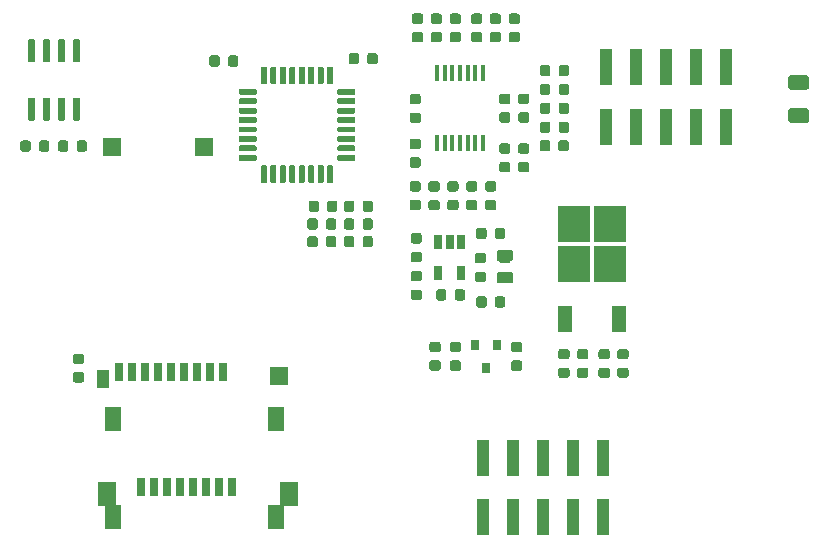
<source format=gbr>
G04 #@! TF.GenerationSoftware,KiCad,Pcbnew,5.1.5+dfsg1-2build2*
G04 #@! TF.CreationDate,2021-11-19T21:46:37+01:00*
G04 #@! TF.ProjectId,wideband_controller_mre,77696465-6261-46e6-945f-636f6e74726f,V1.0*
G04 #@! TF.SameCoordinates,Original*
G04 #@! TF.FileFunction,Paste,Top*
G04 #@! TF.FilePolarity,Positive*
%FSLAX46Y46*%
G04 Gerber Fmt 4.6, Leading zero omitted, Abs format (unit mm)*
G04 Created by KiCad (PCBNEW 5.1.5+dfsg1-2build2) date 2021-11-19 21:46:37*
%MOMM*%
%LPD*%
G04 APERTURE LIST*
%ADD10R,1.524000X1.524000*%
%ADD11R,1.524000X2.032000*%
%ADD12R,1.016000X1.524000*%
%ADD13R,0.762000X1.524000*%
%ADD14R,0.800000X1.500000*%
%ADD15R,1.450000X2.000000*%
%ADD16C,0.100000*%
%ADD17R,1.000000X3.150000*%
%ADD18R,0.800000X0.900000*%
%ADD19R,0.650000X1.220000*%
%ADD20R,0.450000X1.450000*%
%ADD21R,1.500000X1.500000*%
%ADD22R,2.750000X3.050000*%
%ADD23R,1.200000X2.200000*%
G04 APERTURE END LIST*
D10*
X107695000Y-157699000D03*
D11*
X108514000Y-167680000D03*
X93114000Y-167680000D03*
D12*
X92768000Y-157907000D03*
D13*
X94114000Y-157307000D03*
X95214000Y-157307000D03*
X96314000Y-157307000D03*
X97414000Y-157307000D03*
X98514000Y-157307000D03*
X99614000Y-157307000D03*
X100714000Y-157307000D03*
X101814000Y-157307000D03*
X102914000Y-157307000D03*
D14*
X103710000Y-167035000D03*
X102610000Y-167035000D03*
X101510000Y-167035000D03*
X100410000Y-167035000D03*
X99310000Y-167035000D03*
X98210000Y-167035000D03*
X97110000Y-167035000D03*
X96010000Y-167035000D03*
D15*
X93635000Y-161335000D03*
X107385000Y-161335000D03*
X107385000Y-169635000D03*
X93635000Y-169635000D03*
D16*
G36*
X90977691Y-155776053D02*
G01*
X90998926Y-155779203D01*
X91019750Y-155784419D01*
X91039962Y-155791651D01*
X91059368Y-155800830D01*
X91077781Y-155811866D01*
X91095024Y-155824654D01*
X91110930Y-155839070D01*
X91125346Y-155854976D01*
X91138134Y-155872219D01*
X91149170Y-155890632D01*
X91158349Y-155910038D01*
X91165581Y-155930250D01*
X91170797Y-155951074D01*
X91173947Y-155972309D01*
X91175000Y-155993750D01*
X91175000Y-156431250D01*
X91173947Y-156452691D01*
X91170797Y-156473926D01*
X91165581Y-156494750D01*
X91158349Y-156514962D01*
X91149170Y-156534368D01*
X91138134Y-156552781D01*
X91125346Y-156570024D01*
X91110930Y-156585930D01*
X91095024Y-156600346D01*
X91077781Y-156613134D01*
X91059368Y-156624170D01*
X91039962Y-156633349D01*
X91019750Y-156640581D01*
X90998926Y-156645797D01*
X90977691Y-156648947D01*
X90956250Y-156650000D01*
X90443750Y-156650000D01*
X90422309Y-156648947D01*
X90401074Y-156645797D01*
X90380250Y-156640581D01*
X90360038Y-156633349D01*
X90340632Y-156624170D01*
X90322219Y-156613134D01*
X90304976Y-156600346D01*
X90289070Y-156585930D01*
X90274654Y-156570024D01*
X90261866Y-156552781D01*
X90250830Y-156534368D01*
X90241651Y-156514962D01*
X90234419Y-156494750D01*
X90229203Y-156473926D01*
X90226053Y-156452691D01*
X90225000Y-156431250D01*
X90225000Y-155993750D01*
X90226053Y-155972309D01*
X90229203Y-155951074D01*
X90234419Y-155930250D01*
X90241651Y-155910038D01*
X90250830Y-155890632D01*
X90261866Y-155872219D01*
X90274654Y-155854976D01*
X90289070Y-155839070D01*
X90304976Y-155824654D01*
X90322219Y-155811866D01*
X90340632Y-155800830D01*
X90360038Y-155791651D01*
X90380250Y-155784419D01*
X90401074Y-155779203D01*
X90422309Y-155776053D01*
X90443750Y-155775000D01*
X90956250Y-155775000D01*
X90977691Y-155776053D01*
G37*
G36*
X90977691Y-157351053D02*
G01*
X90998926Y-157354203D01*
X91019750Y-157359419D01*
X91039962Y-157366651D01*
X91059368Y-157375830D01*
X91077781Y-157386866D01*
X91095024Y-157399654D01*
X91110930Y-157414070D01*
X91125346Y-157429976D01*
X91138134Y-157447219D01*
X91149170Y-157465632D01*
X91158349Y-157485038D01*
X91165581Y-157505250D01*
X91170797Y-157526074D01*
X91173947Y-157547309D01*
X91175000Y-157568750D01*
X91175000Y-158006250D01*
X91173947Y-158027691D01*
X91170797Y-158048926D01*
X91165581Y-158069750D01*
X91158349Y-158089962D01*
X91149170Y-158109368D01*
X91138134Y-158127781D01*
X91125346Y-158145024D01*
X91110930Y-158160930D01*
X91095024Y-158175346D01*
X91077781Y-158188134D01*
X91059368Y-158199170D01*
X91039962Y-158208349D01*
X91019750Y-158215581D01*
X90998926Y-158220797D01*
X90977691Y-158223947D01*
X90956250Y-158225000D01*
X90443750Y-158225000D01*
X90422309Y-158223947D01*
X90401074Y-158220797D01*
X90380250Y-158215581D01*
X90360038Y-158208349D01*
X90340632Y-158199170D01*
X90322219Y-158188134D01*
X90304976Y-158175346D01*
X90289070Y-158160930D01*
X90274654Y-158145024D01*
X90261866Y-158127781D01*
X90250830Y-158109368D01*
X90241651Y-158089962D01*
X90234419Y-158069750D01*
X90229203Y-158048926D01*
X90226053Y-158027691D01*
X90225000Y-158006250D01*
X90225000Y-157568750D01*
X90226053Y-157547309D01*
X90229203Y-157526074D01*
X90234419Y-157505250D01*
X90241651Y-157485038D01*
X90250830Y-157465632D01*
X90261866Y-157447219D01*
X90274654Y-157429976D01*
X90289070Y-157414070D01*
X90304976Y-157399654D01*
X90322219Y-157386866D01*
X90340632Y-157375830D01*
X90360038Y-157366651D01*
X90380250Y-157359419D01*
X90401074Y-157354203D01*
X90422309Y-157351053D01*
X90443750Y-157350000D01*
X90956250Y-157350000D01*
X90977691Y-157351053D01*
G37*
G36*
X119477691Y-139151053D02*
G01*
X119498926Y-139154203D01*
X119519750Y-139159419D01*
X119539962Y-139166651D01*
X119559368Y-139175830D01*
X119577781Y-139186866D01*
X119595024Y-139199654D01*
X119610930Y-139214070D01*
X119625346Y-139229976D01*
X119638134Y-139247219D01*
X119649170Y-139265632D01*
X119658349Y-139285038D01*
X119665581Y-139305250D01*
X119670797Y-139326074D01*
X119673947Y-139347309D01*
X119675000Y-139368750D01*
X119675000Y-139806250D01*
X119673947Y-139827691D01*
X119670797Y-139848926D01*
X119665581Y-139869750D01*
X119658349Y-139889962D01*
X119649170Y-139909368D01*
X119638134Y-139927781D01*
X119625346Y-139945024D01*
X119610930Y-139960930D01*
X119595024Y-139975346D01*
X119577781Y-139988134D01*
X119559368Y-139999170D01*
X119539962Y-140008349D01*
X119519750Y-140015581D01*
X119498926Y-140020797D01*
X119477691Y-140023947D01*
X119456250Y-140025000D01*
X118943750Y-140025000D01*
X118922309Y-140023947D01*
X118901074Y-140020797D01*
X118880250Y-140015581D01*
X118860038Y-140008349D01*
X118840632Y-139999170D01*
X118822219Y-139988134D01*
X118804976Y-139975346D01*
X118789070Y-139960930D01*
X118774654Y-139945024D01*
X118761866Y-139927781D01*
X118750830Y-139909368D01*
X118741651Y-139889962D01*
X118734419Y-139869750D01*
X118729203Y-139848926D01*
X118726053Y-139827691D01*
X118725000Y-139806250D01*
X118725000Y-139368750D01*
X118726053Y-139347309D01*
X118729203Y-139326074D01*
X118734419Y-139305250D01*
X118741651Y-139285038D01*
X118750830Y-139265632D01*
X118761866Y-139247219D01*
X118774654Y-139229976D01*
X118789070Y-139214070D01*
X118804976Y-139199654D01*
X118822219Y-139186866D01*
X118840632Y-139175830D01*
X118860038Y-139166651D01*
X118880250Y-139159419D01*
X118901074Y-139154203D01*
X118922309Y-139151053D01*
X118943750Y-139150000D01*
X119456250Y-139150000D01*
X119477691Y-139151053D01*
G37*
G36*
X119477691Y-137576053D02*
G01*
X119498926Y-137579203D01*
X119519750Y-137584419D01*
X119539962Y-137591651D01*
X119559368Y-137600830D01*
X119577781Y-137611866D01*
X119595024Y-137624654D01*
X119610930Y-137639070D01*
X119625346Y-137654976D01*
X119638134Y-137672219D01*
X119649170Y-137690632D01*
X119658349Y-137710038D01*
X119665581Y-137730250D01*
X119670797Y-137751074D01*
X119673947Y-137772309D01*
X119675000Y-137793750D01*
X119675000Y-138231250D01*
X119673947Y-138252691D01*
X119670797Y-138273926D01*
X119665581Y-138294750D01*
X119658349Y-138314962D01*
X119649170Y-138334368D01*
X119638134Y-138352781D01*
X119625346Y-138370024D01*
X119610930Y-138385930D01*
X119595024Y-138400346D01*
X119577781Y-138413134D01*
X119559368Y-138424170D01*
X119539962Y-138433349D01*
X119519750Y-138440581D01*
X119498926Y-138445797D01*
X119477691Y-138448947D01*
X119456250Y-138450000D01*
X118943750Y-138450000D01*
X118922309Y-138448947D01*
X118901074Y-138445797D01*
X118880250Y-138440581D01*
X118860038Y-138433349D01*
X118840632Y-138424170D01*
X118822219Y-138413134D01*
X118804976Y-138400346D01*
X118789070Y-138385930D01*
X118774654Y-138370024D01*
X118761866Y-138352781D01*
X118750830Y-138334368D01*
X118741651Y-138314962D01*
X118734419Y-138294750D01*
X118729203Y-138273926D01*
X118726053Y-138252691D01*
X118725000Y-138231250D01*
X118725000Y-137793750D01*
X118726053Y-137772309D01*
X118729203Y-137751074D01*
X118734419Y-137730250D01*
X118741651Y-137710038D01*
X118750830Y-137690632D01*
X118761866Y-137672219D01*
X118774654Y-137654976D01*
X118789070Y-137639070D01*
X118804976Y-137624654D01*
X118822219Y-137611866D01*
X118840632Y-137600830D01*
X118860038Y-137591651D01*
X118880250Y-137584419D01*
X118901074Y-137579203D01*
X118922309Y-137576053D01*
X118943750Y-137575000D01*
X119456250Y-137575000D01*
X119477691Y-137576053D01*
G37*
G36*
X127280142Y-146976174D02*
G01*
X127303803Y-146979684D01*
X127327007Y-146985496D01*
X127349529Y-146993554D01*
X127371153Y-147003782D01*
X127391670Y-147016079D01*
X127410883Y-147030329D01*
X127428607Y-147046393D01*
X127444671Y-147064117D01*
X127458921Y-147083330D01*
X127471218Y-147103847D01*
X127481446Y-147125471D01*
X127489504Y-147147993D01*
X127495316Y-147171197D01*
X127498826Y-147194858D01*
X127500000Y-147218750D01*
X127500000Y-147706250D01*
X127498826Y-147730142D01*
X127495316Y-147753803D01*
X127489504Y-147777007D01*
X127481446Y-147799529D01*
X127471218Y-147821153D01*
X127458921Y-147841670D01*
X127444671Y-147860883D01*
X127428607Y-147878607D01*
X127410883Y-147894671D01*
X127391670Y-147908921D01*
X127371153Y-147921218D01*
X127349529Y-147931446D01*
X127327007Y-147939504D01*
X127303803Y-147945316D01*
X127280142Y-147948826D01*
X127256250Y-147950000D01*
X126343750Y-147950000D01*
X126319858Y-147948826D01*
X126296197Y-147945316D01*
X126272993Y-147939504D01*
X126250471Y-147931446D01*
X126228847Y-147921218D01*
X126208330Y-147908921D01*
X126189117Y-147894671D01*
X126171393Y-147878607D01*
X126155329Y-147860883D01*
X126141079Y-147841670D01*
X126128782Y-147821153D01*
X126118554Y-147799529D01*
X126110496Y-147777007D01*
X126104684Y-147753803D01*
X126101174Y-147730142D01*
X126100000Y-147706250D01*
X126100000Y-147218750D01*
X126101174Y-147194858D01*
X126104684Y-147171197D01*
X126110496Y-147147993D01*
X126118554Y-147125471D01*
X126128782Y-147103847D01*
X126141079Y-147083330D01*
X126155329Y-147064117D01*
X126171393Y-147046393D01*
X126189117Y-147030329D01*
X126208330Y-147016079D01*
X126228847Y-147003782D01*
X126250471Y-146993554D01*
X126272993Y-146985496D01*
X126296197Y-146979684D01*
X126319858Y-146976174D01*
X126343750Y-146975000D01*
X127256250Y-146975000D01*
X127280142Y-146976174D01*
G37*
G36*
X127280142Y-148851174D02*
G01*
X127303803Y-148854684D01*
X127327007Y-148860496D01*
X127349529Y-148868554D01*
X127371153Y-148878782D01*
X127391670Y-148891079D01*
X127410883Y-148905329D01*
X127428607Y-148921393D01*
X127444671Y-148939117D01*
X127458921Y-148958330D01*
X127471218Y-148978847D01*
X127481446Y-149000471D01*
X127489504Y-149022993D01*
X127495316Y-149046197D01*
X127498826Y-149069858D01*
X127500000Y-149093750D01*
X127500000Y-149581250D01*
X127498826Y-149605142D01*
X127495316Y-149628803D01*
X127489504Y-149652007D01*
X127481446Y-149674529D01*
X127471218Y-149696153D01*
X127458921Y-149716670D01*
X127444671Y-149735883D01*
X127428607Y-149753607D01*
X127410883Y-149769671D01*
X127391670Y-149783921D01*
X127371153Y-149796218D01*
X127349529Y-149806446D01*
X127327007Y-149814504D01*
X127303803Y-149820316D01*
X127280142Y-149823826D01*
X127256250Y-149825000D01*
X126343750Y-149825000D01*
X126319858Y-149823826D01*
X126296197Y-149820316D01*
X126272993Y-149814504D01*
X126250471Y-149806446D01*
X126228847Y-149796218D01*
X126208330Y-149783921D01*
X126189117Y-149769671D01*
X126171393Y-149753607D01*
X126155329Y-149735883D01*
X126141079Y-149716670D01*
X126128782Y-149696153D01*
X126118554Y-149674529D01*
X126110496Y-149652007D01*
X126104684Y-149628803D01*
X126101174Y-149605142D01*
X126100000Y-149581250D01*
X126100000Y-149093750D01*
X126101174Y-149069858D01*
X126104684Y-149046197D01*
X126110496Y-149022993D01*
X126118554Y-149000471D01*
X126128782Y-148978847D01*
X126141079Y-148958330D01*
X126155329Y-148939117D01*
X126171393Y-148921393D01*
X126189117Y-148905329D01*
X126208330Y-148891079D01*
X126228847Y-148878782D01*
X126250471Y-148868554D01*
X126272993Y-148860496D01*
X126296197Y-148854684D01*
X126319858Y-148851174D01*
X126343750Y-148850000D01*
X127256250Y-148850000D01*
X127280142Y-148851174D01*
G37*
D17*
X135128000Y-164581600D03*
X135128000Y-169631600D03*
X132588000Y-164581600D03*
X132588000Y-169631600D03*
X130048000Y-164581600D03*
X130048000Y-169631600D03*
X127508000Y-164581600D03*
X127508000Y-169631600D03*
X124968000Y-164581600D03*
X124968000Y-169631600D03*
X135331200Y-136586200D03*
X135331200Y-131536200D03*
X137871200Y-136586200D03*
X137871200Y-131536200D03*
X140411200Y-136586200D03*
X140411200Y-131536200D03*
X142951200Y-136586200D03*
X142951200Y-131536200D03*
X145491200Y-136586200D03*
X145491200Y-131536200D03*
D16*
G36*
X90681703Y-134100722D02*
G01*
X90696264Y-134102882D01*
X90710543Y-134106459D01*
X90724403Y-134111418D01*
X90737710Y-134117712D01*
X90750336Y-134125280D01*
X90762159Y-134134048D01*
X90773066Y-134143934D01*
X90782952Y-134154841D01*
X90791720Y-134166664D01*
X90799288Y-134179290D01*
X90805582Y-134192597D01*
X90810541Y-134206457D01*
X90814118Y-134220736D01*
X90816278Y-134235297D01*
X90817000Y-134250000D01*
X90817000Y-135900000D01*
X90816278Y-135914703D01*
X90814118Y-135929264D01*
X90810541Y-135943543D01*
X90805582Y-135957403D01*
X90799288Y-135970710D01*
X90791720Y-135983336D01*
X90782952Y-135995159D01*
X90773066Y-136006066D01*
X90762159Y-136015952D01*
X90750336Y-136024720D01*
X90737710Y-136032288D01*
X90724403Y-136038582D01*
X90710543Y-136043541D01*
X90696264Y-136047118D01*
X90681703Y-136049278D01*
X90667000Y-136050000D01*
X90367000Y-136050000D01*
X90352297Y-136049278D01*
X90337736Y-136047118D01*
X90323457Y-136043541D01*
X90309597Y-136038582D01*
X90296290Y-136032288D01*
X90283664Y-136024720D01*
X90271841Y-136015952D01*
X90260934Y-136006066D01*
X90251048Y-135995159D01*
X90242280Y-135983336D01*
X90234712Y-135970710D01*
X90228418Y-135957403D01*
X90223459Y-135943543D01*
X90219882Y-135929264D01*
X90217722Y-135914703D01*
X90217000Y-135900000D01*
X90217000Y-134250000D01*
X90217722Y-134235297D01*
X90219882Y-134220736D01*
X90223459Y-134206457D01*
X90228418Y-134192597D01*
X90234712Y-134179290D01*
X90242280Y-134166664D01*
X90251048Y-134154841D01*
X90260934Y-134143934D01*
X90271841Y-134134048D01*
X90283664Y-134125280D01*
X90296290Y-134117712D01*
X90309597Y-134111418D01*
X90323457Y-134106459D01*
X90337736Y-134102882D01*
X90352297Y-134100722D01*
X90367000Y-134100000D01*
X90667000Y-134100000D01*
X90681703Y-134100722D01*
G37*
G36*
X89411703Y-134100722D02*
G01*
X89426264Y-134102882D01*
X89440543Y-134106459D01*
X89454403Y-134111418D01*
X89467710Y-134117712D01*
X89480336Y-134125280D01*
X89492159Y-134134048D01*
X89503066Y-134143934D01*
X89512952Y-134154841D01*
X89521720Y-134166664D01*
X89529288Y-134179290D01*
X89535582Y-134192597D01*
X89540541Y-134206457D01*
X89544118Y-134220736D01*
X89546278Y-134235297D01*
X89547000Y-134250000D01*
X89547000Y-135900000D01*
X89546278Y-135914703D01*
X89544118Y-135929264D01*
X89540541Y-135943543D01*
X89535582Y-135957403D01*
X89529288Y-135970710D01*
X89521720Y-135983336D01*
X89512952Y-135995159D01*
X89503066Y-136006066D01*
X89492159Y-136015952D01*
X89480336Y-136024720D01*
X89467710Y-136032288D01*
X89454403Y-136038582D01*
X89440543Y-136043541D01*
X89426264Y-136047118D01*
X89411703Y-136049278D01*
X89397000Y-136050000D01*
X89097000Y-136050000D01*
X89082297Y-136049278D01*
X89067736Y-136047118D01*
X89053457Y-136043541D01*
X89039597Y-136038582D01*
X89026290Y-136032288D01*
X89013664Y-136024720D01*
X89001841Y-136015952D01*
X88990934Y-136006066D01*
X88981048Y-135995159D01*
X88972280Y-135983336D01*
X88964712Y-135970710D01*
X88958418Y-135957403D01*
X88953459Y-135943543D01*
X88949882Y-135929264D01*
X88947722Y-135914703D01*
X88947000Y-135900000D01*
X88947000Y-134250000D01*
X88947722Y-134235297D01*
X88949882Y-134220736D01*
X88953459Y-134206457D01*
X88958418Y-134192597D01*
X88964712Y-134179290D01*
X88972280Y-134166664D01*
X88981048Y-134154841D01*
X88990934Y-134143934D01*
X89001841Y-134134048D01*
X89013664Y-134125280D01*
X89026290Y-134117712D01*
X89039597Y-134111418D01*
X89053457Y-134106459D01*
X89067736Y-134102882D01*
X89082297Y-134100722D01*
X89097000Y-134100000D01*
X89397000Y-134100000D01*
X89411703Y-134100722D01*
G37*
G36*
X88141703Y-134100722D02*
G01*
X88156264Y-134102882D01*
X88170543Y-134106459D01*
X88184403Y-134111418D01*
X88197710Y-134117712D01*
X88210336Y-134125280D01*
X88222159Y-134134048D01*
X88233066Y-134143934D01*
X88242952Y-134154841D01*
X88251720Y-134166664D01*
X88259288Y-134179290D01*
X88265582Y-134192597D01*
X88270541Y-134206457D01*
X88274118Y-134220736D01*
X88276278Y-134235297D01*
X88277000Y-134250000D01*
X88277000Y-135900000D01*
X88276278Y-135914703D01*
X88274118Y-135929264D01*
X88270541Y-135943543D01*
X88265582Y-135957403D01*
X88259288Y-135970710D01*
X88251720Y-135983336D01*
X88242952Y-135995159D01*
X88233066Y-136006066D01*
X88222159Y-136015952D01*
X88210336Y-136024720D01*
X88197710Y-136032288D01*
X88184403Y-136038582D01*
X88170543Y-136043541D01*
X88156264Y-136047118D01*
X88141703Y-136049278D01*
X88127000Y-136050000D01*
X87827000Y-136050000D01*
X87812297Y-136049278D01*
X87797736Y-136047118D01*
X87783457Y-136043541D01*
X87769597Y-136038582D01*
X87756290Y-136032288D01*
X87743664Y-136024720D01*
X87731841Y-136015952D01*
X87720934Y-136006066D01*
X87711048Y-135995159D01*
X87702280Y-135983336D01*
X87694712Y-135970710D01*
X87688418Y-135957403D01*
X87683459Y-135943543D01*
X87679882Y-135929264D01*
X87677722Y-135914703D01*
X87677000Y-135900000D01*
X87677000Y-134250000D01*
X87677722Y-134235297D01*
X87679882Y-134220736D01*
X87683459Y-134206457D01*
X87688418Y-134192597D01*
X87694712Y-134179290D01*
X87702280Y-134166664D01*
X87711048Y-134154841D01*
X87720934Y-134143934D01*
X87731841Y-134134048D01*
X87743664Y-134125280D01*
X87756290Y-134117712D01*
X87769597Y-134111418D01*
X87783457Y-134106459D01*
X87797736Y-134102882D01*
X87812297Y-134100722D01*
X87827000Y-134100000D01*
X88127000Y-134100000D01*
X88141703Y-134100722D01*
G37*
G36*
X86871703Y-134100722D02*
G01*
X86886264Y-134102882D01*
X86900543Y-134106459D01*
X86914403Y-134111418D01*
X86927710Y-134117712D01*
X86940336Y-134125280D01*
X86952159Y-134134048D01*
X86963066Y-134143934D01*
X86972952Y-134154841D01*
X86981720Y-134166664D01*
X86989288Y-134179290D01*
X86995582Y-134192597D01*
X87000541Y-134206457D01*
X87004118Y-134220736D01*
X87006278Y-134235297D01*
X87007000Y-134250000D01*
X87007000Y-135900000D01*
X87006278Y-135914703D01*
X87004118Y-135929264D01*
X87000541Y-135943543D01*
X86995582Y-135957403D01*
X86989288Y-135970710D01*
X86981720Y-135983336D01*
X86972952Y-135995159D01*
X86963066Y-136006066D01*
X86952159Y-136015952D01*
X86940336Y-136024720D01*
X86927710Y-136032288D01*
X86914403Y-136038582D01*
X86900543Y-136043541D01*
X86886264Y-136047118D01*
X86871703Y-136049278D01*
X86857000Y-136050000D01*
X86557000Y-136050000D01*
X86542297Y-136049278D01*
X86527736Y-136047118D01*
X86513457Y-136043541D01*
X86499597Y-136038582D01*
X86486290Y-136032288D01*
X86473664Y-136024720D01*
X86461841Y-136015952D01*
X86450934Y-136006066D01*
X86441048Y-135995159D01*
X86432280Y-135983336D01*
X86424712Y-135970710D01*
X86418418Y-135957403D01*
X86413459Y-135943543D01*
X86409882Y-135929264D01*
X86407722Y-135914703D01*
X86407000Y-135900000D01*
X86407000Y-134250000D01*
X86407722Y-134235297D01*
X86409882Y-134220736D01*
X86413459Y-134206457D01*
X86418418Y-134192597D01*
X86424712Y-134179290D01*
X86432280Y-134166664D01*
X86441048Y-134154841D01*
X86450934Y-134143934D01*
X86461841Y-134134048D01*
X86473664Y-134125280D01*
X86486290Y-134117712D01*
X86499597Y-134111418D01*
X86513457Y-134106459D01*
X86527736Y-134102882D01*
X86542297Y-134100722D01*
X86557000Y-134100000D01*
X86857000Y-134100000D01*
X86871703Y-134100722D01*
G37*
G36*
X86871703Y-129150722D02*
G01*
X86886264Y-129152882D01*
X86900543Y-129156459D01*
X86914403Y-129161418D01*
X86927710Y-129167712D01*
X86940336Y-129175280D01*
X86952159Y-129184048D01*
X86963066Y-129193934D01*
X86972952Y-129204841D01*
X86981720Y-129216664D01*
X86989288Y-129229290D01*
X86995582Y-129242597D01*
X87000541Y-129256457D01*
X87004118Y-129270736D01*
X87006278Y-129285297D01*
X87007000Y-129300000D01*
X87007000Y-130950000D01*
X87006278Y-130964703D01*
X87004118Y-130979264D01*
X87000541Y-130993543D01*
X86995582Y-131007403D01*
X86989288Y-131020710D01*
X86981720Y-131033336D01*
X86972952Y-131045159D01*
X86963066Y-131056066D01*
X86952159Y-131065952D01*
X86940336Y-131074720D01*
X86927710Y-131082288D01*
X86914403Y-131088582D01*
X86900543Y-131093541D01*
X86886264Y-131097118D01*
X86871703Y-131099278D01*
X86857000Y-131100000D01*
X86557000Y-131100000D01*
X86542297Y-131099278D01*
X86527736Y-131097118D01*
X86513457Y-131093541D01*
X86499597Y-131088582D01*
X86486290Y-131082288D01*
X86473664Y-131074720D01*
X86461841Y-131065952D01*
X86450934Y-131056066D01*
X86441048Y-131045159D01*
X86432280Y-131033336D01*
X86424712Y-131020710D01*
X86418418Y-131007403D01*
X86413459Y-130993543D01*
X86409882Y-130979264D01*
X86407722Y-130964703D01*
X86407000Y-130950000D01*
X86407000Y-129300000D01*
X86407722Y-129285297D01*
X86409882Y-129270736D01*
X86413459Y-129256457D01*
X86418418Y-129242597D01*
X86424712Y-129229290D01*
X86432280Y-129216664D01*
X86441048Y-129204841D01*
X86450934Y-129193934D01*
X86461841Y-129184048D01*
X86473664Y-129175280D01*
X86486290Y-129167712D01*
X86499597Y-129161418D01*
X86513457Y-129156459D01*
X86527736Y-129152882D01*
X86542297Y-129150722D01*
X86557000Y-129150000D01*
X86857000Y-129150000D01*
X86871703Y-129150722D01*
G37*
G36*
X88141703Y-129150722D02*
G01*
X88156264Y-129152882D01*
X88170543Y-129156459D01*
X88184403Y-129161418D01*
X88197710Y-129167712D01*
X88210336Y-129175280D01*
X88222159Y-129184048D01*
X88233066Y-129193934D01*
X88242952Y-129204841D01*
X88251720Y-129216664D01*
X88259288Y-129229290D01*
X88265582Y-129242597D01*
X88270541Y-129256457D01*
X88274118Y-129270736D01*
X88276278Y-129285297D01*
X88277000Y-129300000D01*
X88277000Y-130950000D01*
X88276278Y-130964703D01*
X88274118Y-130979264D01*
X88270541Y-130993543D01*
X88265582Y-131007403D01*
X88259288Y-131020710D01*
X88251720Y-131033336D01*
X88242952Y-131045159D01*
X88233066Y-131056066D01*
X88222159Y-131065952D01*
X88210336Y-131074720D01*
X88197710Y-131082288D01*
X88184403Y-131088582D01*
X88170543Y-131093541D01*
X88156264Y-131097118D01*
X88141703Y-131099278D01*
X88127000Y-131100000D01*
X87827000Y-131100000D01*
X87812297Y-131099278D01*
X87797736Y-131097118D01*
X87783457Y-131093541D01*
X87769597Y-131088582D01*
X87756290Y-131082288D01*
X87743664Y-131074720D01*
X87731841Y-131065952D01*
X87720934Y-131056066D01*
X87711048Y-131045159D01*
X87702280Y-131033336D01*
X87694712Y-131020710D01*
X87688418Y-131007403D01*
X87683459Y-130993543D01*
X87679882Y-130979264D01*
X87677722Y-130964703D01*
X87677000Y-130950000D01*
X87677000Y-129300000D01*
X87677722Y-129285297D01*
X87679882Y-129270736D01*
X87683459Y-129256457D01*
X87688418Y-129242597D01*
X87694712Y-129229290D01*
X87702280Y-129216664D01*
X87711048Y-129204841D01*
X87720934Y-129193934D01*
X87731841Y-129184048D01*
X87743664Y-129175280D01*
X87756290Y-129167712D01*
X87769597Y-129161418D01*
X87783457Y-129156459D01*
X87797736Y-129152882D01*
X87812297Y-129150722D01*
X87827000Y-129150000D01*
X88127000Y-129150000D01*
X88141703Y-129150722D01*
G37*
G36*
X89411703Y-129150722D02*
G01*
X89426264Y-129152882D01*
X89440543Y-129156459D01*
X89454403Y-129161418D01*
X89467710Y-129167712D01*
X89480336Y-129175280D01*
X89492159Y-129184048D01*
X89503066Y-129193934D01*
X89512952Y-129204841D01*
X89521720Y-129216664D01*
X89529288Y-129229290D01*
X89535582Y-129242597D01*
X89540541Y-129256457D01*
X89544118Y-129270736D01*
X89546278Y-129285297D01*
X89547000Y-129300000D01*
X89547000Y-130950000D01*
X89546278Y-130964703D01*
X89544118Y-130979264D01*
X89540541Y-130993543D01*
X89535582Y-131007403D01*
X89529288Y-131020710D01*
X89521720Y-131033336D01*
X89512952Y-131045159D01*
X89503066Y-131056066D01*
X89492159Y-131065952D01*
X89480336Y-131074720D01*
X89467710Y-131082288D01*
X89454403Y-131088582D01*
X89440543Y-131093541D01*
X89426264Y-131097118D01*
X89411703Y-131099278D01*
X89397000Y-131100000D01*
X89097000Y-131100000D01*
X89082297Y-131099278D01*
X89067736Y-131097118D01*
X89053457Y-131093541D01*
X89039597Y-131088582D01*
X89026290Y-131082288D01*
X89013664Y-131074720D01*
X89001841Y-131065952D01*
X88990934Y-131056066D01*
X88981048Y-131045159D01*
X88972280Y-131033336D01*
X88964712Y-131020710D01*
X88958418Y-131007403D01*
X88953459Y-130993543D01*
X88949882Y-130979264D01*
X88947722Y-130964703D01*
X88947000Y-130950000D01*
X88947000Y-129300000D01*
X88947722Y-129285297D01*
X88949882Y-129270736D01*
X88953459Y-129256457D01*
X88958418Y-129242597D01*
X88964712Y-129229290D01*
X88972280Y-129216664D01*
X88981048Y-129204841D01*
X88990934Y-129193934D01*
X89001841Y-129184048D01*
X89013664Y-129175280D01*
X89026290Y-129167712D01*
X89039597Y-129161418D01*
X89053457Y-129156459D01*
X89067736Y-129152882D01*
X89082297Y-129150722D01*
X89097000Y-129150000D01*
X89397000Y-129150000D01*
X89411703Y-129150722D01*
G37*
G36*
X90681703Y-129150722D02*
G01*
X90696264Y-129152882D01*
X90710543Y-129156459D01*
X90724403Y-129161418D01*
X90737710Y-129167712D01*
X90750336Y-129175280D01*
X90762159Y-129184048D01*
X90773066Y-129193934D01*
X90782952Y-129204841D01*
X90791720Y-129216664D01*
X90799288Y-129229290D01*
X90805582Y-129242597D01*
X90810541Y-129256457D01*
X90814118Y-129270736D01*
X90816278Y-129285297D01*
X90817000Y-129300000D01*
X90817000Y-130950000D01*
X90816278Y-130964703D01*
X90814118Y-130979264D01*
X90810541Y-130993543D01*
X90805582Y-131007403D01*
X90799288Y-131020710D01*
X90791720Y-131033336D01*
X90782952Y-131045159D01*
X90773066Y-131056066D01*
X90762159Y-131065952D01*
X90750336Y-131074720D01*
X90737710Y-131082288D01*
X90724403Y-131088582D01*
X90710543Y-131093541D01*
X90696264Y-131097118D01*
X90681703Y-131099278D01*
X90667000Y-131100000D01*
X90367000Y-131100000D01*
X90352297Y-131099278D01*
X90337736Y-131097118D01*
X90323457Y-131093541D01*
X90309597Y-131088582D01*
X90296290Y-131082288D01*
X90283664Y-131074720D01*
X90271841Y-131065952D01*
X90260934Y-131056066D01*
X90251048Y-131045159D01*
X90242280Y-131033336D01*
X90234712Y-131020710D01*
X90228418Y-131007403D01*
X90223459Y-130993543D01*
X90219882Y-130979264D01*
X90217722Y-130964703D01*
X90217000Y-130950000D01*
X90217000Y-129300000D01*
X90217722Y-129285297D01*
X90219882Y-129270736D01*
X90223459Y-129256457D01*
X90228418Y-129242597D01*
X90234712Y-129229290D01*
X90242280Y-129216664D01*
X90251048Y-129204841D01*
X90260934Y-129193934D01*
X90271841Y-129184048D01*
X90283664Y-129175280D01*
X90296290Y-129167712D01*
X90309597Y-129161418D01*
X90323457Y-129156459D01*
X90337736Y-129152882D01*
X90352297Y-129150722D01*
X90367000Y-129150000D01*
X90667000Y-129150000D01*
X90681703Y-129150722D01*
G37*
D18*
X125200000Y-157000000D03*
X124250000Y-155000000D03*
X126150000Y-155000000D03*
D19*
X123065400Y-148948000D03*
X121165400Y-148948000D03*
X121165400Y-146328000D03*
X122115400Y-146328000D03*
X123065400Y-146328000D03*
D20*
X121050000Y-132050000D03*
X121700000Y-132050000D03*
X122350000Y-132050000D03*
X123000000Y-132050000D03*
X123650000Y-132050000D03*
X124300000Y-132050000D03*
X124950000Y-132050000D03*
X124950000Y-137950000D03*
X124300000Y-137950000D03*
X123650000Y-137950000D03*
X123000000Y-137950000D03*
X122350000Y-137950000D03*
X121700000Y-137950000D03*
X121050000Y-137950000D03*
D16*
G36*
X112137252Y-139825602D02*
G01*
X112149386Y-139827402D01*
X112161286Y-139830382D01*
X112172835Y-139834515D01*
X112183925Y-139839760D01*
X112194446Y-139846066D01*
X112204299Y-139853374D01*
X112213388Y-139861612D01*
X112221626Y-139870701D01*
X112228934Y-139880554D01*
X112235240Y-139891075D01*
X112240485Y-139902165D01*
X112244618Y-139913714D01*
X112247598Y-139925614D01*
X112249398Y-139937748D01*
X112250000Y-139950000D01*
X112250000Y-141200000D01*
X112249398Y-141212252D01*
X112247598Y-141224386D01*
X112244618Y-141236286D01*
X112240485Y-141247835D01*
X112235240Y-141258925D01*
X112228934Y-141269446D01*
X112221626Y-141279299D01*
X112213388Y-141288388D01*
X112204299Y-141296626D01*
X112194446Y-141303934D01*
X112183925Y-141310240D01*
X112172835Y-141315485D01*
X112161286Y-141319618D01*
X112149386Y-141322598D01*
X112137252Y-141324398D01*
X112125000Y-141325000D01*
X111875000Y-141325000D01*
X111862748Y-141324398D01*
X111850614Y-141322598D01*
X111838714Y-141319618D01*
X111827165Y-141315485D01*
X111816075Y-141310240D01*
X111805554Y-141303934D01*
X111795701Y-141296626D01*
X111786612Y-141288388D01*
X111778374Y-141279299D01*
X111771066Y-141269446D01*
X111764760Y-141258925D01*
X111759515Y-141247835D01*
X111755382Y-141236286D01*
X111752402Y-141224386D01*
X111750602Y-141212252D01*
X111750000Y-141200000D01*
X111750000Y-139950000D01*
X111750602Y-139937748D01*
X111752402Y-139925614D01*
X111755382Y-139913714D01*
X111759515Y-139902165D01*
X111764760Y-139891075D01*
X111771066Y-139880554D01*
X111778374Y-139870701D01*
X111786612Y-139861612D01*
X111795701Y-139853374D01*
X111805554Y-139846066D01*
X111816075Y-139839760D01*
X111827165Y-139834515D01*
X111838714Y-139830382D01*
X111850614Y-139827402D01*
X111862748Y-139825602D01*
X111875000Y-139825000D01*
X112125000Y-139825000D01*
X112137252Y-139825602D01*
G37*
G36*
X111337252Y-139825602D02*
G01*
X111349386Y-139827402D01*
X111361286Y-139830382D01*
X111372835Y-139834515D01*
X111383925Y-139839760D01*
X111394446Y-139846066D01*
X111404299Y-139853374D01*
X111413388Y-139861612D01*
X111421626Y-139870701D01*
X111428934Y-139880554D01*
X111435240Y-139891075D01*
X111440485Y-139902165D01*
X111444618Y-139913714D01*
X111447598Y-139925614D01*
X111449398Y-139937748D01*
X111450000Y-139950000D01*
X111450000Y-141200000D01*
X111449398Y-141212252D01*
X111447598Y-141224386D01*
X111444618Y-141236286D01*
X111440485Y-141247835D01*
X111435240Y-141258925D01*
X111428934Y-141269446D01*
X111421626Y-141279299D01*
X111413388Y-141288388D01*
X111404299Y-141296626D01*
X111394446Y-141303934D01*
X111383925Y-141310240D01*
X111372835Y-141315485D01*
X111361286Y-141319618D01*
X111349386Y-141322598D01*
X111337252Y-141324398D01*
X111325000Y-141325000D01*
X111075000Y-141325000D01*
X111062748Y-141324398D01*
X111050614Y-141322598D01*
X111038714Y-141319618D01*
X111027165Y-141315485D01*
X111016075Y-141310240D01*
X111005554Y-141303934D01*
X110995701Y-141296626D01*
X110986612Y-141288388D01*
X110978374Y-141279299D01*
X110971066Y-141269446D01*
X110964760Y-141258925D01*
X110959515Y-141247835D01*
X110955382Y-141236286D01*
X110952402Y-141224386D01*
X110950602Y-141212252D01*
X110950000Y-141200000D01*
X110950000Y-139950000D01*
X110950602Y-139937748D01*
X110952402Y-139925614D01*
X110955382Y-139913714D01*
X110959515Y-139902165D01*
X110964760Y-139891075D01*
X110971066Y-139880554D01*
X110978374Y-139870701D01*
X110986612Y-139861612D01*
X110995701Y-139853374D01*
X111005554Y-139846066D01*
X111016075Y-139839760D01*
X111027165Y-139834515D01*
X111038714Y-139830382D01*
X111050614Y-139827402D01*
X111062748Y-139825602D01*
X111075000Y-139825000D01*
X111325000Y-139825000D01*
X111337252Y-139825602D01*
G37*
G36*
X110537252Y-139825602D02*
G01*
X110549386Y-139827402D01*
X110561286Y-139830382D01*
X110572835Y-139834515D01*
X110583925Y-139839760D01*
X110594446Y-139846066D01*
X110604299Y-139853374D01*
X110613388Y-139861612D01*
X110621626Y-139870701D01*
X110628934Y-139880554D01*
X110635240Y-139891075D01*
X110640485Y-139902165D01*
X110644618Y-139913714D01*
X110647598Y-139925614D01*
X110649398Y-139937748D01*
X110650000Y-139950000D01*
X110650000Y-141200000D01*
X110649398Y-141212252D01*
X110647598Y-141224386D01*
X110644618Y-141236286D01*
X110640485Y-141247835D01*
X110635240Y-141258925D01*
X110628934Y-141269446D01*
X110621626Y-141279299D01*
X110613388Y-141288388D01*
X110604299Y-141296626D01*
X110594446Y-141303934D01*
X110583925Y-141310240D01*
X110572835Y-141315485D01*
X110561286Y-141319618D01*
X110549386Y-141322598D01*
X110537252Y-141324398D01*
X110525000Y-141325000D01*
X110275000Y-141325000D01*
X110262748Y-141324398D01*
X110250614Y-141322598D01*
X110238714Y-141319618D01*
X110227165Y-141315485D01*
X110216075Y-141310240D01*
X110205554Y-141303934D01*
X110195701Y-141296626D01*
X110186612Y-141288388D01*
X110178374Y-141279299D01*
X110171066Y-141269446D01*
X110164760Y-141258925D01*
X110159515Y-141247835D01*
X110155382Y-141236286D01*
X110152402Y-141224386D01*
X110150602Y-141212252D01*
X110150000Y-141200000D01*
X110150000Y-139950000D01*
X110150602Y-139937748D01*
X110152402Y-139925614D01*
X110155382Y-139913714D01*
X110159515Y-139902165D01*
X110164760Y-139891075D01*
X110171066Y-139880554D01*
X110178374Y-139870701D01*
X110186612Y-139861612D01*
X110195701Y-139853374D01*
X110205554Y-139846066D01*
X110216075Y-139839760D01*
X110227165Y-139834515D01*
X110238714Y-139830382D01*
X110250614Y-139827402D01*
X110262748Y-139825602D01*
X110275000Y-139825000D01*
X110525000Y-139825000D01*
X110537252Y-139825602D01*
G37*
G36*
X109737252Y-139825602D02*
G01*
X109749386Y-139827402D01*
X109761286Y-139830382D01*
X109772835Y-139834515D01*
X109783925Y-139839760D01*
X109794446Y-139846066D01*
X109804299Y-139853374D01*
X109813388Y-139861612D01*
X109821626Y-139870701D01*
X109828934Y-139880554D01*
X109835240Y-139891075D01*
X109840485Y-139902165D01*
X109844618Y-139913714D01*
X109847598Y-139925614D01*
X109849398Y-139937748D01*
X109850000Y-139950000D01*
X109850000Y-141200000D01*
X109849398Y-141212252D01*
X109847598Y-141224386D01*
X109844618Y-141236286D01*
X109840485Y-141247835D01*
X109835240Y-141258925D01*
X109828934Y-141269446D01*
X109821626Y-141279299D01*
X109813388Y-141288388D01*
X109804299Y-141296626D01*
X109794446Y-141303934D01*
X109783925Y-141310240D01*
X109772835Y-141315485D01*
X109761286Y-141319618D01*
X109749386Y-141322598D01*
X109737252Y-141324398D01*
X109725000Y-141325000D01*
X109475000Y-141325000D01*
X109462748Y-141324398D01*
X109450614Y-141322598D01*
X109438714Y-141319618D01*
X109427165Y-141315485D01*
X109416075Y-141310240D01*
X109405554Y-141303934D01*
X109395701Y-141296626D01*
X109386612Y-141288388D01*
X109378374Y-141279299D01*
X109371066Y-141269446D01*
X109364760Y-141258925D01*
X109359515Y-141247835D01*
X109355382Y-141236286D01*
X109352402Y-141224386D01*
X109350602Y-141212252D01*
X109350000Y-141200000D01*
X109350000Y-139950000D01*
X109350602Y-139937748D01*
X109352402Y-139925614D01*
X109355382Y-139913714D01*
X109359515Y-139902165D01*
X109364760Y-139891075D01*
X109371066Y-139880554D01*
X109378374Y-139870701D01*
X109386612Y-139861612D01*
X109395701Y-139853374D01*
X109405554Y-139846066D01*
X109416075Y-139839760D01*
X109427165Y-139834515D01*
X109438714Y-139830382D01*
X109450614Y-139827402D01*
X109462748Y-139825602D01*
X109475000Y-139825000D01*
X109725000Y-139825000D01*
X109737252Y-139825602D01*
G37*
G36*
X108937252Y-139825602D02*
G01*
X108949386Y-139827402D01*
X108961286Y-139830382D01*
X108972835Y-139834515D01*
X108983925Y-139839760D01*
X108994446Y-139846066D01*
X109004299Y-139853374D01*
X109013388Y-139861612D01*
X109021626Y-139870701D01*
X109028934Y-139880554D01*
X109035240Y-139891075D01*
X109040485Y-139902165D01*
X109044618Y-139913714D01*
X109047598Y-139925614D01*
X109049398Y-139937748D01*
X109050000Y-139950000D01*
X109050000Y-141200000D01*
X109049398Y-141212252D01*
X109047598Y-141224386D01*
X109044618Y-141236286D01*
X109040485Y-141247835D01*
X109035240Y-141258925D01*
X109028934Y-141269446D01*
X109021626Y-141279299D01*
X109013388Y-141288388D01*
X109004299Y-141296626D01*
X108994446Y-141303934D01*
X108983925Y-141310240D01*
X108972835Y-141315485D01*
X108961286Y-141319618D01*
X108949386Y-141322598D01*
X108937252Y-141324398D01*
X108925000Y-141325000D01*
X108675000Y-141325000D01*
X108662748Y-141324398D01*
X108650614Y-141322598D01*
X108638714Y-141319618D01*
X108627165Y-141315485D01*
X108616075Y-141310240D01*
X108605554Y-141303934D01*
X108595701Y-141296626D01*
X108586612Y-141288388D01*
X108578374Y-141279299D01*
X108571066Y-141269446D01*
X108564760Y-141258925D01*
X108559515Y-141247835D01*
X108555382Y-141236286D01*
X108552402Y-141224386D01*
X108550602Y-141212252D01*
X108550000Y-141200000D01*
X108550000Y-139950000D01*
X108550602Y-139937748D01*
X108552402Y-139925614D01*
X108555382Y-139913714D01*
X108559515Y-139902165D01*
X108564760Y-139891075D01*
X108571066Y-139880554D01*
X108578374Y-139870701D01*
X108586612Y-139861612D01*
X108595701Y-139853374D01*
X108605554Y-139846066D01*
X108616075Y-139839760D01*
X108627165Y-139834515D01*
X108638714Y-139830382D01*
X108650614Y-139827402D01*
X108662748Y-139825602D01*
X108675000Y-139825000D01*
X108925000Y-139825000D01*
X108937252Y-139825602D01*
G37*
G36*
X108137252Y-139825602D02*
G01*
X108149386Y-139827402D01*
X108161286Y-139830382D01*
X108172835Y-139834515D01*
X108183925Y-139839760D01*
X108194446Y-139846066D01*
X108204299Y-139853374D01*
X108213388Y-139861612D01*
X108221626Y-139870701D01*
X108228934Y-139880554D01*
X108235240Y-139891075D01*
X108240485Y-139902165D01*
X108244618Y-139913714D01*
X108247598Y-139925614D01*
X108249398Y-139937748D01*
X108250000Y-139950000D01*
X108250000Y-141200000D01*
X108249398Y-141212252D01*
X108247598Y-141224386D01*
X108244618Y-141236286D01*
X108240485Y-141247835D01*
X108235240Y-141258925D01*
X108228934Y-141269446D01*
X108221626Y-141279299D01*
X108213388Y-141288388D01*
X108204299Y-141296626D01*
X108194446Y-141303934D01*
X108183925Y-141310240D01*
X108172835Y-141315485D01*
X108161286Y-141319618D01*
X108149386Y-141322598D01*
X108137252Y-141324398D01*
X108125000Y-141325000D01*
X107875000Y-141325000D01*
X107862748Y-141324398D01*
X107850614Y-141322598D01*
X107838714Y-141319618D01*
X107827165Y-141315485D01*
X107816075Y-141310240D01*
X107805554Y-141303934D01*
X107795701Y-141296626D01*
X107786612Y-141288388D01*
X107778374Y-141279299D01*
X107771066Y-141269446D01*
X107764760Y-141258925D01*
X107759515Y-141247835D01*
X107755382Y-141236286D01*
X107752402Y-141224386D01*
X107750602Y-141212252D01*
X107750000Y-141200000D01*
X107750000Y-139950000D01*
X107750602Y-139937748D01*
X107752402Y-139925614D01*
X107755382Y-139913714D01*
X107759515Y-139902165D01*
X107764760Y-139891075D01*
X107771066Y-139880554D01*
X107778374Y-139870701D01*
X107786612Y-139861612D01*
X107795701Y-139853374D01*
X107805554Y-139846066D01*
X107816075Y-139839760D01*
X107827165Y-139834515D01*
X107838714Y-139830382D01*
X107850614Y-139827402D01*
X107862748Y-139825602D01*
X107875000Y-139825000D01*
X108125000Y-139825000D01*
X108137252Y-139825602D01*
G37*
G36*
X107337252Y-139825602D02*
G01*
X107349386Y-139827402D01*
X107361286Y-139830382D01*
X107372835Y-139834515D01*
X107383925Y-139839760D01*
X107394446Y-139846066D01*
X107404299Y-139853374D01*
X107413388Y-139861612D01*
X107421626Y-139870701D01*
X107428934Y-139880554D01*
X107435240Y-139891075D01*
X107440485Y-139902165D01*
X107444618Y-139913714D01*
X107447598Y-139925614D01*
X107449398Y-139937748D01*
X107450000Y-139950000D01*
X107450000Y-141200000D01*
X107449398Y-141212252D01*
X107447598Y-141224386D01*
X107444618Y-141236286D01*
X107440485Y-141247835D01*
X107435240Y-141258925D01*
X107428934Y-141269446D01*
X107421626Y-141279299D01*
X107413388Y-141288388D01*
X107404299Y-141296626D01*
X107394446Y-141303934D01*
X107383925Y-141310240D01*
X107372835Y-141315485D01*
X107361286Y-141319618D01*
X107349386Y-141322598D01*
X107337252Y-141324398D01*
X107325000Y-141325000D01*
X107075000Y-141325000D01*
X107062748Y-141324398D01*
X107050614Y-141322598D01*
X107038714Y-141319618D01*
X107027165Y-141315485D01*
X107016075Y-141310240D01*
X107005554Y-141303934D01*
X106995701Y-141296626D01*
X106986612Y-141288388D01*
X106978374Y-141279299D01*
X106971066Y-141269446D01*
X106964760Y-141258925D01*
X106959515Y-141247835D01*
X106955382Y-141236286D01*
X106952402Y-141224386D01*
X106950602Y-141212252D01*
X106950000Y-141200000D01*
X106950000Y-139950000D01*
X106950602Y-139937748D01*
X106952402Y-139925614D01*
X106955382Y-139913714D01*
X106959515Y-139902165D01*
X106964760Y-139891075D01*
X106971066Y-139880554D01*
X106978374Y-139870701D01*
X106986612Y-139861612D01*
X106995701Y-139853374D01*
X107005554Y-139846066D01*
X107016075Y-139839760D01*
X107027165Y-139834515D01*
X107038714Y-139830382D01*
X107050614Y-139827402D01*
X107062748Y-139825602D01*
X107075000Y-139825000D01*
X107325000Y-139825000D01*
X107337252Y-139825602D01*
G37*
G36*
X106537252Y-139825602D02*
G01*
X106549386Y-139827402D01*
X106561286Y-139830382D01*
X106572835Y-139834515D01*
X106583925Y-139839760D01*
X106594446Y-139846066D01*
X106604299Y-139853374D01*
X106613388Y-139861612D01*
X106621626Y-139870701D01*
X106628934Y-139880554D01*
X106635240Y-139891075D01*
X106640485Y-139902165D01*
X106644618Y-139913714D01*
X106647598Y-139925614D01*
X106649398Y-139937748D01*
X106650000Y-139950000D01*
X106650000Y-141200000D01*
X106649398Y-141212252D01*
X106647598Y-141224386D01*
X106644618Y-141236286D01*
X106640485Y-141247835D01*
X106635240Y-141258925D01*
X106628934Y-141269446D01*
X106621626Y-141279299D01*
X106613388Y-141288388D01*
X106604299Y-141296626D01*
X106594446Y-141303934D01*
X106583925Y-141310240D01*
X106572835Y-141315485D01*
X106561286Y-141319618D01*
X106549386Y-141322598D01*
X106537252Y-141324398D01*
X106525000Y-141325000D01*
X106275000Y-141325000D01*
X106262748Y-141324398D01*
X106250614Y-141322598D01*
X106238714Y-141319618D01*
X106227165Y-141315485D01*
X106216075Y-141310240D01*
X106205554Y-141303934D01*
X106195701Y-141296626D01*
X106186612Y-141288388D01*
X106178374Y-141279299D01*
X106171066Y-141269446D01*
X106164760Y-141258925D01*
X106159515Y-141247835D01*
X106155382Y-141236286D01*
X106152402Y-141224386D01*
X106150602Y-141212252D01*
X106150000Y-141200000D01*
X106150000Y-139950000D01*
X106150602Y-139937748D01*
X106152402Y-139925614D01*
X106155382Y-139913714D01*
X106159515Y-139902165D01*
X106164760Y-139891075D01*
X106171066Y-139880554D01*
X106178374Y-139870701D01*
X106186612Y-139861612D01*
X106195701Y-139853374D01*
X106205554Y-139846066D01*
X106216075Y-139839760D01*
X106227165Y-139834515D01*
X106238714Y-139830382D01*
X106250614Y-139827402D01*
X106262748Y-139825602D01*
X106275000Y-139825000D01*
X106525000Y-139825000D01*
X106537252Y-139825602D01*
G37*
G36*
X105662252Y-138950602D02*
G01*
X105674386Y-138952402D01*
X105686286Y-138955382D01*
X105697835Y-138959515D01*
X105708925Y-138964760D01*
X105719446Y-138971066D01*
X105729299Y-138978374D01*
X105738388Y-138986612D01*
X105746626Y-138995701D01*
X105753934Y-139005554D01*
X105760240Y-139016075D01*
X105765485Y-139027165D01*
X105769618Y-139038714D01*
X105772598Y-139050614D01*
X105774398Y-139062748D01*
X105775000Y-139075000D01*
X105775000Y-139325000D01*
X105774398Y-139337252D01*
X105772598Y-139349386D01*
X105769618Y-139361286D01*
X105765485Y-139372835D01*
X105760240Y-139383925D01*
X105753934Y-139394446D01*
X105746626Y-139404299D01*
X105738388Y-139413388D01*
X105729299Y-139421626D01*
X105719446Y-139428934D01*
X105708925Y-139435240D01*
X105697835Y-139440485D01*
X105686286Y-139444618D01*
X105674386Y-139447598D01*
X105662252Y-139449398D01*
X105650000Y-139450000D01*
X104400000Y-139450000D01*
X104387748Y-139449398D01*
X104375614Y-139447598D01*
X104363714Y-139444618D01*
X104352165Y-139440485D01*
X104341075Y-139435240D01*
X104330554Y-139428934D01*
X104320701Y-139421626D01*
X104311612Y-139413388D01*
X104303374Y-139404299D01*
X104296066Y-139394446D01*
X104289760Y-139383925D01*
X104284515Y-139372835D01*
X104280382Y-139361286D01*
X104277402Y-139349386D01*
X104275602Y-139337252D01*
X104275000Y-139325000D01*
X104275000Y-139075000D01*
X104275602Y-139062748D01*
X104277402Y-139050614D01*
X104280382Y-139038714D01*
X104284515Y-139027165D01*
X104289760Y-139016075D01*
X104296066Y-139005554D01*
X104303374Y-138995701D01*
X104311612Y-138986612D01*
X104320701Y-138978374D01*
X104330554Y-138971066D01*
X104341075Y-138964760D01*
X104352165Y-138959515D01*
X104363714Y-138955382D01*
X104375614Y-138952402D01*
X104387748Y-138950602D01*
X104400000Y-138950000D01*
X105650000Y-138950000D01*
X105662252Y-138950602D01*
G37*
G36*
X105662252Y-138150602D02*
G01*
X105674386Y-138152402D01*
X105686286Y-138155382D01*
X105697835Y-138159515D01*
X105708925Y-138164760D01*
X105719446Y-138171066D01*
X105729299Y-138178374D01*
X105738388Y-138186612D01*
X105746626Y-138195701D01*
X105753934Y-138205554D01*
X105760240Y-138216075D01*
X105765485Y-138227165D01*
X105769618Y-138238714D01*
X105772598Y-138250614D01*
X105774398Y-138262748D01*
X105775000Y-138275000D01*
X105775000Y-138525000D01*
X105774398Y-138537252D01*
X105772598Y-138549386D01*
X105769618Y-138561286D01*
X105765485Y-138572835D01*
X105760240Y-138583925D01*
X105753934Y-138594446D01*
X105746626Y-138604299D01*
X105738388Y-138613388D01*
X105729299Y-138621626D01*
X105719446Y-138628934D01*
X105708925Y-138635240D01*
X105697835Y-138640485D01*
X105686286Y-138644618D01*
X105674386Y-138647598D01*
X105662252Y-138649398D01*
X105650000Y-138650000D01*
X104400000Y-138650000D01*
X104387748Y-138649398D01*
X104375614Y-138647598D01*
X104363714Y-138644618D01*
X104352165Y-138640485D01*
X104341075Y-138635240D01*
X104330554Y-138628934D01*
X104320701Y-138621626D01*
X104311612Y-138613388D01*
X104303374Y-138604299D01*
X104296066Y-138594446D01*
X104289760Y-138583925D01*
X104284515Y-138572835D01*
X104280382Y-138561286D01*
X104277402Y-138549386D01*
X104275602Y-138537252D01*
X104275000Y-138525000D01*
X104275000Y-138275000D01*
X104275602Y-138262748D01*
X104277402Y-138250614D01*
X104280382Y-138238714D01*
X104284515Y-138227165D01*
X104289760Y-138216075D01*
X104296066Y-138205554D01*
X104303374Y-138195701D01*
X104311612Y-138186612D01*
X104320701Y-138178374D01*
X104330554Y-138171066D01*
X104341075Y-138164760D01*
X104352165Y-138159515D01*
X104363714Y-138155382D01*
X104375614Y-138152402D01*
X104387748Y-138150602D01*
X104400000Y-138150000D01*
X105650000Y-138150000D01*
X105662252Y-138150602D01*
G37*
G36*
X105662252Y-137350602D02*
G01*
X105674386Y-137352402D01*
X105686286Y-137355382D01*
X105697835Y-137359515D01*
X105708925Y-137364760D01*
X105719446Y-137371066D01*
X105729299Y-137378374D01*
X105738388Y-137386612D01*
X105746626Y-137395701D01*
X105753934Y-137405554D01*
X105760240Y-137416075D01*
X105765485Y-137427165D01*
X105769618Y-137438714D01*
X105772598Y-137450614D01*
X105774398Y-137462748D01*
X105775000Y-137475000D01*
X105775000Y-137725000D01*
X105774398Y-137737252D01*
X105772598Y-137749386D01*
X105769618Y-137761286D01*
X105765485Y-137772835D01*
X105760240Y-137783925D01*
X105753934Y-137794446D01*
X105746626Y-137804299D01*
X105738388Y-137813388D01*
X105729299Y-137821626D01*
X105719446Y-137828934D01*
X105708925Y-137835240D01*
X105697835Y-137840485D01*
X105686286Y-137844618D01*
X105674386Y-137847598D01*
X105662252Y-137849398D01*
X105650000Y-137850000D01*
X104400000Y-137850000D01*
X104387748Y-137849398D01*
X104375614Y-137847598D01*
X104363714Y-137844618D01*
X104352165Y-137840485D01*
X104341075Y-137835240D01*
X104330554Y-137828934D01*
X104320701Y-137821626D01*
X104311612Y-137813388D01*
X104303374Y-137804299D01*
X104296066Y-137794446D01*
X104289760Y-137783925D01*
X104284515Y-137772835D01*
X104280382Y-137761286D01*
X104277402Y-137749386D01*
X104275602Y-137737252D01*
X104275000Y-137725000D01*
X104275000Y-137475000D01*
X104275602Y-137462748D01*
X104277402Y-137450614D01*
X104280382Y-137438714D01*
X104284515Y-137427165D01*
X104289760Y-137416075D01*
X104296066Y-137405554D01*
X104303374Y-137395701D01*
X104311612Y-137386612D01*
X104320701Y-137378374D01*
X104330554Y-137371066D01*
X104341075Y-137364760D01*
X104352165Y-137359515D01*
X104363714Y-137355382D01*
X104375614Y-137352402D01*
X104387748Y-137350602D01*
X104400000Y-137350000D01*
X105650000Y-137350000D01*
X105662252Y-137350602D01*
G37*
G36*
X105662252Y-136550602D02*
G01*
X105674386Y-136552402D01*
X105686286Y-136555382D01*
X105697835Y-136559515D01*
X105708925Y-136564760D01*
X105719446Y-136571066D01*
X105729299Y-136578374D01*
X105738388Y-136586612D01*
X105746626Y-136595701D01*
X105753934Y-136605554D01*
X105760240Y-136616075D01*
X105765485Y-136627165D01*
X105769618Y-136638714D01*
X105772598Y-136650614D01*
X105774398Y-136662748D01*
X105775000Y-136675000D01*
X105775000Y-136925000D01*
X105774398Y-136937252D01*
X105772598Y-136949386D01*
X105769618Y-136961286D01*
X105765485Y-136972835D01*
X105760240Y-136983925D01*
X105753934Y-136994446D01*
X105746626Y-137004299D01*
X105738388Y-137013388D01*
X105729299Y-137021626D01*
X105719446Y-137028934D01*
X105708925Y-137035240D01*
X105697835Y-137040485D01*
X105686286Y-137044618D01*
X105674386Y-137047598D01*
X105662252Y-137049398D01*
X105650000Y-137050000D01*
X104400000Y-137050000D01*
X104387748Y-137049398D01*
X104375614Y-137047598D01*
X104363714Y-137044618D01*
X104352165Y-137040485D01*
X104341075Y-137035240D01*
X104330554Y-137028934D01*
X104320701Y-137021626D01*
X104311612Y-137013388D01*
X104303374Y-137004299D01*
X104296066Y-136994446D01*
X104289760Y-136983925D01*
X104284515Y-136972835D01*
X104280382Y-136961286D01*
X104277402Y-136949386D01*
X104275602Y-136937252D01*
X104275000Y-136925000D01*
X104275000Y-136675000D01*
X104275602Y-136662748D01*
X104277402Y-136650614D01*
X104280382Y-136638714D01*
X104284515Y-136627165D01*
X104289760Y-136616075D01*
X104296066Y-136605554D01*
X104303374Y-136595701D01*
X104311612Y-136586612D01*
X104320701Y-136578374D01*
X104330554Y-136571066D01*
X104341075Y-136564760D01*
X104352165Y-136559515D01*
X104363714Y-136555382D01*
X104375614Y-136552402D01*
X104387748Y-136550602D01*
X104400000Y-136550000D01*
X105650000Y-136550000D01*
X105662252Y-136550602D01*
G37*
G36*
X105662252Y-135750602D02*
G01*
X105674386Y-135752402D01*
X105686286Y-135755382D01*
X105697835Y-135759515D01*
X105708925Y-135764760D01*
X105719446Y-135771066D01*
X105729299Y-135778374D01*
X105738388Y-135786612D01*
X105746626Y-135795701D01*
X105753934Y-135805554D01*
X105760240Y-135816075D01*
X105765485Y-135827165D01*
X105769618Y-135838714D01*
X105772598Y-135850614D01*
X105774398Y-135862748D01*
X105775000Y-135875000D01*
X105775000Y-136125000D01*
X105774398Y-136137252D01*
X105772598Y-136149386D01*
X105769618Y-136161286D01*
X105765485Y-136172835D01*
X105760240Y-136183925D01*
X105753934Y-136194446D01*
X105746626Y-136204299D01*
X105738388Y-136213388D01*
X105729299Y-136221626D01*
X105719446Y-136228934D01*
X105708925Y-136235240D01*
X105697835Y-136240485D01*
X105686286Y-136244618D01*
X105674386Y-136247598D01*
X105662252Y-136249398D01*
X105650000Y-136250000D01*
X104400000Y-136250000D01*
X104387748Y-136249398D01*
X104375614Y-136247598D01*
X104363714Y-136244618D01*
X104352165Y-136240485D01*
X104341075Y-136235240D01*
X104330554Y-136228934D01*
X104320701Y-136221626D01*
X104311612Y-136213388D01*
X104303374Y-136204299D01*
X104296066Y-136194446D01*
X104289760Y-136183925D01*
X104284515Y-136172835D01*
X104280382Y-136161286D01*
X104277402Y-136149386D01*
X104275602Y-136137252D01*
X104275000Y-136125000D01*
X104275000Y-135875000D01*
X104275602Y-135862748D01*
X104277402Y-135850614D01*
X104280382Y-135838714D01*
X104284515Y-135827165D01*
X104289760Y-135816075D01*
X104296066Y-135805554D01*
X104303374Y-135795701D01*
X104311612Y-135786612D01*
X104320701Y-135778374D01*
X104330554Y-135771066D01*
X104341075Y-135764760D01*
X104352165Y-135759515D01*
X104363714Y-135755382D01*
X104375614Y-135752402D01*
X104387748Y-135750602D01*
X104400000Y-135750000D01*
X105650000Y-135750000D01*
X105662252Y-135750602D01*
G37*
G36*
X105662252Y-134950602D02*
G01*
X105674386Y-134952402D01*
X105686286Y-134955382D01*
X105697835Y-134959515D01*
X105708925Y-134964760D01*
X105719446Y-134971066D01*
X105729299Y-134978374D01*
X105738388Y-134986612D01*
X105746626Y-134995701D01*
X105753934Y-135005554D01*
X105760240Y-135016075D01*
X105765485Y-135027165D01*
X105769618Y-135038714D01*
X105772598Y-135050614D01*
X105774398Y-135062748D01*
X105775000Y-135075000D01*
X105775000Y-135325000D01*
X105774398Y-135337252D01*
X105772598Y-135349386D01*
X105769618Y-135361286D01*
X105765485Y-135372835D01*
X105760240Y-135383925D01*
X105753934Y-135394446D01*
X105746626Y-135404299D01*
X105738388Y-135413388D01*
X105729299Y-135421626D01*
X105719446Y-135428934D01*
X105708925Y-135435240D01*
X105697835Y-135440485D01*
X105686286Y-135444618D01*
X105674386Y-135447598D01*
X105662252Y-135449398D01*
X105650000Y-135450000D01*
X104400000Y-135450000D01*
X104387748Y-135449398D01*
X104375614Y-135447598D01*
X104363714Y-135444618D01*
X104352165Y-135440485D01*
X104341075Y-135435240D01*
X104330554Y-135428934D01*
X104320701Y-135421626D01*
X104311612Y-135413388D01*
X104303374Y-135404299D01*
X104296066Y-135394446D01*
X104289760Y-135383925D01*
X104284515Y-135372835D01*
X104280382Y-135361286D01*
X104277402Y-135349386D01*
X104275602Y-135337252D01*
X104275000Y-135325000D01*
X104275000Y-135075000D01*
X104275602Y-135062748D01*
X104277402Y-135050614D01*
X104280382Y-135038714D01*
X104284515Y-135027165D01*
X104289760Y-135016075D01*
X104296066Y-135005554D01*
X104303374Y-134995701D01*
X104311612Y-134986612D01*
X104320701Y-134978374D01*
X104330554Y-134971066D01*
X104341075Y-134964760D01*
X104352165Y-134959515D01*
X104363714Y-134955382D01*
X104375614Y-134952402D01*
X104387748Y-134950602D01*
X104400000Y-134950000D01*
X105650000Y-134950000D01*
X105662252Y-134950602D01*
G37*
G36*
X105662252Y-134150602D02*
G01*
X105674386Y-134152402D01*
X105686286Y-134155382D01*
X105697835Y-134159515D01*
X105708925Y-134164760D01*
X105719446Y-134171066D01*
X105729299Y-134178374D01*
X105738388Y-134186612D01*
X105746626Y-134195701D01*
X105753934Y-134205554D01*
X105760240Y-134216075D01*
X105765485Y-134227165D01*
X105769618Y-134238714D01*
X105772598Y-134250614D01*
X105774398Y-134262748D01*
X105775000Y-134275000D01*
X105775000Y-134525000D01*
X105774398Y-134537252D01*
X105772598Y-134549386D01*
X105769618Y-134561286D01*
X105765485Y-134572835D01*
X105760240Y-134583925D01*
X105753934Y-134594446D01*
X105746626Y-134604299D01*
X105738388Y-134613388D01*
X105729299Y-134621626D01*
X105719446Y-134628934D01*
X105708925Y-134635240D01*
X105697835Y-134640485D01*
X105686286Y-134644618D01*
X105674386Y-134647598D01*
X105662252Y-134649398D01*
X105650000Y-134650000D01*
X104400000Y-134650000D01*
X104387748Y-134649398D01*
X104375614Y-134647598D01*
X104363714Y-134644618D01*
X104352165Y-134640485D01*
X104341075Y-134635240D01*
X104330554Y-134628934D01*
X104320701Y-134621626D01*
X104311612Y-134613388D01*
X104303374Y-134604299D01*
X104296066Y-134594446D01*
X104289760Y-134583925D01*
X104284515Y-134572835D01*
X104280382Y-134561286D01*
X104277402Y-134549386D01*
X104275602Y-134537252D01*
X104275000Y-134525000D01*
X104275000Y-134275000D01*
X104275602Y-134262748D01*
X104277402Y-134250614D01*
X104280382Y-134238714D01*
X104284515Y-134227165D01*
X104289760Y-134216075D01*
X104296066Y-134205554D01*
X104303374Y-134195701D01*
X104311612Y-134186612D01*
X104320701Y-134178374D01*
X104330554Y-134171066D01*
X104341075Y-134164760D01*
X104352165Y-134159515D01*
X104363714Y-134155382D01*
X104375614Y-134152402D01*
X104387748Y-134150602D01*
X104400000Y-134150000D01*
X105650000Y-134150000D01*
X105662252Y-134150602D01*
G37*
G36*
X105662252Y-133350602D02*
G01*
X105674386Y-133352402D01*
X105686286Y-133355382D01*
X105697835Y-133359515D01*
X105708925Y-133364760D01*
X105719446Y-133371066D01*
X105729299Y-133378374D01*
X105738388Y-133386612D01*
X105746626Y-133395701D01*
X105753934Y-133405554D01*
X105760240Y-133416075D01*
X105765485Y-133427165D01*
X105769618Y-133438714D01*
X105772598Y-133450614D01*
X105774398Y-133462748D01*
X105775000Y-133475000D01*
X105775000Y-133725000D01*
X105774398Y-133737252D01*
X105772598Y-133749386D01*
X105769618Y-133761286D01*
X105765485Y-133772835D01*
X105760240Y-133783925D01*
X105753934Y-133794446D01*
X105746626Y-133804299D01*
X105738388Y-133813388D01*
X105729299Y-133821626D01*
X105719446Y-133828934D01*
X105708925Y-133835240D01*
X105697835Y-133840485D01*
X105686286Y-133844618D01*
X105674386Y-133847598D01*
X105662252Y-133849398D01*
X105650000Y-133850000D01*
X104400000Y-133850000D01*
X104387748Y-133849398D01*
X104375614Y-133847598D01*
X104363714Y-133844618D01*
X104352165Y-133840485D01*
X104341075Y-133835240D01*
X104330554Y-133828934D01*
X104320701Y-133821626D01*
X104311612Y-133813388D01*
X104303374Y-133804299D01*
X104296066Y-133794446D01*
X104289760Y-133783925D01*
X104284515Y-133772835D01*
X104280382Y-133761286D01*
X104277402Y-133749386D01*
X104275602Y-133737252D01*
X104275000Y-133725000D01*
X104275000Y-133475000D01*
X104275602Y-133462748D01*
X104277402Y-133450614D01*
X104280382Y-133438714D01*
X104284515Y-133427165D01*
X104289760Y-133416075D01*
X104296066Y-133405554D01*
X104303374Y-133395701D01*
X104311612Y-133386612D01*
X104320701Y-133378374D01*
X104330554Y-133371066D01*
X104341075Y-133364760D01*
X104352165Y-133359515D01*
X104363714Y-133355382D01*
X104375614Y-133352402D01*
X104387748Y-133350602D01*
X104400000Y-133350000D01*
X105650000Y-133350000D01*
X105662252Y-133350602D01*
G37*
G36*
X106537252Y-131475602D02*
G01*
X106549386Y-131477402D01*
X106561286Y-131480382D01*
X106572835Y-131484515D01*
X106583925Y-131489760D01*
X106594446Y-131496066D01*
X106604299Y-131503374D01*
X106613388Y-131511612D01*
X106621626Y-131520701D01*
X106628934Y-131530554D01*
X106635240Y-131541075D01*
X106640485Y-131552165D01*
X106644618Y-131563714D01*
X106647598Y-131575614D01*
X106649398Y-131587748D01*
X106650000Y-131600000D01*
X106650000Y-132850000D01*
X106649398Y-132862252D01*
X106647598Y-132874386D01*
X106644618Y-132886286D01*
X106640485Y-132897835D01*
X106635240Y-132908925D01*
X106628934Y-132919446D01*
X106621626Y-132929299D01*
X106613388Y-132938388D01*
X106604299Y-132946626D01*
X106594446Y-132953934D01*
X106583925Y-132960240D01*
X106572835Y-132965485D01*
X106561286Y-132969618D01*
X106549386Y-132972598D01*
X106537252Y-132974398D01*
X106525000Y-132975000D01*
X106275000Y-132975000D01*
X106262748Y-132974398D01*
X106250614Y-132972598D01*
X106238714Y-132969618D01*
X106227165Y-132965485D01*
X106216075Y-132960240D01*
X106205554Y-132953934D01*
X106195701Y-132946626D01*
X106186612Y-132938388D01*
X106178374Y-132929299D01*
X106171066Y-132919446D01*
X106164760Y-132908925D01*
X106159515Y-132897835D01*
X106155382Y-132886286D01*
X106152402Y-132874386D01*
X106150602Y-132862252D01*
X106150000Y-132850000D01*
X106150000Y-131600000D01*
X106150602Y-131587748D01*
X106152402Y-131575614D01*
X106155382Y-131563714D01*
X106159515Y-131552165D01*
X106164760Y-131541075D01*
X106171066Y-131530554D01*
X106178374Y-131520701D01*
X106186612Y-131511612D01*
X106195701Y-131503374D01*
X106205554Y-131496066D01*
X106216075Y-131489760D01*
X106227165Y-131484515D01*
X106238714Y-131480382D01*
X106250614Y-131477402D01*
X106262748Y-131475602D01*
X106275000Y-131475000D01*
X106525000Y-131475000D01*
X106537252Y-131475602D01*
G37*
G36*
X107337252Y-131475602D02*
G01*
X107349386Y-131477402D01*
X107361286Y-131480382D01*
X107372835Y-131484515D01*
X107383925Y-131489760D01*
X107394446Y-131496066D01*
X107404299Y-131503374D01*
X107413388Y-131511612D01*
X107421626Y-131520701D01*
X107428934Y-131530554D01*
X107435240Y-131541075D01*
X107440485Y-131552165D01*
X107444618Y-131563714D01*
X107447598Y-131575614D01*
X107449398Y-131587748D01*
X107450000Y-131600000D01*
X107450000Y-132850000D01*
X107449398Y-132862252D01*
X107447598Y-132874386D01*
X107444618Y-132886286D01*
X107440485Y-132897835D01*
X107435240Y-132908925D01*
X107428934Y-132919446D01*
X107421626Y-132929299D01*
X107413388Y-132938388D01*
X107404299Y-132946626D01*
X107394446Y-132953934D01*
X107383925Y-132960240D01*
X107372835Y-132965485D01*
X107361286Y-132969618D01*
X107349386Y-132972598D01*
X107337252Y-132974398D01*
X107325000Y-132975000D01*
X107075000Y-132975000D01*
X107062748Y-132974398D01*
X107050614Y-132972598D01*
X107038714Y-132969618D01*
X107027165Y-132965485D01*
X107016075Y-132960240D01*
X107005554Y-132953934D01*
X106995701Y-132946626D01*
X106986612Y-132938388D01*
X106978374Y-132929299D01*
X106971066Y-132919446D01*
X106964760Y-132908925D01*
X106959515Y-132897835D01*
X106955382Y-132886286D01*
X106952402Y-132874386D01*
X106950602Y-132862252D01*
X106950000Y-132850000D01*
X106950000Y-131600000D01*
X106950602Y-131587748D01*
X106952402Y-131575614D01*
X106955382Y-131563714D01*
X106959515Y-131552165D01*
X106964760Y-131541075D01*
X106971066Y-131530554D01*
X106978374Y-131520701D01*
X106986612Y-131511612D01*
X106995701Y-131503374D01*
X107005554Y-131496066D01*
X107016075Y-131489760D01*
X107027165Y-131484515D01*
X107038714Y-131480382D01*
X107050614Y-131477402D01*
X107062748Y-131475602D01*
X107075000Y-131475000D01*
X107325000Y-131475000D01*
X107337252Y-131475602D01*
G37*
G36*
X108137252Y-131475602D02*
G01*
X108149386Y-131477402D01*
X108161286Y-131480382D01*
X108172835Y-131484515D01*
X108183925Y-131489760D01*
X108194446Y-131496066D01*
X108204299Y-131503374D01*
X108213388Y-131511612D01*
X108221626Y-131520701D01*
X108228934Y-131530554D01*
X108235240Y-131541075D01*
X108240485Y-131552165D01*
X108244618Y-131563714D01*
X108247598Y-131575614D01*
X108249398Y-131587748D01*
X108250000Y-131600000D01*
X108250000Y-132850000D01*
X108249398Y-132862252D01*
X108247598Y-132874386D01*
X108244618Y-132886286D01*
X108240485Y-132897835D01*
X108235240Y-132908925D01*
X108228934Y-132919446D01*
X108221626Y-132929299D01*
X108213388Y-132938388D01*
X108204299Y-132946626D01*
X108194446Y-132953934D01*
X108183925Y-132960240D01*
X108172835Y-132965485D01*
X108161286Y-132969618D01*
X108149386Y-132972598D01*
X108137252Y-132974398D01*
X108125000Y-132975000D01*
X107875000Y-132975000D01*
X107862748Y-132974398D01*
X107850614Y-132972598D01*
X107838714Y-132969618D01*
X107827165Y-132965485D01*
X107816075Y-132960240D01*
X107805554Y-132953934D01*
X107795701Y-132946626D01*
X107786612Y-132938388D01*
X107778374Y-132929299D01*
X107771066Y-132919446D01*
X107764760Y-132908925D01*
X107759515Y-132897835D01*
X107755382Y-132886286D01*
X107752402Y-132874386D01*
X107750602Y-132862252D01*
X107750000Y-132850000D01*
X107750000Y-131600000D01*
X107750602Y-131587748D01*
X107752402Y-131575614D01*
X107755382Y-131563714D01*
X107759515Y-131552165D01*
X107764760Y-131541075D01*
X107771066Y-131530554D01*
X107778374Y-131520701D01*
X107786612Y-131511612D01*
X107795701Y-131503374D01*
X107805554Y-131496066D01*
X107816075Y-131489760D01*
X107827165Y-131484515D01*
X107838714Y-131480382D01*
X107850614Y-131477402D01*
X107862748Y-131475602D01*
X107875000Y-131475000D01*
X108125000Y-131475000D01*
X108137252Y-131475602D01*
G37*
G36*
X108937252Y-131475602D02*
G01*
X108949386Y-131477402D01*
X108961286Y-131480382D01*
X108972835Y-131484515D01*
X108983925Y-131489760D01*
X108994446Y-131496066D01*
X109004299Y-131503374D01*
X109013388Y-131511612D01*
X109021626Y-131520701D01*
X109028934Y-131530554D01*
X109035240Y-131541075D01*
X109040485Y-131552165D01*
X109044618Y-131563714D01*
X109047598Y-131575614D01*
X109049398Y-131587748D01*
X109050000Y-131600000D01*
X109050000Y-132850000D01*
X109049398Y-132862252D01*
X109047598Y-132874386D01*
X109044618Y-132886286D01*
X109040485Y-132897835D01*
X109035240Y-132908925D01*
X109028934Y-132919446D01*
X109021626Y-132929299D01*
X109013388Y-132938388D01*
X109004299Y-132946626D01*
X108994446Y-132953934D01*
X108983925Y-132960240D01*
X108972835Y-132965485D01*
X108961286Y-132969618D01*
X108949386Y-132972598D01*
X108937252Y-132974398D01*
X108925000Y-132975000D01*
X108675000Y-132975000D01*
X108662748Y-132974398D01*
X108650614Y-132972598D01*
X108638714Y-132969618D01*
X108627165Y-132965485D01*
X108616075Y-132960240D01*
X108605554Y-132953934D01*
X108595701Y-132946626D01*
X108586612Y-132938388D01*
X108578374Y-132929299D01*
X108571066Y-132919446D01*
X108564760Y-132908925D01*
X108559515Y-132897835D01*
X108555382Y-132886286D01*
X108552402Y-132874386D01*
X108550602Y-132862252D01*
X108550000Y-132850000D01*
X108550000Y-131600000D01*
X108550602Y-131587748D01*
X108552402Y-131575614D01*
X108555382Y-131563714D01*
X108559515Y-131552165D01*
X108564760Y-131541075D01*
X108571066Y-131530554D01*
X108578374Y-131520701D01*
X108586612Y-131511612D01*
X108595701Y-131503374D01*
X108605554Y-131496066D01*
X108616075Y-131489760D01*
X108627165Y-131484515D01*
X108638714Y-131480382D01*
X108650614Y-131477402D01*
X108662748Y-131475602D01*
X108675000Y-131475000D01*
X108925000Y-131475000D01*
X108937252Y-131475602D01*
G37*
G36*
X109737252Y-131475602D02*
G01*
X109749386Y-131477402D01*
X109761286Y-131480382D01*
X109772835Y-131484515D01*
X109783925Y-131489760D01*
X109794446Y-131496066D01*
X109804299Y-131503374D01*
X109813388Y-131511612D01*
X109821626Y-131520701D01*
X109828934Y-131530554D01*
X109835240Y-131541075D01*
X109840485Y-131552165D01*
X109844618Y-131563714D01*
X109847598Y-131575614D01*
X109849398Y-131587748D01*
X109850000Y-131600000D01*
X109850000Y-132850000D01*
X109849398Y-132862252D01*
X109847598Y-132874386D01*
X109844618Y-132886286D01*
X109840485Y-132897835D01*
X109835240Y-132908925D01*
X109828934Y-132919446D01*
X109821626Y-132929299D01*
X109813388Y-132938388D01*
X109804299Y-132946626D01*
X109794446Y-132953934D01*
X109783925Y-132960240D01*
X109772835Y-132965485D01*
X109761286Y-132969618D01*
X109749386Y-132972598D01*
X109737252Y-132974398D01*
X109725000Y-132975000D01*
X109475000Y-132975000D01*
X109462748Y-132974398D01*
X109450614Y-132972598D01*
X109438714Y-132969618D01*
X109427165Y-132965485D01*
X109416075Y-132960240D01*
X109405554Y-132953934D01*
X109395701Y-132946626D01*
X109386612Y-132938388D01*
X109378374Y-132929299D01*
X109371066Y-132919446D01*
X109364760Y-132908925D01*
X109359515Y-132897835D01*
X109355382Y-132886286D01*
X109352402Y-132874386D01*
X109350602Y-132862252D01*
X109350000Y-132850000D01*
X109350000Y-131600000D01*
X109350602Y-131587748D01*
X109352402Y-131575614D01*
X109355382Y-131563714D01*
X109359515Y-131552165D01*
X109364760Y-131541075D01*
X109371066Y-131530554D01*
X109378374Y-131520701D01*
X109386612Y-131511612D01*
X109395701Y-131503374D01*
X109405554Y-131496066D01*
X109416075Y-131489760D01*
X109427165Y-131484515D01*
X109438714Y-131480382D01*
X109450614Y-131477402D01*
X109462748Y-131475602D01*
X109475000Y-131475000D01*
X109725000Y-131475000D01*
X109737252Y-131475602D01*
G37*
G36*
X110537252Y-131475602D02*
G01*
X110549386Y-131477402D01*
X110561286Y-131480382D01*
X110572835Y-131484515D01*
X110583925Y-131489760D01*
X110594446Y-131496066D01*
X110604299Y-131503374D01*
X110613388Y-131511612D01*
X110621626Y-131520701D01*
X110628934Y-131530554D01*
X110635240Y-131541075D01*
X110640485Y-131552165D01*
X110644618Y-131563714D01*
X110647598Y-131575614D01*
X110649398Y-131587748D01*
X110650000Y-131600000D01*
X110650000Y-132850000D01*
X110649398Y-132862252D01*
X110647598Y-132874386D01*
X110644618Y-132886286D01*
X110640485Y-132897835D01*
X110635240Y-132908925D01*
X110628934Y-132919446D01*
X110621626Y-132929299D01*
X110613388Y-132938388D01*
X110604299Y-132946626D01*
X110594446Y-132953934D01*
X110583925Y-132960240D01*
X110572835Y-132965485D01*
X110561286Y-132969618D01*
X110549386Y-132972598D01*
X110537252Y-132974398D01*
X110525000Y-132975000D01*
X110275000Y-132975000D01*
X110262748Y-132974398D01*
X110250614Y-132972598D01*
X110238714Y-132969618D01*
X110227165Y-132965485D01*
X110216075Y-132960240D01*
X110205554Y-132953934D01*
X110195701Y-132946626D01*
X110186612Y-132938388D01*
X110178374Y-132929299D01*
X110171066Y-132919446D01*
X110164760Y-132908925D01*
X110159515Y-132897835D01*
X110155382Y-132886286D01*
X110152402Y-132874386D01*
X110150602Y-132862252D01*
X110150000Y-132850000D01*
X110150000Y-131600000D01*
X110150602Y-131587748D01*
X110152402Y-131575614D01*
X110155382Y-131563714D01*
X110159515Y-131552165D01*
X110164760Y-131541075D01*
X110171066Y-131530554D01*
X110178374Y-131520701D01*
X110186612Y-131511612D01*
X110195701Y-131503374D01*
X110205554Y-131496066D01*
X110216075Y-131489760D01*
X110227165Y-131484515D01*
X110238714Y-131480382D01*
X110250614Y-131477402D01*
X110262748Y-131475602D01*
X110275000Y-131475000D01*
X110525000Y-131475000D01*
X110537252Y-131475602D01*
G37*
G36*
X111337252Y-131475602D02*
G01*
X111349386Y-131477402D01*
X111361286Y-131480382D01*
X111372835Y-131484515D01*
X111383925Y-131489760D01*
X111394446Y-131496066D01*
X111404299Y-131503374D01*
X111413388Y-131511612D01*
X111421626Y-131520701D01*
X111428934Y-131530554D01*
X111435240Y-131541075D01*
X111440485Y-131552165D01*
X111444618Y-131563714D01*
X111447598Y-131575614D01*
X111449398Y-131587748D01*
X111450000Y-131600000D01*
X111450000Y-132850000D01*
X111449398Y-132862252D01*
X111447598Y-132874386D01*
X111444618Y-132886286D01*
X111440485Y-132897835D01*
X111435240Y-132908925D01*
X111428934Y-132919446D01*
X111421626Y-132929299D01*
X111413388Y-132938388D01*
X111404299Y-132946626D01*
X111394446Y-132953934D01*
X111383925Y-132960240D01*
X111372835Y-132965485D01*
X111361286Y-132969618D01*
X111349386Y-132972598D01*
X111337252Y-132974398D01*
X111325000Y-132975000D01*
X111075000Y-132975000D01*
X111062748Y-132974398D01*
X111050614Y-132972598D01*
X111038714Y-132969618D01*
X111027165Y-132965485D01*
X111016075Y-132960240D01*
X111005554Y-132953934D01*
X110995701Y-132946626D01*
X110986612Y-132938388D01*
X110978374Y-132929299D01*
X110971066Y-132919446D01*
X110964760Y-132908925D01*
X110959515Y-132897835D01*
X110955382Y-132886286D01*
X110952402Y-132874386D01*
X110950602Y-132862252D01*
X110950000Y-132850000D01*
X110950000Y-131600000D01*
X110950602Y-131587748D01*
X110952402Y-131575614D01*
X110955382Y-131563714D01*
X110959515Y-131552165D01*
X110964760Y-131541075D01*
X110971066Y-131530554D01*
X110978374Y-131520701D01*
X110986612Y-131511612D01*
X110995701Y-131503374D01*
X111005554Y-131496066D01*
X111016075Y-131489760D01*
X111027165Y-131484515D01*
X111038714Y-131480382D01*
X111050614Y-131477402D01*
X111062748Y-131475602D01*
X111075000Y-131475000D01*
X111325000Y-131475000D01*
X111337252Y-131475602D01*
G37*
G36*
X112137252Y-131475602D02*
G01*
X112149386Y-131477402D01*
X112161286Y-131480382D01*
X112172835Y-131484515D01*
X112183925Y-131489760D01*
X112194446Y-131496066D01*
X112204299Y-131503374D01*
X112213388Y-131511612D01*
X112221626Y-131520701D01*
X112228934Y-131530554D01*
X112235240Y-131541075D01*
X112240485Y-131552165D01*
X112244618Y-131563714D01*
X112247598Y-131575614D01*
X112249398Y-131587748D01*
X112250000Y-131600000D01*
X112250000Y-132850000D01*
X112249398Y-132862252D01*
X112247598Y-132874386D01*
X112244618Y-132886286D01*
X112240485Y-132897835D01*
X112235240Y-132908925D01*
X112228934Y-132919446D01*
X112221626Y-132929299D01*
X112213388Y-132938388D01*
X112204299Y-132946626D01*
X112194446Y-132953934D01*
X112183925Y-132960240D01*
X112172835Y-132965485D01*
X112161286Y-132969618D01*
X112149386Y-132972598D01*
X112137252Y-132974398D01*
X112125000Y-132975000D01*
X111875000Y-132975000D01*
X111862748Y-132974398D01*
X111850614Y-132972598D01*
X111838714Y-132969618D01*
X111827165Y-132965485D01*
X111816075Y-132960240D01*
X111805554Y-132953934D01*
X111795701Y-132946626D01*
X111786612Y-132938388D01*
X111778374Y-132929299D01*
X111771066Y-132919446D01*
X111764760Y-132908925D01*
X111759515Y-132897835D01*
X111755382Y-132886286D01*
X111752402Y-132874386D01*
X111750602Y-132862252D01*
X111750000Y-132850000D01*
X111750000Y-131600000D01*
X111750602Y-131587748D01*
X111752402Y-131575614D01*
X111755382Y-131563714D01*
X111759515Y-131552165D01*
X111764760Y-131541075D01*
X111771066Y-131530554D01*
X111778374Y-131520701D01*
X111786612Y-131511612D01*
X111795701Y-131503374D01*
X111805554Y-131496066D01*
X111816075Y-131489760D01*
X111827165Y-131484515D01*
X111838714Y-131480382D01*
X111850614Y-131477402D01*
X111862748Y-131475602D01*
X111875000Y-131475000D01*
X112125000Y-131475000D01*
X112137252Y-131475602D01*
G37*
G36*
X114012252Y-133350602D02*
G01*
X114024386Y-133352402D01*
X114036286Y-133355382D01*
X114047835Y-133359515D01*
X114058925Y-133364760D01*
X114069446Y-133371066D01*
X114079299Y-133378374D01*
X114088388Y-133386612D01*
X114096626Y-133395701D01*
X114103934Y-133405554D01*
X114110240Y-133416075D01*
X114115485Y-133427165D01*
X114119618Y-133438714D01*
X114122598Y-133450614D01*
X114124398Y-133462748D01*
X114125000Y-133475000D01*
X114125000Y-133725000D01*
X114124398Y-133737252D01*
X114122598Y-133749386D01*
X114119618Y-133761286D01*
X114115485Y-133772835D01*
X114110240Y-133783925D01*
X114103934Y-133794446D01*
X114096626Y-133804299D01*
X114088388Y-133813388D01*
X114079299Y-133821626D01*
X114069446Y-133828934D01*
X114058925Y-133835240D01*
X114047835Y-133840485D01*
X114036286Y-133844618D01*
X114024386Y-133847598D01*
X114012252Y-133849398D01*
X114000000Y-133850000D01*
X112750000Y-133850000D01*
X112737748Y-133849398D01*
X112725614Y-133847598D01*
X112713714Y-133844618D01*
X112702165Y-133840485D01*
X112691075Y-133835240D01*
X112680554Y-133828934D01*
X112670701Y-133821626D01*
X112661612Y-133813388D01*
X112653374Y-133804299D01*
X112646066Y-133794446D01*
X112639760Y-133783925D01*
X112634515Y-133772835D01*
X112630382Y-133761286D01*
X112627402Y-133749386D01*
X112625602Y-133737252D01*
X112625000Y-133725000D01*
X112625000Y-133475000D01*
X112625602Y-133462748D01*
X112627402Y-133450614D01*
X112630382Y-133438714D01*
X112634515Y-133427165D01*
X112639760Y-133416075D01*
X112646066Y-133405554D01*
X112653374Y-133395701D01*
X112661612Y-133386612D01*
X112670701Y-133378374D01*
X112680554Y-133371066D01*
X112691075Y-133364760D01*
X112702165Y-133359515D01*
X112713714Y-133355382D01*
X112725614Y-133352402D01*
X112737748Y-133350602D01*
X112750000Y-133350000D01*
X114000000Y-133350000D01*
X114012252Y-133350602D01*
G37*
G36*
X114012252Y-134150602D02*
G01*
X114024386Y-134152402D01*
X114036286Y-134155382D01*
X114047835Y-134159515D01*
X114058925Y-134164760D01*
X114069446Y-134171066D01*
X114079299Y-134178374D01*
X114088388Y-134186612D01*
X114096626Y-134195701D01*
X114103934Y-134205554D01*
X114110240Y-134216075D01*
X114115485Y-134227165D01*
X114119618Y-134238714D01*
X114122598Y-134250614D01*
X114124398Y-134262748D01*
X114125000Y-134275000D01*
X114125000Y-134525000D01*
X114124398Y-134537252D01*
X114122598Y-134549386D01*
X114119618Y-134561286D01*
X114115485Y-134572835D01*
X114110240Y-134583925D01*
X114103934Y-134594446D01*
X114096626Y-134604299D01*
X114088388Y-134613388D01*
X114079299Y-134621626D01*
X114069446Y-134628934D01*
X114058925Y-134635240D01*
X114047835Y-134640485D01*
X114036286Y-134644618D01*
X114024386Y-134647598D01*
X114012252Y-134649398D01*
X114000000Y-134650000D01*
X112750000Y-134650000D01*
X112737748Y-134649398D01*
X112725614Y-134647598D01*
X112713714Y-134644618D01*
X112702165Y-134640485D01*
X112691075Y-134635240D01*
X112680554Y-134628934D01*
X112670701Y-134621626D01*
X112661612Y-134613388D01*
X112653374Y-134604299D01*
X112646066Y-134594446D01*
X112639760Y-134583925D01*
X112634515Y-134572835D01*
X112630382Y-134561286D01*
X112627402Y-134549386D01*
X112625602Y-134537252D01*
X112625000Y-134525000D01*
X112625000Y-134275000D01*
X112625602Y-134262748D01*
X112627402Y-134250614D01*
X112630382Y-134238714D01*
X112634515Y-134227165D01*
X112639760Y-134216075D01*
X112646066Y-134205554D01*
X112653374Y-134195701D01*
X112661612Y-134186612D01*
X112670701Y-134178374D01*
X112680554Y-134171066D01*
X112691075Y-134164760D01*
X112702165Y-134159515D01*
X112713714Y-134155382D01*
X112725614Y-134152402D01*
X112737748Y-134150602D01*
X112750000Y-134150000D01*
X114000000Y-134150000D01*
X114012252Y-134150602D01*
G37*
G36*
X114012252Y-134950602D02*
G01*
X114024386Y-134952402D01*
X114036286Y-134955382D01*
X114047835Y-134959515D01*
X114058925Y-134964760D01*
X114069446Y-134971066D01*
X114079299Y-134978374D01*
X114088388Y-134986612D01*
X114096626Y-134995701D01*
X114103934Y-135005554D01*
X114110240Y-135016075D01*
X114115485Y-135027165D01*
X114119618Y-135038714D01*
X114122598Y-135050614D01*
X114124398Y-135062748D01*
X114125000Y-135075000D01*
X114125000Y-135325000D01*
X114124398Y-135337252D01*
X114122598Y-135349386D01*
X114119618Y-135361286D01*
X114115485Y-135372835D01*
X114110240Y-135383925D01*
X114103934Y-135394446D01*
X114096626Y-135404299D01*
X114088388Y-135413388D01*
X114079299Y-135421626D01*
X114069446Y-135428934D01*
X114058925Y-135435240D01*
X114047835Y-135440485D01*
X114036286Y-135444618D01*
X114024386Y-135447598D01*
X114012252Y-135449398D01*
X114000000Y-135450000D01*
X112750000Y-135450000D01*
X112737748Y-135449398D01*
X112725614Y-135447598D01*
X112713714Y-135444618D01*
X112702165Y-135440485D01*
X112691075Y-135435240D01*
X112680554Y-135428934D01*
X112670701Y-135421626D01*
X112661612Y-135413388D01*
X112653374Y-135404299D01*
X112646066Y-135394446D01*
X112639760Y-135383925D01*
X112634515Y-135372835D01*
X112630382Y-135361286D01*
X112627402Y-135349386D01*
X112625602Y-135337252D01*
X112625000Y-135325000D01*
X112625000Y-135075000D01*
X112625602Y-135062748D01*
X112627402Y-135050614D01*
X112630382Y-135038714D01*
X112634515Y-135027165D01*
X112639760Y-135016075D01*
X112646066Y-135005554D01*
X112653374Y-134995701D01*
X112661612Y-134986612D01*
X112670701Y-134978374D01*
X112680554Y-134971066D01*
X112691075Y-134964760D01*
X112702165Y-134959515D01*
X112713714Y-134955382D01*
X112725614Y-134952402D01*
X112737748Y-134950602D01*
X112750000Y-134950000D01*
X114000000Y-134950000D01*
X114012252Y-134950602D01*
G37*
G36*
X114012252Y-135750602D02*
G01*
X114024386Y-135752402D01*
X114036286Y-135755382D01*
X114047835Y-135759515D01*
X114058925Y-135764760D01*
X114069446Y-135771066D01*
X114079299Y-135778374D01*
X114088388Y-135786612D01*
X114096626Y-135795701D01*
X114103934Y-135805554D01*
X114110240Y-135816075D01*
X114115485Y-135827165D01*
X114119618Y-135838714D01*
X114122598Y-135850614D01*
X114124398Y-135862748D01*
X114125000Y-135875000D01*
X114125000Y-136125000D01*
X114124398Y-136137252D01*
X114122598Y-136149386D01*
X114119618Y-136161286D01*
X114115485Y-136172835D01*
X114110240Y-136183925D01*
X114103934Y-136194446D01*
X114096626Y-136204299D01*
X114088388Y-136213388D01*
X114079299Y-136221626D01*
X114069446Y-136228934D01*
X114058925Y-136235240D01*
X114047835Y-136240485D01*
X114036286Y-136244618D01*
X114024386Y-136247598D01*
X114012252Y-136249398D01*
X114000000Y-136250000D01*
X112750000Y-136250000D01*
X112737748Y-136249398D01*
X112725614Y-136247598D01*
X112713714Y-136244618D01*
X112702165Y-136240485D01*
X112691075Y-136235240D01*
X112680554Y-136228934D01*
X112670701Y-136221626D01*
X112661612Y-136213388D01*
X112653374Y-136204299D01*
X112646066Y-136194446D01*
X112639760Y-136183925D01*
X112634515Y-136172835D01*
X112630382Y-136161286D01*
X112627402Y-136149386D01*
X112625602Y-136137252D01*
X112625000Y-136125000D01*
X112625000Y-135875000D01*
X112625602Y-135862748D01*
X112627402Y-135850614D01*
X112630382Y-135838714D01*
X112634515Y-135827165D01*
X112639760Y-135816075D01*
X112646066Y-135805554D01*
X112653374Y-135795701D01*
X112661612Y-135786612D01*
X112670701Y-135778374D01*
X112680554Y-135771066D01*
X112691075Y-135764760D01*
X112702165Y-135759515D01*
X112713714Y-135755382D01*
X112725614Y-135752402D01*
X112737748Y-135750602D01*
X112750000Y-135750000D01*
X114000000Y-135750000D01*
X114012252Y-135750602D01*
G37*
G36*
X114012252Y-136550602D02*
G01*
X114024386Y-136552402D01*
X114036286Y-136555382D01*
X114047835Y-136559515D01*
X114058925Y-136564760D01*
X114069446Y-136571066D01*
X114079299Y-136578374D01*
X114088388Y-136586612D01*
X114096626Y-136595701D01*
X114103934Y-136605554D01*
X114110240Y-136616075D01*
X114115485Y-136627165D01*
X114119618Y-136638714D01*
X114122598Y-136650614D01*
X114124398Y-136662748D01*
X114125000Y-136675000D01*
X114125000Y-136925000D01*
X114124398Y-136937252D01*
X114122598Y-136949386D01*
X114119618Y-136961286D01*
X114115485Y-136972835D01*
X114110240Y-136983925D01*
X114103934Y-136994446D01*
X114096626Y-137004299D01*
X114088388Y-137013388D01*
X114079299Y-137021626D01*
X114069446Y-137028934D01*
X114058925Y-137035240D01*
X114047835Y-137040485D01*
X114036286Y-137044618D01*
X114024386Y-137047598D01*
X114012252Y-137049398D01*
X114000000Y-137050000D01*
X112750000Y-137050000D01*
X112737748Y-137049398D01*
X112725614Y-137047598D01*
X112713714Y-137044618D01*
X112702165Y-137040485D01*
X112691075Y-137035240D01*
X112680554Y-137028934D01*
X112670701Y-137021626D01*
X112661612Y-137013388D01*
X112653374Y-137004299D01*
X112646066Y-136994446D01*
X112639760Y-136983925D01*
X112634515Y-136972835D01*
X112630382Y-136961286D01*
X112627402Y-136949386D01*
X112625602Y-136937252D01*
X112625000Y-136925000D01*
X112625000Y-136675000D01*
X112625602Y-136662748D01*
X112627402Y-136650614D01*
X112630382Y-136638714D01*
X112634515Y-136627165D01*
X112639760Y-136616075D01*
X112646066Y-136605554D01*
X112653374Y-136595701D01*
X112661612Y-136586612D01*
X112670701Y-136578374D01*
X112680554Y-136571066D01*
X112691075Y-136564760D01*
X112702165Y-136559515D01*
X112713714Y-136555382D01*
X112725614Y-136552402D01*
X112737748Y-136550602D01*
X112750000Y-136550000D01*
X114000000Y-136550000D01*
X114012252Y-136550602D01*
G37*
G36*
X114012252Y-137350602D02*
G01*
X114024386Y-137352402D01*
X114036286Y-137355382D01*
X114047835Y-137359515D01*
X114058925Y-137364760D01*
X114069446Y-137371066D01*
X114079299Y-137378374D01*
X114088388Y-137386612D01*
X114096626Y-137395701D01*
X114103934Y-137405554D01*
X114110240Y-137416075D01*
X114115485Y-137427165D01*
X114119618Y-137438714D01*
X114122598Y-137450614D01*
X114124398Y-137462748D01*
X114125000Y-137475000D01*
X114125000Y-137725000D01*
X114124398Y-137737252D01*
X114122598Y-137749386D01*
X114119618Y-137761286D01*
X114115485Y-137772835D01*
X114110240Y-137783925D01*
X114103934Y-137794446D01*
X114096626Y-137804299D01*
X114088388Y-137813388D01*
X114079299Y-137821626D01*
X114069446Y-137828934D01*
X114058925Y-137835240D01*
X114047835Y-137840485D01*
X114036286Y-137844618D01*
X114024386Y-137847598D01*
X114012252Y-137849398D01*
X114000000Y-137850000D01*
X112750000Y-137850000D01*
X112737748Y-137849398D01*
X112725614Y-137847598D01*
X112713714Y-137844618D01*
X112702165Y-137840485D01*
X112691075Y-137835240D01*
X112680554Y-137828934D01*
X112670701Y-137821626D01*
X112661612Y-137813388D01*
X112653374Y-137804299D01*
X112646066Y-137794446D01*
X112639760Y-137783925D01*
X112634515Y-137772835D01*
X112630382Y-137761286D01*
X112627402Y-137749386D01*
X112625602Y-137737252D01*
X112625000Y-137725000D01*
X112625000Y-137475000D01*
X112625602Y-137462748D01*
X112627402Y-137450614D01*
X112630382Y-137438714D01*
X112634515Y-137427165D01*
X112639760Y-137416075D01*
X112646066Y-137405554D01*
X112653374Y-137395701D01*
X112661612Y-137386612D01*
X112670701Y-137378374D01*
X112680554Y-137371066D01*
X112691075Y-137364760D01*
X112702165Y-137359515D01*
X112713714Y-137355382D01*
X112725614Y-137352402D01*
X112737748Y-137350602D01*
X112750000Y-137350000D01*
X114000000Y-137350000D01*
X114012252Y-137350602D01*
G37*
G36*
X114012252Y-138150602D02*
G01*
X114024386Y-138152402D01*
X114036286Y-138155382D01*
X114047835Y-138159515D01*
X114058925Y-138164760D01*
X114069446Y-138171066D01*
X114079299Y-138178374D01*
X114088388Y-138186612D01*
X114096626Y-138195701D01*
X114103934Y-138205554D01*
X114110240Y-138216075D01*
X114115485Y-138227165D01*
X114119618Y-138238714D01*
X114122598Y-138250614D01*
X114124398Y-138262748D01*
X114125000Y-138275000D01*
X114125000Y-138525000D01*
X114124398Y-138537252D01*
X114122598Y-138549386D01*
X114119618Y-138561286D01*
X114115485Y-138572835D01*
X114110240Y-138583925D01*
X114103934Y-138594446D01*
X114096626Y-138604299D01*
X114088388Y-138613388D01*
X114079299Y-138621626D01*
X114069446Y-138628934D01*
X114058925Y-138635240D01*
X114047835Y-138640485D01*
X114036286Y-138644618D01*
X114024386Y-138647598D01*
X114012252Y-138649398D01*
X114000000Y-138650000D01*
X112750000Y-138650000D01*
X112737748Y-138649398D01*
X112725614Y-138647598D01*
X112713714Y-138644618D01*
X112702165Y-138640485D01*
X112691075Y-138635240D01*
X112680554Y-138628934D01*
X112670701Y-138621626D01*
X112661612Y-138613388D01*
X112653374Y-138604299D01*
X112646066Y-138594446D01*
X112639760Y-138583925D01*
X112634515Y-138572835D01*
X112630382Y-138561286D01*
X112627402Y-138549386D01*
X112625602Y-138537252D01*
X112625000Y-138525000D01*
X112625000Y-138275000D01*
X112625602Y-138262748D01*
X112627402Y-138250614D01*
X112630382Y-138238714D01*
X112634515Y-138227165D01*
X112639760Y-138216075D01*
X112646066Y-138205554D01*
X112653374Y-138195701D01*
X112661612Y-138186612D01*
X112670701Y-138178374D01*
X112680554Y-138171066D01*
X112691075Y-138164760D01*
X112702165Y-138159515D01*
X112713714Y-138155382D01*
X112725614Y-138152402D01*
X112737748Y-138150602D01*
X112750000Y-138150000D01*
X114000000Y-138150000D01*
X114012252Y-138150602D01*
G37*
G36*
X114012252Y-138950602D02*
G01*
X114024386Y-138952402D01*
X114036286Y-138955382D01*
X114047835Y-138959515D01*
X114058925Y-138964760D01*
X114069446Y-138971066D01*
X114079299Y-138978374D01*
X114088388Y-138986612D01*
X114096626Y-138995701D01*
X114103934Y-139005554D01*
X114110240Y-139016075D01*
X114115485Y-139027165D01*
X114119618Y-139038714D01*
X114122598Y-139050614D01*
X114124398Y-139062748D01*
X114125000Y-139075000D01*
X114125000Y-139325000D01*
X114124398Y-139337252D01*
X114122598Y-139349386D01*
X114119618Y-139361286D01*
X114115485Y-139372835D01*
X114110240Y-139383925D01*
X114103934Y-139394446D01*
X114096626Y-139404299D01*
X114088388Y-139413388D01*
X114079299Y-139421626D01*
X114069446Y-139428934D01*
X114058925Y-139435240D01*
X114047835Y-139440485D01*
X114036286Y-139444618D01*
X114024386Y-139447598D01*
X114012252Y-139449398D01*
X114000000Y-139450000D01*
X112750000Y-139450000D01*
X112737748Y-139449398D01*
X112725614Y-139447598D01*
X112713714Y-139444618D01*
X112702165Y-139440485D01*
X112691075Y-139435240D01*
X112680554Y-139428934D01*
X112670701Y-139421626D01*
X112661612Y-139413388D01*
X112653374Y-139404299D01*
X112646066Y-139394446D01*
X112639760Y-139383925D01*
X112634515Y-139372835D01*
X112630382Y-139361286D01*
X112627402Y-139349386D01*
X112625602Y-139337252D01*
X112625000Y-139325000D01*
X112625000Y-139075000D01*
X112625602Y-139062748D01*
X112627402Y-139050614D01*
X112630382Y-139038714D01*
X112634515Y-139027165D01*
X112639760Y-139016075D01*
X112646066Y-139005554D01*
X112653374Y-138995701D01*
X112661612Y-138986612D01*
X112670701Y-138978374D01*
X112680554Y-138971066D01*
X112691075Y-138964760D01*
X112702165Y-138959515D01*
X112713714Y-138955382D01*
X112725614Y-138952402D01*
X112737748Y-138950602D01*
X112750000Y-138950000D01*
X114000000Y-138950000D01*
X114012252Y-138950602D01*
G37*
D21*
X101300000Y-138300000D03*
X93500000Y-138300000D03*
D16*
G36*
X132077691Y-156951053D02*
G01*
X132098926Y-156954203D01*
X132119750Y-156959419D01*
X132139962Y-156966651D01*
X132159368Y-156975830D01*
X132177781Y-156986866D01*
X132195024Y-156999654D01*
X132210930Y-157014070D01*
X132225346Y-157029976D01*
X132238134Y-157047219D01*
X132249170Y-157065632D01*
X132258349Y-157085038D01*
X132265581Y-157105250D01*
X132270797Y-157126074D01*
X132273947Y-157147309D01*
X132275000Y-157168750D01*
X132275000Y-157606250D01*
X132273947Y-157627691D01*
X132270797Y-157648926D01*
X132265581Y-157669750D01*
X132258349Y-157689962D01*
X132249170Y-157709368D01*
X132238134Y-157727781D01*
X132225346Y-157745024D01*
X132210930Y-157760930D01*
X132195024Y-157775346D01*
X132177781Y-157788134D01*
X132159368Y-157799170D01*
X132139962Y-157808349D01*
X132119750Y-157815581D01*
X132098926Y-157820797D01*
X132077691Y-157823947D01*
X132056250Y-157825000D01*
X131543750Y-157825000D01*
X131522309Y-157823947D01*
X131501074Y-157820797D01*
X131480250Y-157815581D01*
X131460038Y-157808349D01*
X131440632Y-157799170D01*
X131422219Y-157788134D01*
X131404976Y-157775346D01*
X131389070Y-157760930D01*
X131374654Y-157745024D01*
X131361866Y-157727781D01*
X131350830Y-157709368D01*
X131341651Y-157689962D01*
X131334419Y-157669750D01*
X131329203Y-157648926D01*
X131326053Y-157627691D01*
X131325000Y-157606250D01*
X131325000Y-157168750D01*
X131326053Y-157147309D01*
X131329203Y-157126074D01*
X131334419Y-157105250D01*
X131341651Y-157085038D01*
X131350830Y-157065632D01*
X131361866Y-157047219D01*
X131374654Y-157029976D01*
X131389070Y-157014070D01*
X131404976Y-156999654D01*
X131422219Y-156986866D01*
X131440632Y-156975830D01*
X131460038Y-156966651D01*
X131480250Y-156959419D01*
X131501074Y-156954203D01*
X131522309Y-156951053D01*
X131543750Y-156950000D01*
X132056250Y-156950000D01*
X132077691Y-156951053D01*
G37*
G36*
X132077691Y-155376053D02*
G01*
X132098926Y-155379203D01*
X132119750Y-155384419D01*
X132139962Y-155391651D01*
X132159368Y-155400830D01*
X132177781Y-155411866D01*
X132195024Y-155424654D01*
X132210930Y-155439070D01*
X132225346Y-155454976D01*
X132238134Y-155472219D01*
X132249170Y-155490632D01*
X132258349Y-155510038D01*
X132265581Y-155530250D01*
X132270797Y-155551074D01*
X132273947Y-155572309D01*
X132275000Y-155593750D01*
X132275000Y-156031250D01*
X132273947Y-156052691D01*
X132270797Y-156073926D01*
X132265581Y-156094750D01*
X132258349Y-156114962D01*
X132249170Y-156134368D01*
X132238134Y-156152781D01*
X132225346Y-156170024D01*
X132210930Y-156185930D01*
X132195024Y-156200346D01*
X132177781Y-156213134D01*
X132159368Y-156224170D01*
X132139962Y-156233349D01*
X132119750Y-156240581D01*
X132098926Y-156245797D01*
X132077691Y-156248947D01*
X132056250Y-156250000D01*
X131543750Y-156250000D01*
X131522309Y-156248947D01*
X131501074Y-156245797D01*
X131480250Y-156240581D01*
X131460038Y-156233349D01*
X131440632Y-156224170D01*
X131422219Y-156213134D01*
X131404976Y-156200346D01*
X131389070Y-156185930D01*
X131374654Y-156170024D01*
X131361866Y-156152781D01*
X131350830Y-156134368D01*
X131341651Y-156114962D01*
X131334419Y-156094750D01*
X131329203Y-156073926D01*
X131326053Y-156052691D01*
X131325000Y-156031250D01*
X131325000Y-155593750D01*
X131326053Y-155572309D01*
X131329203Y-155551074D01*
X131334419Y-155530250D01*
X131341651Y-155510038D01*
X131350830Y-155490632D01*
X131361866Y-155472219D01*
X131374654Y-155454976D01*
X131389070Y-155439070D01*
X131404976Y-155424654D01*
X131422219Y-155411866D01*
X131440632Y-155400830D01*
X131460038Y-155391651D01*
X131480250Y-155384419D01*
X131501074Y-155379203D01*
X131522309Y-155376053D01*
X131543750Y-155375000D01*
X132056250Y-155375000D01*
X132077691Y-155376053D01*
G37*
G36*
X133677691Y-156951053D02*
G01*
X133698926Y-156954203D01*
X133719750Y-156959419D01*
X133739962Y-156966651D01*
X133759368Y-156975830D01*
X133777781Y-156986866D01*
X133795024Y-156999654D01*
X133810930Y-157014070D01*
X133825346Y-157029976D01*
X133838134Y-157047219D01*
X133849170Y-157065632D01*
X133858349Y-157085038D01*
X133865581Y-157105250D01*
X133870797Y-157126074D01*
X133873947Y-157147309D01*
X133875000Y-157168750D01*
X133875000Y-157606250D01*
X133873947Y-157627691D01*
X133870797Y-157648926D01*
X133865581Y-157669750D01*
X133858349Y-157689962D01*
X133849170Y-157709368D01*
X133838134Y-157727781D01*
X133825346Y-157745024D01*
X133810930Y-157760930D01*
X133795024Y-157775346D01*
X133777781Y-157788134D01*
X133759368Y-157799170D01*
X133739962Y-157808349D01*
X133719750Y-157815581D01*
X133698926Y-157820797D01*
X133677691Y-157823947D01*
X133656250Y-157825000D01*
X133143750Y-157825000D01*
X133122309Y-157823947D01*
X133101074Y-157820797D01*
X133080250Y-157815581D01*
X133060038Y-157808349D01*
X133040632Y-157799170D01*
X133022219Y-157788134D01*
X133004976Y-157775346D01*
X132989070Y-157760930D01*
X132974654Y-157745024D01*
X132961866Y-157727781D01*
X132950830Y-157709368D01*
X132941651Y-157689962D01*
X132934419Y-157669750D01*
X132929203Y-157648926D01*
X132926053Y-157627691D01*
X132925000Y-157606250D01*
X132925000Y-157168750D01*
X132926053Y-157147309D01*
X132929203Y-157126074D01*
X132934419Y-157105250D01*
X132941651Y-157085038D01*
X132950830Y-157065632D01*
X132961866Y-157047219D01*
X132974654Y-157029976D01*
X132989070Y-157014070D01*
X133004976Y-156999654D01*
X133022219Y-156986866D01*
X133040632Y-156975830D01*
X133060038Y-156966651D01*
X133080250Y-156959419D01*
X133101074Y-156954203D01*
X133122309Y-156951053D01*
X133143750Y-156950000D01*
X133656250Y-156950000D01*
X133677691Y-156951053D01*
G37*
G36*
X133677691Y-155376053D02*
G01*
X133698926Y-155379203D01*
X133719750Y-155384419D01*
X133739962Y-155391651D01*
X133759368Y-155400830D01*
X133777781Y-155411866D01*
X133795024Y-155424654D01*
X133810930Y-155439070D01*
X133825346Y-155454976D01*
X133838134Y-155472219D01*
X133849170Y-155490632D01*
X133858349Y-155510038D01*
X133865581Y-155530250D01*
X133870797Y-155551074D01*
X133873947Y-155572309D01*
X133875000Y-155593750D01*
X133875000Y-156031250D01*
X133873947Y-156052691D01*
X133870797Y-156073926D01*
X133865581Y-156094750D01*
X133858349Y-156114962D01*
X133849170Y-156134368D01*
X133838134Y-156152781D01*
X133825346Y-156170024D01*
X133810930Y-156185930D01*
X133795024Y-156200346D01*
X133777781Y-156213134D01*
X133759368Y-156224170D01*
X133739962Y-156233349D01*
X133719750Y-156240581D01*
X133698926Y-156245797D01*
X133677691Y-156248947D01*
X133656250Y-156250000D01*
X133143750Y-156250000D01*
X133122309Y-156248947D01*
X133101074Y-156245797D01*
X133080250Y-156240581D01*
X133060038Y-156233349D01*
X133040632Y-156224170D01*
X133022219Y-156213134D01*
X133004976Y-156200346D01*
X132989070Y-156185930D01*
X132974654Y-156170024D01*
X132961866Y-156152781D01*
X132950830Y-156134368D01*
X132941651Y-156114962D01*
X132934419Y-156094750D01*
X132929203Y-156073926D01*
X132926053Y-156052691D01*
X132925000Y-156031250D01*
X132925000Y-155593750D01*
X132926053Y-155572309D01*
X132929203Y-155551074D01*
X132934419Y-155530250D01*
X132941651Y-155510038D01*
X132950830Y-155490632D01*
X132961866Y-155472219D01*
X132974654Y-155454976D01*
X132989070Y-155439070D01*
X133004976Y-155424654D01*
X133022219Y-155411866D01*
X133040632Y-155400830D01*
X133060038Y-155391651D01*
X133080250Y-155384419D01*
X133101074Y-155379203D01*
X133122309Y-155376053D01*
X133143750Y-155375000D01*
X133656250Y-155375000D01*
X133677691Y-155376053D01*
G37*
G36*
X135477691Y-156951053D02*
G01*
X135498926Y-156954203D01*
X135519750Y-156959419D01*
X135539962Y-156966651D01*
X135559368Y-156975830D01*
X135577781Y-156986866D01*
X135595024Y-156999654D01*
X135610930Y-157014070D01*
X135625346Y-157029976D01*
X135638134Y-157047219D01*
X135649170Y-157065632D01*
X135658349Y-157085038D01*
X135665581Y-157105250D01*
X135670797Y-157126074D01*
X135673947Y-157147309D01*
X135675000Y-157168750D01*
X135675000Y-157606250D01*
X135673947Y-157627691D01*
X135670797Y-157648926D01*
X135665581Y-157669750D01*
X135658349Y-157689962D01*
X135649170Y-157709368D01*
X135638134Y-157727781D01*
X135625346Y-157745024D01*
X135610930Y-157760930D01*
X135595024Y-157775346D01*
X135577781Y-157788134D01*
X135559368Y-157799170D01*
X135539962Y-157808349D01*
X135519750Y-157815581D01*
X135498926Y-157820797D01*
X135477691Y-157823947D01*
X135456250Y-157825000D01*
X134943750Y-157825000D01*
X134922309Y-157823947D01*
X134901074Y-157820797D01*
X134880250Y-157815581D01*
X134860038Y-157808349D01*
X134840632Y-157799170D01*
X134822219Y-157788134D01*
X134804976Y-157775346D01*
X134789070Y-157760930D01*
X134774654Y-157745024D01*
X134761866Y-157727781D01*
X134750830Y-157709368D01*
X134741651Y-157689962D01*
X134734419Y-157669750D01*
X134729203Y-157648926D01*
X134726053Y-157627691D01*
X134725000Y-157606250D01*
X134725000Y-157168750D01*
X134726053Y-157147309D01*
X134729203Y-157126074D01*
X134734419Y-157105250D01*
X134741651Y-157085038D01*
X134750830Y-157065632D01*
X134761866Y-157047219D01*
X134774654Y-157029976D01*
X134789070Y-157014070D01*
X134804976Y-156999654D01*
X134822219Y-156986866D01*
X134840632Y-156975830D01*
X134860038Y-156966651D01*
X134880250Y-156959419D01*
X134901074Y-156954203D01*
X134922309Y-156951053D01*
X134943750Y-156950000D01*
X135456250Y-156950000D01*
X135477691Y-156951053D01*
G37*
G36*
X135477691Y-155376053D02*
G01*
X135498926Y-155379203D01*
X135519750Y-155384419D01*
X135539962Y-155391651D01*
X135559368Y-155400830D01*
X135577781Y-155411866D01*
X135595024Y-155424654D01*
X135610930Y-155439070D01*
X135625346Y-155454976D01*
X135638134Y-155472219D01*
X135649170Y-155490632D01*
X135658349Y-155510038D01*
X135665581Y-155530250D01*
X135670797Y-155551074D01*
X135673947Y-155572309D01*
X135675000Y-155593750D01*
X135675000Y-156031250D01*
X135673947Y-156052691D01*
X135670797Y-156073926D01*
X135665581Y-156094750D01*
X135658349Y-156114962D01*
X135649170Y-156134368D01*
X135638134Y-156152781D01*
X135625346Y-156170024D01*
X135610930Y-156185930D01*
X135595024Y-156200346D01*
X135577781Y-156213134D01*
X135559368Y-156224170D01*
X135539962Y-156233349D01*
X135519750Y-156240581D01*
X135498926Y-156245797D01*
X135477691Y-156248947D01*
X135456250Y-156250000D01*
X134943750Y-156250000D01*
X134922309Y-156248947D01*
X134901074Y-156245797D01*
X134880250Y-156240581D01*
X134860038Y-156233349D01*
X134840632Y-156224170D01*
X134822219Y-156213134D01*
X134804976Y-156200346D01*
X134789070Y-156185930D01*
X134774654Y-156170024D01*
X134761866Y-156152781D01*
X134750830Y-156134368D01*
X134741651Y-156114962D01*
X134734419Y-156094750D01*
X134729203Y-156073926D01*
X134726053Y-156052691D01*
X134725000Y-156031250D01*
X134725000Y-155593750D01*
X134726053Y-155572309D01*
X134729203Y-155551074D01*
X134734419Y-155530250D01*
X134741651Y-155510038D01*
X134750830Y-155490632D01*
X134761866Y-155472219D01*
X134774654Y-155454976D01*
X134789070Y-155439070D01*
X134804976Y-155424654D01*
X134822219Y-155411866D01*
X134840632Y-155400830D01*
X134860038Y-155391651D01*
X134880250Y-155384419D01*
X134901074Y-155379203D01*
X134922309Y-155376053D01*
X134943750Y-155375000D01*
X135456250Y-155375000D01*
X135477691Y-155376053D01*
G37*
G36*
X113852691Y-145826053D02*
G01*
X113873926Y-145829203D01*
X113894750Y-145834419D01*
X113914962Y-145841651D01*
X113934368Y-145850830D01*
X113952781Y-145861866D01*
X113970024Y-145874654D01*
X113985930Y-145889070D01*
X114000346Y-145904976D01*
X114013134Y-145922219D01*
X114024170Y-145940632D01*
X114033349Y-145960038D01*
X114040581Y-145980250D01*
X114045797Y-146001074D01*
X114048947Y-146022309D01*
X114050000Y-146043750D01*
X114050000Y-146556250D01*
X114048947Y-146577691D01*
X114045797Y-146598926D01*
X114040581Y-146619750D01*
X114033349Y-146639962D01*
X114024170Y-146659368D01*
X114013134Y-146677781D01*
X114000346Y-146695024D01*
X113985930Y-146710930D01*
X113970024Y-146725346D01*
X113952781Y-146738134D01*
X113934368Y-146749170D01*
X113914962Y-146758349D01*
X113894750Y-146765581D01*
X113873926Y-146770797D01*
X113852691Y-146773947D01*
X113831250Y-146775000D01*
X113393750Y-146775000D01*
X113372309Y-146773947D01*
X113351074Y-146770797D01*
X113330250Y-146765581D01*
X113310038Y-146758349D01*
X113290632Y-146749170D01*
X113272219Y-146738134D01*
X113254976Y-146725346D01*
X113239070Y-146710930D01*
X113224654Y-146695024D01*
X113211866Y-146677781D01*
X113200830Y-146659368D01*
X113191651Y-146639962D01*
X113184419Y-146619750D01*
X113179203Y-146598926D01*
X113176053Y-146577691D01*
X113175000Y-146556250D01*
X113175000Y-146043750D01*
X113176053Y-146022309D01*
X113179203Y-146001074D01*
X113184419Y-145980250D01*
X113191651Y-145960038D01*
X113200830Y-145940632D01*
X113211866Y-145922219D01*
X113224654Y-145904976D01*
X113239070Y-145889070D01*
X113254976Y-145874654D01*
X113272219Y-145861866D01*
X113290632Y-145850830D01*
X113310038Y-145841651D01*
X113330250Y-145834419D01*
X113351074Y-145829203D01*
X113372309Y-145826053D01*
X113393750Y-145825000D01*
X113831250Y-145825000D01*
X113852691Y-145826053D01*
G37*
G36*
X115427691Y-145826053D02*
G01*
X115448926Y-145829203D01*
X115469750Y-145834419D01*
X115489962Y-145841651D01*
X115509368Y-145850830D01*
X115527781Y-145861866D01*
X115545024Y-145874654D01*
X115560930Y-145889070D01*
X115575346Y-145904976D01*
X115588134Y-145922219D01*
X115599170Y-145940632D01*
X115608349Y-145960038D01*
X115615581Y-145980250D01*
X115620797Y-146001074D01*
X115623947Y-146022309D01*
X115625000Y-146043750D01*
X115625000Y-146556250D01*
X115623947Y-146577691D01*
X115620797Y-146598926D01*
X115615581Y-146619750D01*
X115608349Y-146639962D01*
X115599170Y-146659368D01*
X115588134Y-146677781D01*
X115575346Y-146695024D01*
X115560930Y-146710930D01*
X115545024Y-146725346D01*
X115527781Y-146738134D01*
X115509368Y-146749170D01*
X115489962Y-146758349D01*
X115469750Y-146765581D01*
X115448926Y-146770797D01*
X115427691Y-146773947D01*
X115406250Y-146775000D01*
X114968750Y-146775000D01*
X114947309Y-146773947D01*
X114926074Y-146770797D01*
X114905250Y-146765581D01*
X114885038Y-146758349D01*
X114865632Y-146749170D01*
X114847219Y-146738134D01*
X114829976Y-146725346D01*
X114814070Y-146710930D01*
X114799654Y-146695024D01*
X114786866Y-146677781D01*
X114775830Y-146659368D01*
X114766651Y-146639962D01*
X114759419Y-146619750D01*
X114754203Y-146598926D01*
X114751053Y-146577691D01*
X114750000Y-146556250D01*
X114750000Y-146043750D01*
X114751053Y-146022309D01*
X114754203Y-146001074D01*
X114759419Y-145980250D01*
X114766651Y-145960038D01*
X114775830Y-145940632D01*
X114786866Y-145922219D01*
X114799654Y-145904976D01*
X114814070Y-145889070D01*
X114829976Y-145874654D01*
X114847219Y-145861866D01*
X114865632Y-145850830D01*
X114885038Y-145841651D01*
X114905250Y-145834419D01*
X114926074Y-145829203D01*
X114947309Y-145826053D01*
X114968750Y-145825000D01*
X115406250Y-145825000D01*
X115427691Y-145826053D01*
G37*
G36*
X113852691Y-144326053D02*
G01*
X113873926Y-144329203D01*
X113894750Y-144334419D01*
X113914962Y-144341651D01*
X113934368Y-144350830D01*
X113952781Y-144361866D01*
X113970024Y-144374654D01*
X113985930Y-144389070D01*
X114000346Y-144404976D01*
X114013134Y-144422219D01*
X114024170Y-144440632D01*
X114033349Y-144460038D01*
X114040581Y-144480250D01*
X114045797Y-144501074D01*
X114048947Y-144522309D01*
X114050000Y-144543750D01*
X114050000Y-145056250D01*
X114048947Y-145077691D01*
X114045797Y-145098926D01*
X114040581Y-145119750D01*
X114033349Y-145139962D01*
X114024170Y-145159368D01*
X114013134Y-145177781D01*
X114000346Y-145195024D01*
X113985930Y-145210930D01*
X113970024Y-145225346D01*
X113952781Y-145238134D01*
X113934368Y-145249170D01*
X113914962Y-145258349D01*
X113894750Y-145265581D01*
X113873926Y-145270797D01*
X113852691Y-145273947D01*
X113831250Y-145275000D01*
X113393750Y-145275000D01*
X113372309Y-145273947D01*
X113351074Y-145270797D01*
X113330250Y-145265581D01*
X113310038Y-145258349D01*
X113290632Y-145249170D01*
X113272219Y-145238134D01*
X113254976Y-145225346D01*
X113239070Y-145210930D01*
X113224654Y-145195024D01*
X113211866Y-145177781D01*
X113200830Y-145159368D01*
X113191651Y-145139962D01*
X113184419Y-145119750D01*
X113179203Y-145098926D01*
X113176053Y-145077691D01*
X113175000Y-145056250D01*
X113175000Y-144543750D01*
X113176053Y-144522309D01*
X113179203Y-144501074D01*
X113184419Y-144480250D01*
X113191651Y-144460038D01*
X113200830Y-144440632D01*
X113211866Y-144422219D01*
X113224654Y-144404976D01*
X113239070Y-144389070D01*
X113254976Y-144374654D01*
X113272219Y-144361866D01*
X113290632Y-144350830D01*
X113310038Y-144341651D01*
X113330250Y-144334419D01*
X113351074Y-144329203D01*
X113372309Y-144326053D01*
X113393750Y-144325000D01*
X113831250Y-144325000D01*
X113852691Y-144326053D01*
G37*
G36*
X115427691Y-144326053D02*
G01*
X115448926Y-144329203D01*
X115469750Y-144334419D01*
X115489962Y-144341651D01*
X115509368Y-144350830D01*
X115527781Y-144361866D01*
X115545024Y-144374654D01*
X115560930Y-144389070D01*
X115575346Y-144404976D01*
X115588134Y-144422219D01*
X115599170Y-144440632D01*
X115608349Y-144460038D01*
X115615581Y-144480250D01*
X115620797Y-144501074D01*
X115623947Y-144522309D01*
X115625000Y-144543750D01*
X115625000Y-145056250D01*
X115623947Y-145077691D01*
X115620797Y-145098926D01*
X115615581Y-145119750D01*
X115608349Y-145139962D01*
X115599170Y-145159368D01*
X115588134Y-145177781D01*
X115575346Y-145195024D01*
X115560930Y-145210930D01*
X115545024Y-145225346D01*
X115527781Y-145238134D01*
X115509368Y-145249170D01*
X115489962Y-145258349D01*
X115469750Y-145265581D01*
X115448926Y-145270797D01*
X115427691Y-145273947D01*
X115406250Y-145275000D01*
X114968750Y-145275000D01*
X114947309Y-145273947D01*
X114926074Y-145270797D01*
X114905250Y-145265581D01*
X114885038Y-145258349D01*
X114865632Y-145249170D01*
X114847219Y-145238134D01*
X114829976Y-145225346D01*
X114814070Y-145210930D01*
X114799654Y-145195024D01*
X114786866Y-145177781D01*
X114775830Y-145159368D01*
X114766651Y-145139962D01*
X114759419Y-145119750D01*
X114754203Y-145098926D01*
X114751053Y-145077691D01*
X114750000Y-145056250D01*
X114750000Y-144543750D01*
X114751053Y-144522309D01*
X114754203Y-144501074D01*
X114759419Y-144480250D01*
X114766651Y-144460038D01*
X114775830Y-144440632D01*
X114786866Y-144422219D01*
X114799654Y-144404976D01*
X114814070Y-144389070D01*
X114829976Y-144374654D01*
X114847219Y-144361866D01*
X114865632Y-144350830D01*
X114885038Y-144341651D01*
X114905250Y-144334419D01*
X114926074Y-144329203D01*
X114947309Y-144326053D01*
X114968750Y-144325000D01*
X115406250Y-144325000D01*
X115427691Y-144326053D01*
G37*
G36*
X110852691Y-142826053D02*
G01*
X110873926Y-142829203D01*
X110894750Y-142834419D01*
X110914962Y-142841651D01*
X110934368Y-142850830D01*
X110952781Y-142861866D01*
X110970024Y-142874654D01*
X110985930Y-142889070D01*
X111000346Y-142904976D01*
X111013134Y-142922219D01*
X111024170Y-142940632D01*
X111033349Y-142960038D01*
X111040581Y-142980250D01*
X111045797Y-143001074D01*
X111048947Y-143022309D01*
X111050000Y-143043750D01*
X111050000Y-143556250D01*
X111048947Y-143577691D01*
X111045797Y-143598926D01*
X111040581Y-143619750D01*
X111033349Y-143639962D01*
X111024170Y-143659368D01*
X111013134Y-143677781D01*
X111000346Y-143695024D01*
X110985930Y-143710930D01*
X110970024Y-143725346D01*
X110952781Y-143738134D01*
X110934368Y-143749170D01*
X110914962Y-143758349D01*
X110894750Y-143765581D01*
X110873926Y-143770797D01*
X110852691Y-143773947D01*
X110831250Y-143775000D01*
X110393750Y-143775000D01*
X110372309Y-143773947D01*
X110351074Y-143770797D01*
X110330250Y-143765581D01*
X110310038Y-143758349D01*
X110290632Y-143749170D01*
X110272219Y-143738134D01*
X110254976Y-143725346D01*
X110239070Y-143710930D01*
X110224654Y-143695024D01*
X110211866Y-143677781D01*
X110200830Y-143659368D01*
X110191651Y-143639962D01*
X110184419Y-143619750D01*
X110179203Y-143598926D01*
X110176053Y-143577691D01*
X110175000Y-143556250D01*
X110175000Y-143043750D01*
X110176053Y-143022309D01*
X110179203Y-143001074D01*
X110184419Y-142980250D01*
X110191651Y-142960038D01*
X110200830Y-142940632D01*
X110211866Y-142922219D01*
X110224654Y-142904976D01*
X110239070Y-142889070D01*
X110254976Y-142874654D01*
X110272219Y-142861866D01*
X110290632Y-142850830D01*
X110310038Y-142841651D01*
X110330250Y-142834419D01*
X110351074Y-142829203D01*
X110372309Y-142826053D01*
X110393750Y-142825000D01*
X110831250Y-142825000D01*
X110852691Y-142826053D01*
G37*
G36*
X112427691Y-142826053D02*
G01*
X112448926Y-142829203D01*
X112469750Y-142834419D01*
X112489962Y-142841651D01*
X112509368Y-142850830D01*
X112527781Y-142861866D01*
X112545024Y-142874654D01*
X112560930Y-142889070D01*
X112575346Y-142904976D01*
X112588134Y-142922219D01*
X112599170Y-142940632D01*
X112608349Y-142960038D01*
X112615581Y-142980250D01*
X112620797Y-143001074D01*
X112623947Y-143022309D01*
X112625000Y-143043750D01*
X112625000Y-143556250D01*
X112623947Y-143577691D01*
X112620797Y-143598926D01*
X112615581Y-143619750D01*
X112608349Y-143639962D01*
X112599170Y-143659368D01*
X112588134Y-143677781D01*
X112575346Y-143695024D01*
X112560930Y-143710930D01*
X112545024Y-143725346D01*
X112527781Y-143738134D01*
X112509368Y-143749170D01*
X112489962Y-143758349D01*
X112469750Y-143765581D01*
X112448926Y-143770797D01*
X112427691Y-143773947D01*
X112406250Y-143775000D01*
X111968750Y-143775000D01*
X111947309Y-143773947D01*
X111926074Y-143770797D01*
X111905250Y-143765581D01*
X111885038Y-143758349D01*
X111865632Y-143749170D01*
X111847219Y-143738134D01*
X111829976Y-143725346D01*
X111814070Y-143710930D01*
X111799654Y-143695024D01*
X111786866Y-143677781D01*
X111775830Y-143659368D01*
X111766651Y-143639962D01*
X111759419Y-143619750D01*
X111754203Y-143598926D01*
X111751053Y-143577691D01*
X111750000Y-143556250D01*
X111750000Y-143043750D01*
X111751053Y-143022309D01*
X111754203Y-143001074D01*
X111759419Y-142980250D01*
X111766651Y-142960038D01*
X111775830Y-142940632D01*
X111786866Y-142922219D01*
X111799654Y-142904976D01*
X111814070Y-142889070D01*
X111829976Y-142874654D01*
X111847219Y-142861866D01*
X111865632Y-142850830D01*
X111885038Y-142841651D01*
X111905250Y-142834419D01*
X111926074Y-142829203D01*
X111947309Y-142826053D01*
X111968750Y-142825000D01*
X112406250Y-142825000D01*
X112427691Y-142826053D01*
G37*
G36*
X132027691Y-131326053D02*
G01*
X132048926Y-131329203D01*
X132069750Y-131334419D01*
X132089962Y-131341651D01*
X132109368Y-131350830D01*
X132127781Y-131361866D01*
X132145024Y-131374654D01*
X132160930Y-131389070D01*
X132175346Y-131404976D01*
X132188134Y-131422219D01*
X132199170Y-131440632D01*
X132208349Y-131460038D01*
X132215581Y-131480250D01*
X132220797Y-131501074D01*
X132223947Y-131522309D01*
X132225000Y-131543750D01*
X132225000Y-132056250D01*
X132223947Y-132077691D01*
X132220797Y-132098926D01*
X132215581Y-132119750D01*
X132208349Y-132139962D01*
X132199170Y-132159368D01*
X132188134Y-132177781D01*
X132175346Y-132195024D01*
X132160930Y-132210930D01*
X132145024Y-132225346D01*
X132127781Y-132238134D01*
X132109368Y-132249170D01*
X132089962Y-132258349D01*
X132069750Y-132265581D01*
X132048926Y-132270797D01*
X132027691Y-132273947D01*
X132006250Y-132275000D01*
X131568750Y-132275000D01*
X131547309Y-132273947D01*
X131526074Y-132270797D01*
X131505250Y-132265581D01*
X131485038Y-132258349D01*
X131465632Y-132249170D01*
X131447219Y-132238134D01*
X131429976Y-132225346D01*
X131414070Y-132210930D01*
X131399654Y-132195024D01*
X131386866Y-132177781D01*
X131375830Y-132159368D01*
X131366651Y-132139962D01*
X131359419Y-132119750D01*
X131354203Y-132098926D01*
X131351053Y-132077691D01*
X131350000Y-132056250D01*
X131350000Y-131543750D01*
X131351053Y-131522309D01*
X131354203Y-131501074D01*
X131359419Y-131480250D01*
X131366651Y-131460038D01*
X131375830Y-131440632D01*
X131386866Y-131422219D01*
X131399654Y-131404976D01*
X131414070Y-131389070D01*
X131429976Y-131374654D01*
X131447219Y-131361866D01*
X131465632Y-131350830D01*
X131485038Y-131341651D01*
X131505250Y-131334419D01*
X131526074Y-131329203D01*
X131547309Y-131326053D01*
X131568750Y-131325000D01*
X132006250Y-131325000D01*
X132027691Y-131326053D01*
G37*
G36*
X130452691Y-131326053D02*
G01*
X130473926Y-131329203D01*
X130494750Y-131334419D01*
X130514962Y-131341651D01*
X130534368Y-131350830D01*
X130552781Y-131361866D01*
X130570024Y-131374654D01*
X130585930Y-131389070D01*
X130600346Y-131404976D01*
X130613134Y-131422219D01*
X130624170Y-131440632D01*
X130633349Y-131460038D01*
X130640581Y-131480250D01*
X130645797Y-131501074D01*
X130648947Y-131522309D01*
X130650000Y-131543750D01*
X130650000Y-132056250D01*
X130648947Y-132077691D01*
X130645797Y-132098926D01*
X130640581Y-132119750D01*
X130633349Y-132139962D01*
X130624170Y-132159368D01*
X130613134Y-132177781D01*
X130600346Y-132195024D01*
X130585930Y-132210930D01*
X130570024Y-132225346D01*
X130552781Y-132238134D01*
X130534368Y-132249170D01*
X130514962Y-132258349D01*
X130494750Y-132265581D01*
X130473926Y-132270797D01*
X130452691Y-132273947D01*
X130431250Y-132275000D01*
X129993750Y-132275000D01*
X129972309Y-132273947D01*
X129951074Y-132270797D01*
X129930250Y-132265581D01*
X129910038Y-132258349D01*
X129890632Y-132249170D01*
X129872219Y-132238134D01*
X129854976Y-132225346D01*
X129839070Y-132210930D01*
X129824654Y-132195024D01*
X129811866Y-132177781D01*
X129800830Y-132159368D01*
X129791651Y-132139962D01*
X129784419Y-132119750D01*
X129779203Y-132098926D01*
X129776053Y-132077691D01*
X129775000Y-132056250D01*
X129775000Y-131543750D01*
X129776053Y-131522309D01*
X129779203Y-131501074D01*
X129784419Y-131480250D01*
X129791651Y-131460038D01*
X129800830Y-131440632D01*
X129811866Y-131422219D01*
X129824654Y-131404976D01*
X129839070Y-131389070D01*
X129854976Y-131374654D01*
X129872219Y-131361866D01*
X129890632Y-131350830D01*
X129910038Y-131341651D01*
X129930250Y-131334419D01*
X129951074Y-131329203D01*
X129972309Y-131326053D01*
X129993750Y-131325000D01*
X130431250Y-131325000D01*
X130452691Y-131326053D01*
G37*
G36*
X130452691Y-134526053D02*
G01*
X130473926Y-134529203D01*
X130494750Y-134534419D01*
X130514962Y-134541651D01*
X130534368Y-134550830D01*
X130552781Y-134561866D01*
X130570024Y-134574654D01*
X130585930Y-134589070D01*
X130600346Y-134604976D01*
X130613134Y-134622219D01*
X130624170Y-134640632D01*
X130633349Y-134660038D01*
X130640581Y-134680250D01*
X130645797Y-134701074D01*
X130648947Y-134722309D01*
X130650000Y-134743750D01*
X130650000Y-135256250D01*
X130648947Y-135277691D01*
X130645797Y-135298926D01*
X130640581Y-135319750D01*
X130633349Y-135339962D01*
X130624170Y-135359368D01*
X130613134Y-135377781D01*
X130600346Y-135395024D01*
X130585930Y-135410930D01*
X130570024Y-135425346D01*
X130552781Y-135438134D01*
X130534368Y-135449170D01*
X130514962Y-135458349D01*
X130494750Y-135465581D01*
X130473926Y-135470797D01*
X130452691Y-135473947D01*
X130431250Y-135475000D01*
X129993750Y-135475000D01*
X129972309Y-135473947D01*
X129951074Y-135470797D01*
X129930250Y-135465581D01*
X129910038Y-135458349D01*
X129890632Y-135449170D01*
X129872219Y-135438134D01*
X129854976Y-135425346D01*
X129839070Y-135410930D01*
X129824654Y-135395024D01*
X129811866Y-135377781D01*
X129800830Y-135359368D01*
X129791651Y-135339962D01*
X129784419Y-135319750D01*
X129779203Y-135298926D01*
X129776053Y-135277691D01*
X129775000Y-135256250D01*
X129775000Y-134743750D01*
X129776053Y-134722309D01*
X129779203Y-134701074D01*
X129784419Y-134680250D01*
X129791651Y-134660038D01*
X129800830Y-134640632D01*
X129811866Y-134622219D01*
X129824654Y-134604976D01*
X129839070Y-134589070D01*
X129854976Y-134574654D01*
X129872219Y-134561866D01*
X129890632Y-134550830D01*
X129910038Y-134541651D01*
X129930250Y-134534419D01*
X129951074Y-134529203D01*
X129972309Y-134526053D01*
X129993750Y-134525000D01*
X130431250Y-134525000D01*
X130452691Y-134526053D01*
G37*
G36*
X132027691Y-134526053D02*
G01*
X132048926Y-134529203D01*
X132069750Y-134534419D01*
X132089962Y-134541651D01*
X132109368Y-134550830D01*
X132127781Y-134561866D01*
X132145024Y-134574654D01*
X132160930Y-134589070D01*
X132175346Y-134604976D01*
X132188134Y-134622219D01*
X132199170Y-134640632D01*
X132208349Y-134660038D01*
X132215581Y-134680250D01*
X132220797Y-134701074D01*
X132223947Y-134722309D01*
X132225000Y-134743750D01*
X132225000Y-135256250D01*
X132223947Y-135277691D01*
X132220797Y-135298926D01*
X132215581Y-135319750D01*
X132208349Y-135339962D01*
X132199170Y-135359368D01*
X132188134Y-135377781D01*
X132175346Y-135395024D01*
X132160930Y-135410930D01*
X132145024Y-135425346D01*
X132127781Y-135438134D01*
X132109368Y-135449170D01*
X132089962Y-135458349D01*
X132069750Y-135465581D01*
X132048926Y-135470797D01*
X132027691Y-135473947D01*
X132006250Y-135475000D01*
X131568750Y-135475000D01*
X131547309Y-135473947D01*
X131526074Y-135470797D01*
X131505250Y-135465581D01*
X131485038Y-135458349D01*
X131465632Y-135449170D01*
X131447219Y-135438134D01*
X131429976Y-135425346D01*
X131414070Y-135410930D01*
X131399654Y-135395024D01*
X131386866Y-135377781D01*
X131375830Y-135359368D01*
X131366651Y-135339962D01*
X131359419Y-135319750D01*
X131354203Y-135298926D01*
X131351053Y-135277691D01*
X131350000Y-135256250D01*
X131350000Y-134743750D01*
X131351053Y-134722309D01*
X131354203Y-134701074D01*
X131359419Y-134680250D01*
X131366651Y-134660038D01*
X131375830Y-134640632D01*
X131386866Y-134622219D01*
X131399654Y-134604976D01*
X131414070Y-134589070D01*
X131429976Y-134574654D01*
X131447219Y-134561866D01*
X131465632Y-134550830D01*
X131485038Y-134541651D01*
X131505250Y-134534419D01*
X131526074Y-134529203D01*
X131547309Y-134526053D01*
X131568750Y-134525000D01*
X132006250Y-134525000D01*
X132027691Y-134526053D01*
G37*
G36*
X130452691Y-136126053D02*
G01*
X130473926Y-136129203D01*
X130494750Y-136134419D01*
X130514962Y-136141651D01*
X130534368Y-136150830D01*
X130552781Y-136161866D01*
X130570024Y-136174654D01*
X130585930Y-136189070D01*
X130600346Y-136204976D01*
X130613134Y-136222219D01*
X130624170Y-136240632D01*
X130633349Y-136260038D01*
X130640581Y-136280250D01*
X130645797Y-136301074D01*
X130648947Y-136322309D01*
X130650000Y-136343750D01*
X130650000Y-136856250D01*
X130648947Y-136877691D01*
X130645797Y-136898926D01*
X130640581Y-136919750D01*
X130633349Y-136939962D01*
X130624170Y-136959368D01*
X130613134Y-136977781D01*
X130600346Y-136995024D01*
X130585930Y-137010930D01*
X130570024Y-137025346D01*
X130552781Y-137038134D01*
X130534368Y-137049170D01*
X130514962Y-137058349D01*
X130494750Y-137065581D01*
X130473926Y-137070797D01*
X130452691Y-137073947D01*
X130431250Y-137075000D01*
X129993750Y-137075000D01*
X129972309Y-137073947D01*
X129951074Y-137070797D01*
X129930250Y-137065581D01*
X129910038Y-137058349D01*
X129890632Y-137049170D01*
X129872219Y-137038134D01*
X129854976Y-137025346D01*
X129839070Y-137010930D01*
X129824654Y-136995024D01*
X129811866Y-136977781D01*
X129800830Y-136959368D01*
X129791651Y-136939962D01*
X129784419Y-136919750D01*
X129779203Y-136898926D01*
X129776053Y-136877691D01*
X129775000Y-136856250D01*
X129775000Y-136343750D01*
X129776053Y-136322309D01*
X129779203Y-136301074D01*
X129784419Y-136280250D01*
X129791651Y-136260038D01*
X129800830Y-136240632D01*
X129811866Y-136222219D01*
X129824654Y-136204976D01*
X129839070Y-136189070D01*
X129854976Y-136174654D01*
X129872219Y-136161866D01*
X129890632Y-136150830D01*
X129910038Y-136141651D01*
X129930250Y-136134419D01*
X129951074Y-136129203D01*
X129972309Y-136126053D01*
X129993750Y-136125000D01*
X130431250Y-136125000D01*
X130452691Y-136126053D01*
G37*
G36*
X132027691Y-136126053D02*
G01*
X132048926Y-136129203D01*
X132069750Y-136134419D01*
X132089962Y-136141651D01*
X132109368Y-136150830D01*
X132127781Y-136161866D01*
X132145024Y-136174654D01*
X132160930Y-136189070D01*
X132175346Y-136204976D01*
X132188134Y-136222219D01*
X132199170Y-136240632D01*
X132208349Y-136260038D01*
X132215581Y-136280250D01*
X132220797Y-136301074D01*
X132223947Y-136322309D01*
X132225000Y-136343750D01*
X132225000Y-136856250D01*
X132223947Y-136877691D01*
X132220797Y-136898926D01*
X132215581Y-136919750D01*
X132208349Y-136939962D01*
X132199170Y-136959368D01*
X132188134Y-136977781D01*
X132175346Y-136995024D01*
X132160930Y-137010930D01*
X132145024Y-137025346D01*
X132127781Y-137038134D01*
X132109368Y-137049170D01*
X132089962Y-137058349D01*
X132069750Y-137065581D01*
X132048926Y-137070797D01*
X132027691Y-137073947D01*
X132006250Y-137075000D01*
X131568750Y-137075000D01*
X131547309Y-137073947D01*
X131526074Y-137070797D01*
X131505250Y-137065581D01*
X131485038Y-137058349D01*
X131465632Y-137049170D01*
X131447219Y-137038134D01*
X131429976Y-137025346D01*
X131414070Y-137010930D01*
X131399654Y-136995024D01*
X131386866Y-136977781D01*
X131375830Y-136959368D01*
X131366651Y-136939962D01*
X131359419Y-136919750D01*
X131354203Y-136898926D01*
X131351053Y-136877691D01*
X131350000Y-136856250D01*
X131350000Y-136343750D01*
X131351053Y-136322309D01*
X131354203Y-136301074D01*
X131359419Y-136280250D01*
X131366651Y-136260038D01*
X131375830Y-136240632D01*
X131386866Y-136222219D01*
X131399654Y-136204976D01*
X131414070Y-136189070D01*
X131429976Y-136174654D01*
X131447219Y-136161866D01*
X131465632Y-136150830D01*
X131485038Y-136141651D01*
X131505250Y-136134419D01*
X131526074Y-136129203D01*
X131547309Y-136126053D01*
X131568750Y-136125000D01*
X132006250Y-136125000D01*
X132027691Y-136126053D01*
G37*
G36*
X132006091Y-137709453D02*
G01*
X132027326Y-137712603D01*
X132048150Y-137717819D01*
X132068362Y-137725051D01*
X132087768Y-137734230D01*
X132106181Y-137745266D01*
X132123424Y-137758054D01*
X132139330Y-137772470D01*
X132153746Y-137788376D01*
X132166534Y-137805619D01*
X132177570Y-137824032D01*
X132186749Y-137843438D01*
X132193981Y-137863650D01*
X132199197Y-137884474D01*
X132202347Y-137905709D01*
X132203400Y-137927150D01*
X132203400Y-138439650D01*
X132202347Y-138461091D01*
X132199197Y-138482326D01*
X132193981Y-138503150D01*
X132186749Y-138523362D01*
X132177570Y-138542768D01*
X132166534Y-138561181D01*
X132153746Y-138578424D01*
X132139330Y-138594330D01*
X132123424Y-138608746D01*
X132106181Y-138621534D01*
X132087768Y-138632570D01*
X132068362Y-138641749D01*
X132048150Y-138648981D01*
X132027326Y-138654197D01*
X132006091Y-138657347D01*
X131984650Y-138658400D01*
X131547150Y-138658400D01*
X131525709Y-138657347D01*
X131504474Y-138654197D01*
X131483650Y-138648981D01*
X131463438Y-138641749D01*
X131444032Y-138632570D01*
X131425619Y-138621534D01*
X131408376Y-138608746D01*
X131392470Y-138594330D01*
X131378054Y-138578424D01*
X131365266Y-138561181D01*
X131354230Y-138542768D01*
X131345051Y-138523362D01*
X131337819Y-138503150D01*
X131332603Y-138482326D01*
X131329453Y-138461091D01*
X131328400Y-138439650D01*
X131328400Y-137927150D01*
X131329453Y-137905709D01*
X131332603Y-137884474D01*
X131337819Y-137863650D01*
X131345051Y-137843438D01*
X131354230Y-137824032D01*
X131365266Y-137805619D01*
X131378054Y-137788376D01*
X131392470Y-137772470D01*
X131408376Y-137758054D01*
X131425619Y-137745266D01*
X131444032Y-137734230D01*
X131463438Y-137725051D01*
X131483650Y-137717819D01*
X131504474Y-137712603D01*
X131525709Y-137709453D01*
X131547150Y-137708400D01*
X131984650Y-137708400D01*
X132006091Y-137709453D01*
G37*
G36*
X130431091Y-137709453D02*
G01*
X130452326Y-137712603D01*
X130473150Y-137717819D01*
X130493362Y-137725051D01*
X130512768Y-137734230D01*
X130531181Y-137745266D01*
X130548424Y-137758054D01*
X130564330Y-137772470D01*
X130578746Y-137788376D01*
X130591534Y-137805619D01*
X130602570Y-137824032D01*
X130611749Y-137843438D01*
X130618981Y-137863650D01*
X130624197Y-137884474D01*
X130627347Y-137905709D01*
X130628400Y-137927150D01*
X130628400Y-138439650D01*
X130627347Y-138461091D01*
X130624197Y-138482326D01*
X130618981Y-138503150D01*
X130611749Y-138523362D01*
X130602570Y-138542768D01*
X130591534Y-138561181D01*
X130578746Y-138578424D01*
X130564330Y-138594330D01*
X130548424Y-138608746D01*
X130531181Y-138621534D01*
X130512768Y-138632570D01*
X130493362Y-138641749D01*
X130473150Y-138648981D01*
X130452326Y-138654197D01*
X130431091Y-138657347D01*
X130409650Y-138658400D01*
X129972150Y-138658400D01*
X129950709Y-138657347D01*
X129929474Y-138654197D01*
X129908650Y-138648981D01*
X129888438Y-138641749D01*
X129869032Y-138632570D01*
X129850619Y-138621534D01*
X129833376Y-138608746D01*
X129817470Y-138594330D01*
X129803054Y-138578424D01*
X129790266Y-138561181D01*
X129779230Y-138542768D01*
X129770051Y-138523362D01*
X129762819Y-138503150D01*
X129757603Y-138482326D01*
X129754453Y-138461091D01*
X129753400Y-138439650D01*
X129753400Y-137927150D01*
X129754453Y-137905709D01*
X129757603Y-137884474D01*
X129762819Y-137863650D01*
X129770051Y-137843438D01*
X129779230Y-137824032D01*
X129790266Y-137805619D01*
X129803054Y-137788376D01*
X129817470Y-137772470D01*
X129833376Y-137758054D01*
X129850619Y-137745266D01*
X129869032Y-137734230D01*
X129888438Y-137725051D01*
X129908650Y-137717819D01*
X129929474Y-137712603D01*
X129950709Y-137709453D01*
X129972150Y-137708400D01*
X130409650Y-137708400D01*
X130431091Y-137709453D01*
G37*
G36*
X119577691Y-147151053D02*
G01*
X119598926Y-147154203D01*
X119619750Y-147159419D01*
X119639962Y-147166651D01*
X119659368Y-147175830D01*
X119677781Y-147186866D01*
X119695024Y-147199654D01*
X119710930Y-147214070D01*
X119725346Y-147229976D01*
X119738134Y-147247219D01*
X119749170Y-147265632D01*
X119758349Y-147285038D01*
X119765581Y-147305250D01*
X119770797Y-147326074D01*
X119773947Y-147347309D01*
X119775000Y-147368750D01*
X119775000Y-147806250D01*
X119773947Y-147827691D01*
X119770797Y-147848926D01*
X119765581Y-147869750D01*
X119758349Y-147889962D01*
X119749170Y-147909368D01*
X119738134Y-147927781D01*
X119725346Y-147945024D01*
X119710930Y-147960930D01*
X119695024Y-147975346D01*
X119677781Y-147988134D01*
X119659368Y-147999170D01*
X119639962Y-148008349D01*
X119619750Y-148015581D01*
X119598926Y-148020797D01*
X119577691Y-148023947D01*
X119556250Y-148025000D01*
X119043750Y-148025000D01*
X119022309Y-148023947D01*
X119001074Y-148020797D01*
X118980250Y-148015581D01*
X118960038Y-148008349D01*
X118940632Y-147999170D01*
X118922219Y-147988134D01*
X118904976Y-147975346D01*
X118889070Y-147960930D01*
X118874654Y-147945024D01*
X118861866Y-147927781D01*
X118850830Y-147909368D01*
X118841651Y-147889962D01*
X118834419Y-147869750D01*
X118829203Y-147848926D01*
X118826053Y-147827691D01*
X118825000Y-147806250D01*
X118825000Y-147368750D01*
X118826053Y-147347309D01*
X118829203Y-147326074D01*
X118834419Y-147305250D01*
X118841651Y-147285038D01*
X118850830Y-147265632D01*
X118861866Y-147247219D01*
X118874654Y-147229976D01*
X118889070Y-147214070D01*
X118904976Y-147199654D01*
X118922219Y-147186866D01*
X118940632Y-147175830D01*
X118960038Y-147166651D01*
X118980250Y-147159419D01*
X119001074Y-147154203D01*
X119022309Y-147151053D01*
X119043750Y-147150000D01*
X119556250Y-147150000D01*
X119577691Y-147151053D01*
G37*
G36*
X119577691Y-145576053D02*
G01*
X119598926Y-145579203D01*
X119619750Y-145584419D01*
X119639962Y-145591651D01*
X119659368Y-145600830D01*
X119677781Y-145611866D01*
X119695024Y-145624654D01*
X119710930Y-145639070D01*
X119725346Y-145654976D01*
X119738134Y-145672219D01*
X119749170Y-145690632D01*
X119758349Y-145710038D01*
X119765581Y-145730250D01*
X119770797Y-145751074D01*
X119773947Y-145772309D01*
X119775000Y-145793750D01*
X119775000Y-146231250D01*
X119773947Y-146252691D01*
X119770797Y-146273926D01*
X119765581Y-146294750D01*
X119758349Y-146314962D01*
X119749170Y-146334368D01*
X119738134Y-146352781D01*
X119725346Y-146370024D01*
X119710930Y-146385930D01*
X119695024Y-146400346D01*
X119677781Y-146413134D01*
X119659368Y-146424170D01*
X119639962Y-146433349D01*
X119619750Y-146440581D01*
X119598926Y-146445797D01*
X119577691Y-146448947D01*
X119556250Y-146450000D01*
X119043750Y-146450000D01*
X119022309Y-146448947D01*
X119001074Y-146445797D01*
X118980250Y-146440581D01*
X118960038Y-146433349D01*
X118940632Y-146424170D01*
X118922219Y-146413134D01*
X118904976Y-146400346D01*
X118889070Y-146385930D01*
X118874654Y-146370024D01*
X118861866Y-146352781D01*
X118850830Y-146334368D01*
X118841651Y-146314962D01*
X118834419Y-146294750D01*
X118829203Y-146273926D01*
X118826053Y-146252691D01*
X118825000Y-146231250D01*
X118825000Y-145793750D01*
X118826053Y-145772309D01*
X118829203Y-145751074D01*
X118834419Y-145730250D01*
X118841651Y-145710038D01*
X118850830Y-145690632D01*
X118861866Y-145672219D01*
X118874654Y-145654976D01*
X118889070Y-145639070D01*
X118904976Y-145624654D01*
X118922219Y-145611866D01*
X118940632Y-145600830D01*
X118960038Y-145591651D01*
X118980250Y-145584419D01*
X119001074Y-145579203D01*
X119022309Y-145576053D01*
X119043750Y-145575000D01*
X119556250Y-145575000D01*
X119577691Y-145576053D01*
G37*
G36*
X127077691Y-147261653D02*
G01*
X127098926Y-147264803D01*
X127119750Y-147270019D01*
X127139962Y-147277251D01*
X127159368Y-147286430D01*
X127177781Y-147297466D01*
X127195024Y-147310254D01*
X127210930Y-147324670D01*
X127225346Y-147340576D01*
X127238134Y-147357819D01*
X127249170Y-147376232D01*
X127258349Y-147395638D01*
X127265581Y-147415850D01*
X127270797Y-147436674D01*
X127273947Y-147457909D01*
X127275000Y-147479350D01*
X127275000Y-147916850D01*
X127273947Y-147938291D01*
X127270797Y-147959526D01*
X127265581Y-147980350D01*
X127258349Y-148000562D01*
X127249170Y-148019968D01*
X127238134Y-148038381D01*
X127225346Y-148055624D01*
X127210930Y-148071530D01*
X127195024Y-148085946D01*
X127177781Y-148098734D01*
X127159368Y-148109770D01*
X127139962Y-148118949D01*
X127119750Y-148126181D01*
X127098926Y-148131397D01*
X127077691Y-148134547D01*
X127056250Y-148135600D01*
X126543750Y-148135600D01*
X126522309Y-148134547D01*
X126501074Y-148131397D01*
X126480250Y-148126181D01*
X126460038Y-148118949D01*
X126440632Y-148109770D01*
X126422219Y-148098734D01*
X126404976Y-148085946D01*
X126389070Y-148071530D01*
X126374654Y-148055624D01*
X126361866Y-148038381D01*
X126350830Y-148019968D01*
X126341651Y-148000562D01*
X126334419Y-147980350D01*
X126329203Y-147959526D01*
X126326053Y-147938291D01*
X126325000Y-147916850D01*
X126325000Y-147479350D01*
X126326053Y-147457909D01*
X126329203Y-147436674D01*
X126334419Y-147415850D01*
X126341651Y-147395638D01*
X126350830Y-147376232D01*
X126361866Y-147357819D01*
X126374654Y-147340576D01*
X126389070Y-147324670D01*
X126404976Y-147310254D01*
X126422219Y-147297466D01*
X126440632Y-147286430D01*
X126460038Y-147277251D01*
X126480250Y-147270019D01*
X126501074Y-147264803D01*
X126522309Y-147261653D01*
X126543750Y-147260600D01*
X127056250Y-147260600D01*
X127077691Y-147261653D01*
G37*
G36*
X127077691Y-148836653D02*
G01*
X127098926Y-148839803D01*
X127119750Y-148845019D01*
X127139962Y-148852251D01*
X127159368Y-148861430D01*
X127177781Y-148872466D01*
X127195024Y-148885254D01*
X127210930Y-148899670D01*
X127225346Y-148915576D01*
X127238134Y-148932819D01*
X127249170Y-148951232D01*
X127258349Y-148970638D01*
X127265581Y-148990850D01*
X127270797Y-149011674D01*
X127273947Y-149032909D01*
X127275000Y-149054350D01*
X127275000Y-149491850D01*
X127273947Y-149513291D01*
X127270797Y-149534526D01*
X127265581Y-149555350D01*
X127258349Y-149575562D01*
X127249170Y-149594968D01*
X127238134Y-149613381D01*
X127225346Y-149630624D01*
X127210930Y-149646530D01*
X127195024Y-149660946D01*
X127177781Y-149673734D01*
X127159368Y-149684770D01*
X127139962Y-149693949D01*
X127119750Y-149701181D01*
X127098926Y-149706397D01*
X127077691Y-149709547D01*
X127056250Y-149710600D01*
X126543750Y-149710600D01*
X126522309Y-149709547D01*
X126501074Y-149706397D01*
X126480250Y-149701181D01*
X126460038Y-149693949D01*
X126440632Y-149684770D01*
X126422219Y-149673734D01*
X126404976Y-149660946D01*
X126389070Y-149646530D01*
X126374654Y-149630624D01*
X126361866Y-149613381D01*
X126350830Y-149594968D01*
X126341651Y-149575562D01*
X126334419Y-149555350D01*
X126329203Y-149534526D01*
X126326053Y-149513291D01*
X126325000Y-149491850D01*
X126325000Y-149054350D01*
X126326053Y-149032909D01*
X126329203Y-149011674D01*
X126334419Y-148990850D01*
X126341651Y-148970638D01*
X126350830Y-148951232D01*
X126361866Y-148932819D01*
X126374654Y-148915576D01*
X126389070Y-148899670D01*
X126404976Y-148885254D01*
X126422219Y-148872466D01*
X126440632Y-148861430D01*
X126460038Y-148852251D01*
X126480250Y-148845019D01*
X126501074Y-148839803D01*
X126522309Y-148836653D01*
X126543750Y-148835600D01*
X127056250Y-148835600D01*
X127077691Y-148836653D01*
G37*
G36*
X125009291Y-148836653D02*
G01*
X125030526Y-148839803D01*
X125051350Y-148845019D01*
X125071562Y-148852251D01*
X125090968Y-148861430D01*
X125109381Y-148872466D01*
X125126624Y-148885254D01*
X125142530Y-148899670D01*
X125156946Y-148915576D01*
X125169734Y-148932819D01*
X125180770Y-148951232D01*
X125189949Y-148970638D01*
X125197181Y-148990850D01*
X125202397Y-149011674D01*
X125205547Y-149032909D01*
X125206600Y-149054350D01*
X125206600Y-149491850D01*
X125205547Y-149513291D01*
X125202397Y-149534526D01*
X125197181Y-149555350D01*
X125189949Y-149575562D01*
X125180770Y-149594968D01*
X125169734Y-149613381D01*
X125156946Y-149630624D01*
X125142530Y-149646530D01*
X125126624Y-149660946D01*
X125109381Y-149673734D01*
X125090968Y-149684770D01*
X125071562Y-149693949D01*
X125051350Y-149701181D01*
X125030526Y-149706397D01*
X125009291Y-149709547D01*
X124987850Y-149710600D01*
X124475350Y-149710600D01*
X124453909Y-149709547D01*
X124432674Y-149706397D01*
X124411850Y-149701181D01*
X124391638Y-149693949D01*
X124372232Y-149684770D01*
X124353819Y-149673734D01*
X124336576Y-149660946D01*
X124320670Y-149646530D01*
X124306254Y-149630624D01*
X124293466Y-149613381D01*
X124282430Y-149594968D01*
X124273251Y-149575562D01*
X124266019Y-149555350D01*
X124260803Y-149534526D01*
X124257653Y-149513291D01*
X124256600Y-149491850D01*
X124256600Y-149054350D01*
X124257653Y-149032909D01*
X124260803Y-149011674D01*
X124266019Y-148990850D01*
X124273251Y-148970638D01*
X124282430Y-148951232D01*
X124293466Y-148932819D01*
X124306254Y-148915576D01*
X124320670Y-148899670D01*
X124336576Y-148885254D01*
X124353819Y-148872466D01*
X124372232Y-148861430D01*
X124391638Y-148852251D01*
X124411850Y-148845019D01*
X124432674Y-148839803D01*
X124453909Y-148836653D01*
X124475350Y-148835600D01*
X124987850Y-148835600D01*
X125009291Y-148836653D01*
G37*
G36*
X125009291Y-147261653D02*
G01*
X125030526Y-147264803D01*
X125051350Y-147270019D01*
X125071562Y-147277251D01*
X125090968Y-147286430D01*
X125109381Y-147297466D01*
X125126624Y-147310254D01*
X125142530Y-147324670D01*
X125156946Y-147340576D01*
X125169734Y-147357819D01*
X125180770Y-147376232D01*
X125189949Y-147395638D01*
X125197181Y-147415850D01*
X125202397Y-147436674D01*
X125205547Y-147457909D01*
X125206600Y-147479350D01*
X125206600Y-147916850D01*
X125205547Y-147938291D01*
X125202397Y-147959526D01*
X125197181Y-147980350D01*
X125189949Y-148000562D01*
X125180770Y-148019968D01*
X125169734Y-148038381D01*
X125156946Y-148055624D01*
X125142530Y-148071530D01*
X125126624Y-148085946D01*
X125109381Y-148098734D01*
X125090968Y-148109770D01*
X125071562Y-148118949D01*
X125051350Y-148126181D01*
X125030526Y-148131397D01*
X125009291Y-148134547D01*
X124987850Y-148135600D01*
X124475350Y-148135600D01*
X124453909Y-148134547D01*
X124432674Y-148131397D01*
X124411850Y-148126181D01*
X124391638Y-148118949D01*
X124372232Y-148109770D01*
X124353819Y-148098734D01*
X124336576Y-148085946D01*
X124320670Y-148071530D01*
X124306254Y-148055624D01*
X124293466Y-148038381D01*
X124282430Y-148019968D01*
X124273251Y-148000562D01*
X124266019Y-147980350D01*
X124260803Y-147959526D01*
X124257653Y-147938291D01*
X124256600Y-147916850D01*
X124256600Y-147479350D01*
X124257653Y-147457909D01*
X124260803Y-147436674D01*
X124266019Y-147415850D01*
X124273251Y-147395638D01*
X124282430Y-147376232D01*
X124293466Y-147357819D01*
X124306254Y-147340576D01*
X124320670Y-147324670D01*
X124336576Y-147310254D01*
X124353819Y-147297466D01*
X124372232Y-147286430D01*
X124391638Y-147277251D01*
X124411850Y-147270019D01*
X124432674Y-147264803D01*
X124453909Y-147261653D01*
X124475350Y-147260600D01*
X124987850Y-147260600D01*
X125009291Y-147261653D01*
G37*
G36*
X119477691Y-141176053D02*
G01*
X119498926Y-141179203D01*
X119519750Y-141184419D01*
X119539962Y-141191651D01*
X119559368Y-141200830D01*
X119577781Y-141211866D01*
X119595024Y-141224654D01*
X119610930Y-141239070D01*
X119625346Y-141254976D01*
X119638134Y-141272219D01*
X119649170Y-141290632D01*
X119658349Y-141310038D01*
X119665581Y-141330250D01*
X119670797Y-141351074D01*
X119673947Y-141372309D01*
X119675000Y-141393750D01*
X119675000Y-141831250D01*
X119673947Y-141852691D01*
X119670797Y-141873926D01*
X119665581Y-141894750D01*
X119658349Y-141914962D01*
X119649170Y-141934368D01*
X119638134Y-141952781D01*
X119625346Y-141970024D01*
X119610930Y-141985930D01*
X119595024Y-142000346D01*
X119577781Y-142013134D01*
X119559368Y-142024170D01*
X119539962Y-142033349D01*
X119519750Y-142040581D01*
X119498926Y-142045797D01*
X119477691Y-142048947D01*
X119456250Y-142050000D01*
X118943750Y-142050000D01*
X118922309Y-142048947D01*
X118901074Y-142045797D01*
X118880250Y-142040581D01*
X118860038Y-142033349D01*
X118840632Y-142024170D01*
X118822219Y-142013134D01*
X118804976Y-142000346D01*
X118789070Y-141985930D01*
X118774654Y-141970024D01*
X118761866Y-141952781D01*
X118750830Y-141934368D01*
X118741651Y-141914962D01*
X118734419Y-141894750D01*
X118729203Y-141873926D01*
X118726053Y-141852691D01*
X118725000Y-141831250D01*
X118725000Y-141393750D01*
X118726053Y-141372309D01*
X118729203Y-141351074D01*
X118734419Y-141330250D01*
X118741651Y-141310038D01*
X118750830Y-141290632D01*
X118761866Y-141272219D01*
X118774654Y-141254976D01*
X118789070Y-141239070D01*
X118804976Y-141224654D01*
X118822219Y-141211866D01*
X118840632Y-141200830D01*
X118860038Y-141191651D01*
X118880250Y-141184419D01*
X118901074Y-141179203D01*
X118922309Y-141176053D01*
X118943750Y-141175000D01*
X119456250Y-141175000D01*
X119477691Y-141176053D01*
G37*
G36*
X119477691Y-142751053D02*
G01*
X119498926Y-142754203D01*
X119519750Y-142759419D01*
X119539962Y-142766651D01*
X119559368Y-142775830D01*
X119577781Y-142786866D01*
X119595024Y-142799654D01*
X119610930Y-142814070D01*
X119625346Y-142829976D01*
X119638134Y-142847219D01*
X119649170Y-142865632D01*
X119658349Y-142885038D01*
X119665581Y-142905250D01*
X119670797Y-142926074D01*
X119673947Y-142947309D01*
X119675000Y-142968750D01*
X119675000Y-143406250D01*
X119673947Y-143427691D01*
X119670797Y-143448926D01*
X119665581Y-143469750D01*
X119658349Y-143489962D01*
X119649170Y-143509368D01*
X119638134Y-143527781D01*
X119625346Y-143545024D01*
X119610930Y-143560930D01*
X119595024Y-143575346D01*
X119577781Y-143588134D01*
X119559368Y-143599170D01*
X119539962Y-143608349D01*
X119519750Y-143615581D01*
X119498926Y-143620797D01*
X119477691Y-143623947D01*
X119456250Y-143625000D01*
X118943750Y-143625000D01*
X118922309Y-143623947D01*
X118901074Y-143620797D01*
X118880250Y-143615581D01*
X118860038Y-143608349D01*
X118840632Y-143599170D01*
X118822219Y-143588134D01*
X118804976Y-143575346D01*
X118789070Y-143560930D01*
X118774654Y-143545024D01*
X118761866Y-143527781D01*
X118750830Y-143509368D01*
X118741651Y-143489962D01*
X118734419Y-143469750D01*
X118729203Y-143448926D01*
X118726053Y-143427691D01*
X118725000Y-143406250D01*
X118725000Y-142968750D01*
X118726053Y-142947309D01*
X118729203Y-142926074D01*
X118734419Y-142905250D01*
X118741651Y-142885038D01*
X118750830Y-142865632D01*
X118761866Y-142847219D01*
X118774654Y-142829976D01*
X118789070Y-142814070D01*
X118804976Y-142799654D01*
X118822219Y-142786866D01*
X118840632Y-142775830D01*
X118860038Y-142766651D01*
X118880250Y-142759419D01*
X118901074Y-142754203D01*
X118922309Y-142751053D01*
X118943750Y-142750000D01*
X119456250Y-142750000D01*
X119477691Y-142751053D01*
G37*
G36*
X126627691Y-145126053D02*
G01*
X126648926Y-145129203D01*
X126669750Y-145134419D01*
X126689962Y-145141651D01*
X126709368Y-145150830D01*
X126727781Y-145161866D01*
X126745024Y-145174654D01*
X126760930Y-145189070D01*
X126775346Y-145204976D01*
X126788134Y-145222219D01*
X126799170Y-145240632D01*
X126808349Y-145260038D01*
X126815581Y-145280250D01*
X126820797Y-145301074D01*
X126823947Y-145322309D01*
X126825000Y-145343750D01*
X126825000Y-145856250D01*
X126823947Y-145877691D01*
X126820797Y-145898926D01*
X126815581Y-145919750D01*
X126808349Y-145939962D01*
X126799170Y-145959368D01*
X126788134Y-145977781D01*
X126775346Y-145995024D01*
X126760930Y-146010930D01*
X126745024Y-146025346D01*
X126727781Y-146038134D01*
X126709368Y-146049170D01*
X126689962Y-146058349D01*
X126669750Y-146065581D01*
X126648926Y-146070797D01*
X126627691Y-146073947D01*
X126606250Y-146075000D01*
X126168750Y-146075000D01*
X126147309Y-146073947D01*
X126126074Y-146070797D01*
X126105250Y-146065581D01*
X126085038Y-146058349D01*
X126065632Y-146049170D01*
X126047219Y-146038134D01*
X126029976Y-146025346D01*
X126014070Y-146010930D01*
X125999654Y-145995024D01*
X125986866Y-145977781D01*
X125975830Y-145959368D01*
X125966651Y-145939962D01*
X125959419Y-145919750D01*
X125954203Y-145898926D01*
X125951053Y-145877691D01*
X125950000Y-145856250D01*
X125950000Y-145343750D01*
X125951053Y-145322309D01*
X125954203Y-145301074D01*
X125959419Y-145280250D01*
X125966651Y-145260038D01*
X125975830Y-145240632D01*
X125986866Y-145222219D01*
X125999654Y-145204976D01*
X126014070Y-145189070D01*
X126029976Y-145174654D01*
X126047219Y-145161866D01*
X126065632Y-145150830D01*
X126085038Y-145141651D01*
X126105250Y-145134419D01*
X126126074Y-145129203D01*
X126147309Y-145126053D01*
X126168750Y-145125000D01*
X126606250Y-145125000D01*
X126627691Y-145126053D01*
G37*
G36*
X125052691Y-145126053D02*
G01*
X125073926Y-145129203D01*
X125094750Y-145134419D01*
X125114962Y-145141651D01*
X125134368Y-145150830D01*
X125152781Y-145161866D01*
X125170024Y-145174654D01*
X125185930Y-145189070D01*
X125200346Y-145204976D01*
X125213134Y-145222219D01*
X125224170Y-145240632D01*
X125233349Y-145260038D01*
X125240581Y-145280250D01*
X125245797Y-145301074D01*
X125248947Y-145322309D01*
X125250000Y-145343750D01*
X125250000Y-145856250D01*
X125248947Y-145877691D01*
X125245797Y-145898926D01*
X125240581Y-145919750D01*
X125233349Y-145939962D01*
X125224170Y-145959368D01*
X125213134Y-145977781D01*
X125200346Y-145995024D01*
X125185930Y-146010930D01*
X125170024Y-146025346D01*
X125152781Y-146038134D01*
X125134368Y-146049170D01*
X125114962Y-146058349D01*
X125094750Y-146065581D01*
X125073926Y-146070797D01*
X125052691Y-146073947D01*
X125031250Y-146075000D01*
X124593750Y-146075000D01*
X124572309Y-146073947D01*
X124551074Y-146070797D01*
X124530250Y-146065581D01*
X124510038Y-146058349D01*
X124490632Y-146049170D01*
X124472219Y-146038134D01*
X124454976Y-146025346D01*
X124439070Y-146010930D01*
X124424654Y-145995024D01*
X124411866Y-145977781D01*
X124400830Y-145959368D01*
X124391651Y-145939962D01*
X124384419Y-145919750D01*
X124379203Y-145898926D01*
X124376053Y-145877691D01*
X124375000Y-145856250D01*
X124375000Y-145343750D01*
X124376053Y-145322309D01*
X124379203Y-145301074D01*
X124384419Y-145280250D01*
X124391651Y-145260038D01*
X124400830Y-145240632D01*
X124411866Y-145222219D01*
X124424654Y-145204976D01*
X124439070Y-145189070D01*
X124454976Y-145174654D01*
X124472219Y-145161866D01*
X124490632Y-145150830D01*
X124510038Y-145141651D01*
X124530250Y-145134419D01*
X124551074Y-145129203D01*
X124572309Y-145126053D01*
X124593750Y-145125000D01*
X125031250Y-145125000D01*
X125052691Y-145126053D01*
G37*
G36*
X126627691Y-150926053D02*
G01*
X126648926Y-150929203D01*
X126669750Y-150934419D01*
X126689962Y-150941651D01*
X126709368Y-150950830D01*
X126727781Y-150961866D01*
X126745024Y-150974654D01*
X126760930Y-150989070D01*
X126775346Y-151004976D01*
X126788134Y-151022219D01*
X126799170Y-151040632D01*
X126808349Y-151060038D01*
X126815581Y-151080250D01*
X126820797Y-151101074D01*
X126823947Y-151122309D01*
X126825000Y-151143750D01*
X126825000Y-151656250D01*
X126823947Y-151677691D01*
X126820797Y-151698926D01*
X126815581Y-151719750D01*
X126808349Y-151739962D01*
X126799170Y-151759368D01*
X126788134Y-151777781D01*
X126775346Y-151795024D01*
X126760930Y-151810930D01*
X126745024Y-151825346D01*
X126727781Y-151838134D01*
X126709368Y-151849170D01*
X126689962Y-151858349D01*
X126669750Y-151865581D01*
X126648926Y-151870797D01*
X126627691Y-151873947D01*
X126606250Y-151875000D01*
X126168750Y-151875000D01*
X126147309Y-151873947D01*
X126126074Y-151870797D01*
X126105250Y-151865581D01*
X126085038Y-151858349D01*
X126065632Y-151849170D01*
X126047219Y-151838134D01*
X126029976Y-151825346D01*
X126014070Y-151810930D01*
X125999654Y-151795024D01*
X125986866Y-151777781D01*
X125975830Y-151759368D01*
X125966651Y-151739962D01*
X125959419Y-151719750D01*
X125954203Y-151698926D01*
X125951053Y-151677691D01*
X125950000Y-151656250D01*
X125950000Y-151143750D01*
X125951053Y-151122309D01*
X125954203Y-151101074D01*
X125959419Y-151080250D01*
X125966651Y-151060038D01*
X125975830Y-151040632D01*
X125986866Y-151022219D01*
X125999654Y-151004976D01*
X126014070Y-150989070D01*
X126029976Y-150974654D01*
X126047219Y-150961866D01*
X126065632Y-150950830D01*
X126085038Y-150941651D01*
X126105250Y-150934419D01*
X126126074Y-150929203D01*
X126147309Y-150926053D01*
X126168750Y-150925000D01*
X126606250Y-150925000D01*
X126627691Y-150926053D01*
G37*
G36*
X125052691Y-150926053D02*
G01*
X125073926Y-150929203D01*
X125094750Y-150934419D01*
X125114962Y-150941651D01*
X125134368Y-150950830D01*
X125152781Y-150961866D01*
X125170024Y-150974654D01*
X125185930Y-150989070D01*
X125200346Y-151004976D01*
X125213134Y-151022219D01*
X125224170Y-151040632D01*
X125233349Y-151060038D01*
X125240581Y-151080250D01*
X125245797Y-151101074D01*
X125248947Y-151122309D01*
X125250000Y-151143750D01*
X125250000Y-151656250D01*
X125248947Y-151677691D01*
X125245797Y-151698926D01*
X125240581Y-151719750D01*
X125233349Y-151739962D01*
X125224170Y-151759368D01*
X125213134Y-151777781D01*
X125200346Y-151795024D01*
X125185930Y-151810930D01*
X125170024Y-151825346D01*
X125152781Y-151838134D01*
X125134368Y-151849170D01*
X125114962Y-151858349D01*
X125094750Y-151865581D01*
X125073926Y-151870797D01*
X125052691Y-151873947D01*
X125031250Y-151875000D01*
X124593750Y-151875000D01*
X124572309Y-151873947D01*
X124551074Y-151870797D01*
X124530250Y-151865581D01*
X124510038Y-151858349D01*
X124490632Y-151849170D01*
X124472219Y-151838134D01*
X124454976Y-151825346D01*
X124439070Y-151810930D01*
X124424654Y-151795024D01*
X124411866Y-151777781D01*
X124400830Y-151759368D01*
X124391651Y-151739962D01*
X124384419Y-151719750D01*
X124379203Y-151698926D01*
X124376053Y-151677691D01*
X124375000Y-151656250D01*
X124375000Y-151143750D01*
X124376053Y-151122309D01*
X124379203Y-151101074D01*
X124384419Y-151080250D01*
X124391651Y-151060038D01*
X124400830Y-151040632D01*
X124411866Y-151022219D01*
X124424654Y-151004976D01*
X124439070Y-150989070D01*
X124454976Y-150974654D01*
X124472219Y-150961866D01*
X124490632Y-150950830D01*
X124510038Y-150941651D01*
X124530250Y-150934419D01*
X124551074Y-150929203D01*
X124572309Y-150926053D01*
X124593750Y-150925000D01*
X125031250Y-150925000D01*
X125052691Y-150926053D01*
G37*
G36*
X121077691Y-141188553D02*
G01*
X121098926Y-141191703D01*
X121119750Y-141196919D01*
X121139962Y-141204151D01*
X121159368Y-141213330D01*
X121177781Y-141224366D01*
X121195024Y-141237154D01*
X121210930Y-141251570D01*
X121225346Y-141267476D01*
X121238134Y-141284719D01*
X121249170Y-141303132D01*
X121258349Y-141322538D01*
X121265581Y-141342750D01*
X121270797Y-141363574D01*
X121273947Y-141384809D01*
X121275000Y-141406250D01*
X121275000Y-141843750D01*
X121273947Y-141865191D01*
X121270797Y-141886426D01*
X121265581Y-141907250D01*
X121258349Y-141927462D01*
X121249170Y-141946868D01*
X121238134Y-141965281D01*
X121225346Y-141982524D01*
X121210930Y-141998430D01*
X121195024Y-142012846D01*
X121177781Y-142025634D01*
X121159368Y-142036670D01*
X121139962Y-142045849D01*
X121119750Y-142053081D01*
X121098926Y-142058297D01*
X121077691Y-142061447D01*
X121056250Y-142062500D01*
X120543750Y-142062500D01*
X120522309Y-142061447D01*
X120501074Y-142058297D01*
X120480250Y-142053081D01*
X120460038Y-142045849D01*
X120440632Y-142036670D01*
X120422219Y-142025634D01*
X120404976Y-142012846D01*
X120389070Y-141998430D01*
X120374654Y-141982524D01*
X120361866Y-141965281D01*
X120350830Y-141946868D01*
X120341651Y-141927462D01*
X120334419Y-141907250D01*
X120329203Y-141886426D01*
X120326053Y-141865191D01*
X120325000Y-141843750D01*
X120325000Y-141406250D01*
X120326053Y-141384809D01*
X120329203Y-141363574D01*
X120334419Y-141342750D01*
X120341651Y-141322538D01*
X120350830Y-141303132D01*
X120361866Y-141284719D01*
X120374654Y-141267476D01*
X120389070Y-141251570D01*
X120404976Y-141237154D01*
X120422219Y-141224366D01*
X120440632Y-141213330D01*
X120460038Y-141204151D01*
X120480250Y-141196919D01*
X120501074Y-141191703D01*
X120522309Y-141188553D01*
X120543750Y-141187500D01*
X121056250Y-141187500D01*
X121077691Y-141188553D01*
G37*
G36*
X121077691Y-142763553D02*
G01*
X121098926Y-142766703D01*
X121119750Y-142771919D01*
X121139962Y-142779151D01*
X121159368Y-142788330D01*
X121177781Y-142799366D01*
X121195024Y-142812154D01*
X121210930Y-142826570D01*
X121225346Y-142842476D01*
X121238134Y-142859719D01*
X121249170Y-142878132D01*
X121258349Y-142897538D01*
X121265581Y-142917750D01*
X121270797Y-142938574D01*
X121273947Y-142959809D01*
X121275000Y-142981250D01*
X121275000Y-143418750D01*
X121273947Y-143440191D01*
X121270797Y-143461426D01*
X121265581Y-143482250D01*
X121258349Y-143502462D01*
X121249170Y-143521868D01*
X121238134Y-143540281D01*
X121225346Y-143557524D01*
X121210930Y-143573430D01*
X121195024Y-143587846D01*
X121177781Y-143600634D01*
X121159368Y-143611670D01*
X121139962Y-143620849D01*
X121119750Y-143628081D01*
X121098926Y-143633297D01*
X121077691Y-143636447D01*
X121056250Y-143637500D01*
X120543750Y-143637500D01*
X120522309Y-143636447D01*
X120501074Y-143633297D01*
X120480250Y-143628081D01*
X120460038Y-143620849D01*
X120440632Y-143611670D01*
X120422219Y-143600634D01*
X120404976Y-143587846D01*
X120389070Y-143573430D01*
X120374654Y-143557524D01*
X120361866Y-143540281D01*
X120350830Y-143521868D01*
X120341651Y-143502462D01*
X120334419Y-143482250D01*
X120329203Y-143461426D01*
X120326053Y-143440191D01*
X120325000Y-143418750D01*
X120325000Y-142981250D01*
X120326053Y-142959809D01*
X120329203Y-142938574D01*
X120334419Y-142917750D01*
X120341651Y-142897538D01*
X120350830Y-142878132D01*
X120361866Y-142859719D01*
X120374654Y-142842476D01*
X120389070Y-142826570D01*
X120404976Y-142812154D01*
X120422219Y-142799366D01*
X120440632Y-142788330D01*
X120460038Y-142779151D01*
X120480250Y-142771919D01*
X120501074Y-142766703D01*
X120522309Y-142763553D01*
X120543750Y-142762500D01*
X121056250Y-142762500D01*
X121077691Y-142763553D01*
G37*
G36*
X125877691Y-141176053D02*
G01*
X125898926Y-141179203D01*
X125919750Y-141184419D01*
X125939962Y-141191651D01*
X125959368Y-141200830D01*
X125977781Y-141211866D01*
X125995024Y-141224654D01*
X126010930Y-141239070D01*
X126025346Y-141254976D01*
X126038134Y-141272219D01*
X126049170Y-141290632D01*
X126058349Y-141310038D01*
X126065581Y-141330250D01*
X126070797Y-141351074D01*
X126073947Y-141372309D01*
X126075000Y-141393750D01*
X126075000Y-141831250D01*
X126073947Y-141852691D01*
X126070797Y-141873926D01*
X126065581Y-141894750D01*
X126058349Y-141914962D01*
X126049170Y-141934368D01*
X126038134Y-141952781D01*
X126025346Y-141970024D01*
X126010930Y-141985930D01*
X125995024Y-142000346D01*
X125977781Y-142013134D01*
X125959368Y-142024170D01*
X125939962Y-142033349D01*
X125919750Y-142040581D01*
X125898926Y-142045797D01*
X125877691Y-142048947D01*
X125856250Y-142050000D01*
X125343750Y-142050000D01*
X125322309Y-142048947D01*
X125301074Y-142045797D01*
X125280250Y-142040581D01*
X125260038Y-142033349D01*
X125240632Y-142024170D01*
X125222219Y-142013134D01*
X125204976Y-142000346D01*
X125189070Y-141985930D01*
X125174654Y-141970024D01*
X125161866Y-141952781D01*
X125150830Y-141934368D01*
X125141651Y-141914962D01*
X125134419Y-141894750D01*
X125129203Y-141873926D01*
X125126053Y-141852691D01*
X125125000Y-141831250D01*
X125125000Y-141393750D01*
X125126053Y-141372309D01*
X125129203Y-141351074D01*
X125134419Y-141330250D01*
X125141651Y-141310038D01*
X125150830Y-141290632D01*
X125161866Y-141272219D01*
X125174654Y-141254976D01*
X125189070Y-141239070D01*
X125204976Y-141224654D01*
X125222219Y-141211866D01*
X125240632Y-141200830D01*
X125260038Y-141191651D01*
X125280250Y-141184419D01*
X125301074Y-141179203D01*
X125322309Y-141176053D01*
X125343750Y-141175000D01*
X125856250Y-141175000D01*
X125877691Y-141176053D01*
G37*
G36*
X125877691Y-142751053D02*
G01*
X125898926Y-142754203D01*
X125919750Y-142759419D01*
X125939962Y-142766651D01*
X125959368Y-142775830D01*
X125977781Y-142786866D01*
X125995024Y-142799654D01*
X126010930Y-142814070D01*
X126025346Y-142829976D01*
X126038134Y-142847219D01*
X126049170Y-142865632D01*
X126058349Y-142885038D01*
X126065581Y-142905250D01*
X126070797Y-142926074D01*
X126073947Y-142947309D01*
X126075000Y-142968750D01*
X126075000Y-143406250D01*
X126073947Y-143427691D01*
X126070797Y-143448926D01*
X126065581Y-143469750D01*
X126058349Y-143489962D01*
X126049170Y-143509368D01*
X126038134Y-143527781D01*
X126025346Y-143545024D01*
X126010930Y-143560930D01*
X125995024Y-143575346D01*
X125977781Y-143588134D01*
X125959368Y-143599170D01*
X125939962Y-143608349D01*
X125919750Y-143615581D01*
X125898926Y-143620797D01*
X125877691Y-143623947D01*
X125856250Y-143625000D01*
X125343750Y-143625000D01*
X125322309Y-143623947D01*
X125301074Y-143620797D01*
X125280250Y-143615581D01*
X125260038Y-143608349D01*
X125240632Y-143599170D01*
X125222219Y-143588134D01*
X125204976Y-143575346D01*
X125189070Y-143560930D01*
X125174654Y-143545024D01*
X125161866Y-143527781D01*
X125150830Y-143509368D01*
X125141651Y-143489962D01*
X125134419Y-143469750D01*
X125129203Y-143448926D01*
X125126053Y-143427691D01*
X125125000Y-143406250D01*
X125125000Y-142968750D01*
X125126053Y-142947309D01*
X125129203Y-142926074D01*
X125134419Y-142905250D01*
X125141651Y-142885038D01*
X125150830Y-142865632D01*
X125161866Y-142847219D01*
X125174654Y-142829976D01*
X125189070Y-142814070D01*
X125204976Y-142799654D01*
X125222219Y-142786866D01*
X125240632Y-142775830D01*
X125260038Y-142766651D01*
X125280250Y-142759419D01*
X125301074Y-142754203D01*
X125322309Y-142751053D01*
X125343750Y-142750000D01*
X125856250Y-142750000D01*
X125877691Y-142751053D01*
G37*
G36*
X124277691Y-141176053D02*
G01*
X124298926Y-141179203D01*
X124319750Y-141184419D01*
X124339962Y-141191651D01*
X124359368Y-141200830D01*
X124377781Y-141211866D01*
X124395024Y-141224654D01*
X124410930Y-141239070D01*
X124425346Y-141254976D01*
X124438134Y-141272219D01*
X124449170Y-141290632D01*
X124458349Y-141310038D01*
X124465581Y-141330250D01*
X124470797Y-141351074D01*
X124473947Y-141372309D01*
X124475000Y-141393750D01*
X124475000Y-141831250D01*
X124473947Y-141852691D01*
X124470797Y-141873926D01*
X124465581Y-141894750D01*
X124458349Y-141914962D01*
X124449170Y-141934368D01*
X124438134Y-141952781D01*
X124425346Y-141970024D01*
X124410930Y-141985930D01*
X124395024Y-142000346D01*
X124377781Y-142013134D01*
X124359368Y-142024170D01*
X124339962Y-142033349D01*
X124319750Y-142040581D01*
X124298926Y-142045797D01*
X124277691Y-142048947D01*
X124256250Y-142050000D01*
X123743750Y-142050000D01*
X123722309Y-142048947D01*
X123701074Y-142045797D01*
X123680250Y-142040581D01*
X123660038Y-142033349D01*
X123640632Y-142024170D01*
X123622219Y-142013134D01*
X123604976Y-142000346D01*
X123589070Y-141985930D01*
X123574654Y-141970024D01*
X123561866Y-141952781D01*
X123550830Y-141934368D01*
X123541651Y-141914962D01*
X123534419Y-141894750D01*
X123529203Y-141873926D01*
X123526053Y-141852691D01*
X123525000Y-141831250D01*
X123525000Y-141393750D01*
X123526053Y-141372309D01*
X123529203Y-141351074D01*
X123534419Y-141330250D01*
X123541651Y-141310038D01*
X123550830Y-141290632D01*
X123561866Y-141272219D01*
X123574654Y-141254976D01*
X123589070Y-141239070D01*
X123604976Y-141224654D01*
X123622219Y-141211866D01*
X123640632Y-141200830D01*
X123660038Y-141191651D01*
X123680250Y-141184419D01*
X123701074Y-141179203D01*
X123722309Y-141176053D01*
X123743750Y-141175000D01*
X124256250Y-141175000D01*
X124277691Y-141176053D01*
G37*
G36*
X124277691Y-142751053D02*
G01*
X124298926Y-142754203D01*
X124319750Y-142759419D01*
X124339962Y-142766651D01*
X124359368Y-142775830D01*
X124377781Y-142786866D01*
X124395024Y-142799654D01*
X124410930Y-142814070D01*
X124425346Y-142829976D01*
X124438134Y-142847219D01*
X124449170Y-142865632D01*
X124458349Y-142885038D01*
X124465581Y-142905250D01*
X124470797Y-142926074D01*
X124473947Y-142947309D01*
X124475000Y-142968750D01*
X124475000Y-143406250D01*
X124473947Y-143427691D01*
X124470797Y-143448926D01*
X124465581Y-143469750D01*
X124458349Y-143489962D01*
X124449170Y-143509368D01*
X124438134Y-143527781D01*
X124425346Y-143545024D01*
X124410930Y-143560930D01*
X124395024Y-143575346D01*
X124377781Y-143588134D01*
X124359368Y-143599170D01*
X124339962Y-143608349D01*
X124319750Y-143615581D01*
X124298926Y-143620797D01*
X124277691Y-143623947D01*
X124256250Y-143625000D01*
X123743750Y-143625000D01*
X123722309Y-143623947D01*
X123701074Y-143620797D01*
X123680250Y-143615581D01*
X123660038Y-143608349D01*
X123640632Y-143599170D01*
X123622219Y-143588134D01*
X123604976Y-143575346D01*
X123589070Y-143560930D01*
X123574654Y-143545024D01*
X123561866Y-143527781D01*
X123550830Y-143509368D01*
X123541651Y-143489962D01*
X123534419Y-143469750D01*
X123529203Y-143448926D01*
X123526053Y-143427691D01*
X123525000Y-143406250D01*
X123525000Y-142968750D01*
X123526053Y-142947309D01*
X123529203Y-142926074D01*
X123534419Y-142905250D01*
X123541651Y-142885038D01*
X123550830Y-142865632D01*
X123561866Y-142847219D01*
X123574654Y-142829976D01*
X123589070Y-142814070D01*
X123604976Y-142799654D01*
X123622219Y-142786866D01*
X123640632Y-142775830D01*
X123660038Y-142766651D01*
X123680250Y-142759419D01*
X123701074Y-142754203D01*
X123722309Y-142751053D01*
X123743750Y-142750000D01*
X124256250Y-142750000D01*
X124277691Y-142751053D01*
G37*
G36*
X119477691Y-133788553D02*
G01*
X119498926Y-133791703D01*
X119519750Y-133796919D01*
X119539962Y-133804151D01*
X119559368Y-133813330D01*
X119577781Y-133824366D01*
X119595024Y-133837154D01*
X119610930Y-133851570D01*
X119625346Y-133867476D01*
X119638134Y-133884719D01*
X119649170Y-133903132D01*
X119658349Y-133922538D01*
X119665581Y-133942750D01*
X119670797Y-133963574D01*
X119673947Y-133984809D01*
X119675000Y-134006250D01*
X119675000Y-134443750D01*
X119673947Y-134465191D01*
X119670797Y-134486426D01*
X119665581Y-134507250D01*
X119658349Y-134527462D01*
X119649170Y-134546868D01*
X119638134Y-134565281D01*
X119625346Y-134582524D01*
X119610930Y-134598430D01*
X119595024Y-134612846D01*
X119577781Y-134625634D01*
X119559368Y-134636670D01*
X119539962Y-134645849D01*
X119519750Y-134653081D01*
X119498926Y-134658297D01*
X119477691Y-134661447D01*
X119456250Y-134662500D01*
X118943750Y-134662500D01*
X118922309Y-134661447D01*
X118901074Y-134658297D01*
X118880250Y-134653081D01*
X118860038Y-134645849D01*
X118840632Y-134636670D01*
X118822219Y-134625634D01*
X118804976Y-134612846D01*
X118789070Y-134598430D01*
X118774654Y-134582524D01*
X118761866Y-134565281D01*
X118750830Y-134546868D01*
X118741651Y-134527462D01*
X118734419Y-134507250D01*
X118729203Y-134486426D01*
X118726053Y-134465191D01*
X118725000Y-134443750D01*
X118725000Y-134006250D01*
X118726053Y-133984809D01*
X118729203Y-133963574D01*
X118734419Y-133942750D01*
X118741651Y-133922538D01*
X118750830Y-133903132D01*
X118761866Y-133884719D01*
X118774654Y-133867476D01*
X118789070Y-133851570D01*
X118804976Y-133837154D01*
X118822219Y-133824366D01*
X118840632Y-133813330D01*
X118860038Y-133804151D01*
X118880250Y-133796919D01*
X118901074Y-133791703D01*
X118922309Y-133788553D01*
X118943750Y-133787500D01*
X119456250Y-133787500D01*
X119477691Y-133788553D01*
G37*
G36*
X119477691Y-135363553D02*
G01*
X119498926Y-135366703D01*
X119519750Y-135371919D01*
X119539962Y-135379151D01*
X119559368Y-135388330D01*
X119577781Y-135399366D01*
X119595024Y-135412154D01*
X119610930Y-135426570D01*
X119625346Y-135442476D01*
X119638134Y-135459719D01*
X119649170Y-135478132D01*
X119658349Y-135497538D01*
X119665581Y-135517750D01*
X119670797Y-135538574D01*
X119673947Y-135559809D01*
X119675000Y-135581250D01*
X119675000Y-136018750D01*
X119673947Y-136040191D01*
X119670797Y-136061426D01*
X119665581Y-136082250D01*
X119658349Y-136102462D01*
X119649170Y-136121868D01*
X119638134Y-136140281D01*
X119625346Y-136157524D01*
X119610930Y-136173430D01*
X119595024Y-136187846D01*
X119577781Y-136200634D01*
X119559368Y-136211670D01*
X119539962Y-136220849D01*
X119519750Y-136228081D01*
X119498926Y-136233297D01*
X119477691Y-136236447D01*
X119456250Y-136237500D01*
X118943750Y-136237500D01*
X118922309Y-136236447D01*
X118901074Y-136233297D01*
X118880250Y-136228081D01*
X118860038Y-136220849D01*
X118840632Y-136211670D01*
X118822219Y-136200634D01*
X118804976Y-136187846D01*
X118789070Y-136173430D01*
X118774654Y-136157524D01*
X118761866Y-136140281D01*
X118750830Y-136121868D01*
X118741651Y-136102462D01*
X118734419Y-136082250D01*
X118729203Y-136061426D01*
X118726053Y-136040191D01*
X118725000Y-136018750D01*
X118725000Y-135581250D01*
X118726053Y-135559809D01*
X118729203Y-135538574D01*
X118734419Y-135517750D01*
X118741651Y-135497538D01*
X118750830Y-135478132D01*
X118761866Y-135459719D01*
X118774654Y-135442476D01*
X118789070Y-135426570D01*
X118804976Y-135412154D01*
X118822219Y-135399366D01*
X118840632Y-135388330D01*
X118860038Y-135379151D01*
X118880250Y-135371919D01*
X118901074Y-135366703D01*
X118922309Y-135363553D01*
X118943750Y-135362500D01*
X119456250Y-135362500D01*
X119477691Y-135363553D01*
G37*
G36*
X127077691Y-139551053D02*
G01*
X127098926Y-139554203D01*
X127119750Y-139559419D01*
X127139962Y-139566651D01*
X127159368Y-139575830D01*
X127177781Y-139586866D01*
X127195024Y-139599654D01*
X127210930Y-139614070D01*
X127225346Y-139629976D01*
X127238134Y-139647219D01*
X127249170Y-139665632D01*
X127258349Y-139685038D01*
X127265581Y-139705250D01*
X127270797Y-139726074D01*
X127273947Y-139747309D01*
X127275000Y-139768750D01*
X127275000Y-140206250D01*
X127273947Y-140227691D01*
X127270797Y-140248926D01*
X127265581Y-140269750D01*
X127258349Y-140289962D01*
X127249170Y-140309368D01*
X127238134Y-140327781D01*
X127225346Y-140345024D01*
X127210930Y-140360930D01*
X127195024Y-140375346D01*
X127177781Y-140388134D01*
X127159368Y-140399170D01*
X127139962Y-140408349D01*
X127119750Y-140415581D01*
X127098926Y-140420797D01*
X127077691Y-140423947D01*
X127056250Y-140425000D01*
X126543750Y-140425000D01*
X126522309Y-140423947D01*
X126501074Y-140420797D01*
X126480250Y-140415581D01*
X126460038Y-140408349D01*
X126440632Y-140399170D01*
X126422219Y-140388134D01*
X126404976Y-140375346D01*
X126389070Y-140360930D01*
X126374654Y-140345024D01*
X126361866Y-140327781D01*
X126350830Y-140309368D01*
X126341651Y-140289962D01*
X126334419Y-140269750D01*
X126329203Y-140248926D01*
X126326053Y-140227691D01*
X126325000Y-140206250D01*
X126325000Y-139768750D01*
X126326053Y-139747309D01*
X126329203Y-139726074D01*
X126334419Y-139705250D01*
X126341651Y-139685038D01*
X126350830Y-139665632D01*
X126361866Y-139647219D01*
X126374654Y-139629976D01*
X126389070Y-139614070D01*
X126404976Y-139599654D01*
X126422219Y-139586866D01*
X126440632Y-139575830D01*
X126460038Y-139566651D01*
X126480250Y-139559419D01*
X126501074Y-139554203D01*
X126522309Y-139551053D01*
X126543750Y-139550000D01*
X127056250Y-139550000D01*
X127077691Y-139551053D01*
G37*
G36*
X127077691Y-137976053D02*
G01*
X127098926Y-137979203D01*
X127119750Y-137984419D01*
X127139962Y-137991651D01*
X127159368Y-138000830D01*
X127177781Y-138011866D01*
X127195024Y-138024654D01*
X127210930Y-138039070D01*
X127225346Y-138054976D01*
X127238134Y-138072219D01*
X127249170Y-138090632D01*
X127258349Y-138110038D01*
X127265581Y-138130250D01*
X127270797Y-138151074D01*
X127273947Y-138172309D01*
X127275000Y-138193750D01*
X127275000Y-138631250D01*
X127273947Y-138652691D01*
X127270797Y-138673926D01*
X127265581Y-138694750D01*
X127258349Y-138714962D01*
X127249170Y-138734368D01*
X127238134Y-138752781D01*
X127225346Y-138770024D01*
X127210930Y-138785930D01*
X127195024Y-138800346D01*
X127177781Y-138813134D01*
X127159368Y-138824170D01*
X127139962Y-138833349D01*
X127119750Y-138840581D01*
X127098926Y-138845797D01*
X127077691Y-138848947D01*
X127056250Y-138850000D01*
X126543750Y-138850000D01*
X126522309Y-138848947D01*
X126501074Y-138845797D01*
X126480250Y-138840581D01*
X126460038Y-138833349D01*
X126440632Y-138824170D01*
X126422219Y-138813134D01*
X126404976Y-138800346D01*
X126389070Y-138785930D01*
X126374654Y-138770024D01*
X126361866Y-138752781D01*
X126350830Y-138734368D01*
X126341651Y-138714962D01*
X126334419Y-138694750D01*
X126329203Y-138673926D01*
X126326053Y-138652691D01*
X126325000Y-138631250D01*
X126325000Y-138193750D01*
X126326053Y-138172309D01*
X126329203Y-138151074D01*
X126334419Y-138130250D01*
X126341651Y-138110038D01*
X126350830Y-138090632D01*
X126361866Y-138072219D01*
X126374654Y-138054976D01*
X126389070Y-138039070D01*
X126404976Y-138024654D01*
X126422219Y-138011866D01*
X126440632Y-138000830D01*
X126460038Y-137991651D01*
X126480250Y-137984419D01*
X126501074Y-137979203D01*
X126522309Y-137976053D01*
X126543750Y-137975000D01*
X127056250Y-137975000D01*
X127077691Y-137976053D01*
G37*
G36*
X127077691Y-133763553D02*
G01*
X127098926Y-133766703D01*
X127119750Y-133771919D01*
X127139962Y-133779151D01*
X127159368Y-133788330D01*
X127177781Y-133799366D01*
X127195024Y-133812154D01*
X127210930Y-133826570D01*
X127225346Y-133842476D01*
X127238134Y-133859719D01*
X127249170Y-133878132D01*
X127258349Y-133897538D01*
X127265581Y-133917750D01*
X127270797Y-133938574D01*
X127273947Y-133959809D01*
X127275000Y-133981250D01*
X127275000Y-134418750D01*
X127273947Y-134440191D01*
X127270797Y-134461426D01*
X127265581Y-134482250D01*
X127258349Y-134502462D01*
X127249170Y-134521868D01*
X127238134Y-134540281D01*
X127225346Y-134557524D01*
X127210930Y-134573430D01*
X127195024Y-134587846D01*
X127177781Y-134600634D01*
X127159368Y-134611670D01*
X127139962Y-134620849D01*
X127119750Y-134628081D01*
X127098926Y-134633297D01*
X127077691Y-134636447D01*
X127056250Y-134637500D01*
X126543750Y-134637500D01*
X126522309Y-134636447D01*
X126501074Y-134633297D01*
X126480250Y-134628081D01*
X126460038Y-134620849D01*
X126440632Y-134611670D01*
X126422219Y-134600634D01*
X126404976Y-134587846D01*
X126389070Y-134573430D01*
X126374654Y-134557524D01*
X126361866Y-134540281D01*
X126350830Y-134521868D01*
X126341651Y-134502462D01*
X126334419Y-134482250D01*
X126329203Y-134461426D01*
X126326053Y-134440191D01*
X126325000Y-134418750D01*
X126325000Y-133981250D01*
X126326053Y-133959809D01*
X126329203Y-133938574D01*
X126334419Y-133917750D01*
X126341651Y-133897538D01*
X126350830Y-133878132D01*
X126361866Y-133859719D01*
X126374654Y-133842476D01*
X126389070Y-133826570D01*
X126404976Y-133812154D01*
X126422219Y-133799366D01*
X126440632Y-133788330D01*
X126460038Y-133779151D01*
X126480250Y-133771919D01*
X126501074Y-133766703D01*
X126522309Y-133763553D01*
X126543750Y-133762500D01*
X127056250Y-133762500D01*
X127077691Y-133763553D01*
G37*
G36*
X127077691Y-135338553D02*
G01*
X127098926Y-135341703D01*
X127119750Y-135346919D01*
X127139962Y-135354151D01*
X127159368Y-135363330D01*
X127177781Y-135374366D01*
X127195024Y-135387154D01*
X127210930Y-135401570D01*
X127225346Y-135417476D01*
X127238134Y-135434719D01*
X127249170Y-135453132D01*
X127258349Y-135472538D01*
X127265581Y-135492750D01*
X127270797Y-135513574D01*
X127273947Y-135534809D01*
X127275000Y-135556250D01*
X127275000Y-135993750D01*
X127273947Y-136015191D01*
X127270797Y-136036426D01*
X127265581Y-136057250D01*
X127258349Y-136077462D01*
X127249170Y-136096868D01*
X127238134Y-136115281D01*
X127225346Y-136132524D01*
X127210930Y-136148430D01*
X127195024Y-136162846D01*
X127177781Y-136175634D01*
X127159368Y-136186670D01*
X127139962Y-136195849D01*
X127119750Y-136203081D01*
X127098926Y-136208297D01*
X127077691Y-136211447D01*
X127056250Y-136212500D01*
X126543750Y-136212500D01*
X126522309Y-136211447D01*
X126501074Y-136208297D01*
X126480250Y-136203081D01*
X126460038Y-136195849D01*
X126440632Y-136186670D01*
X126422219Y-136175634D01*
X126404976Y-136162846D01*
X126389070Y-136148430D01*
X126374654Y-136132524D01*
X126361866Y-136115281D01*
X126350830Y-136096868D01*
X126341651Y-136077462D01*
X126334419Y-136057250D01*
X126329203Y-136036426D01*
X126326053Y-136015191D01*
X126325000Y-135993750D01*
X126325000Y-135556250D01*
X126326053Y-135534809D01*
X126329203Y-135513574D01*
X126334419Y-135492750D01*
X126341651Y-135472538D01*
X126350830Y-135453132D01*
X126361866Y-135434719D01*
X126374654Y-135417476D01*
X126389070Y-135401570D01*
X126404976Y-135387154D01*
X126422219Y-135374366D01*
X126440632Y-135363330D01*
X126460038Y-135354151D01*
X126480250Y-135346919D01*
X126501074Y-135341703D01*
X126522309Y-135338553D01*
X126543750Y-135337500D01*
X127056250Y-135337500D01*
X127077691Y-135338553D01*
G37*
G36*
X128677691Y-135338553D02*
G01*
X128698926Y-135341703D01*
X128719750Y-135346919D01*
X128739962Y-135354151D01*
X128759368Y-135363330D01*
X128777781Y-135374366D01*
X128795024Y-135387154D01*
X128810930Y-135401570D01*
X128825346Y-135417476D01*
X128838134Y-135434719D01*
X128849170Y-135453132D01*
X128858349Y-135472538D01*
X128865581Y-135492750D01*
X128870797Y-135513574D01*
X128873947Y-135534809D01*
X128875000Y-135556250D01*
X128875000Y-135993750D01*
X128873947Y-136015191D01*
X128870797Y-136036426D01*
X128865581Y-136057250D01*
X128858349Y-136077462D01*
X128849170Y-136096868D01*
X128838134Y-136115281D01*
X128825346Y-136132524D01*
X128810930Y-136148430D01*
X128795024Y-136162846D01*
X128777781Y-136175634D01*
X128759368Y-136186670D01*
X128739962Y-136195849D01*
X128719750Y-136203081D01*
X128698926Y-136208297D01*
X128677691Y-136211447D01*
X128656250Y-136212500D01*
X128143750Y-136212500D01*
X128122309Y-136211447D01*
X128101074Y-136208297D01*
X128080250Y-136203081D01*
X128060038Y-136195849D01*
X128040632Y-136186670D01*
X128022219Y-136175634D01*
X128004976Y-136162846D01*
X127989070Y-136148430D01*
X127974654Y-136132524D01*
X127961866Y-136115281D01*
X127950830Y-136096868D01*
X127941651Y-136077462D01*
X127934419Y-136057250D01*
X127929203Y-136036426D01*
X127926053Y-136015191D01*
X127925000Y-135993750D01*
X127925000Y-135556250D01*
X127926053Y-135534809D01*
X127929203Y-135513574D01*
X127934419Y-135492750D01*
X127941651Y-135472538D01*
X127950830Y-135453132D01*
X127961866Y-135434719D01*
X127974654Y-135417476D01*
X127989070Y-135401570D01*
X128004976Y-135387154D01*
X128022219Y-135374366D01*
X128040632Y-135363330D01*
X128060038Y-135354151D01*
X128080250Y-135346919D01*
X128101074Y-135341703D01*
X128122309Y-135338553D01*
X128143750Y-135337500D01*
X128656250Y-135337500D01*
X128677691Y-135338553D01*
G37*
G36*
X128677691Y-133763553D02*
G01*
X128698926Y-133766703D01*
X128719750Y-133771919D01*
X128739962Y-133779151D01*
X128759368Y-133788330D01*
X128777781Y-133799366D01*
X128795024Y-133812154D01*
X128810930Y-133826570D01*
X128825346Y-133842476D01*
X128838134Y-133859719D01*
X128849170Y-133878132D01*
X128858349Y-133897538D01*
X128865581Y-133917750D01*
X128870797Y-133938574D01*
X128873947Y-133959809D01*
X128875000Y-133981250D01*
X128875000Y-134418750D01*
X128873947Y-134440191D01*
X128870797Y-134461426D01*
X128865581Y-134482250D01*
X128858349Y-134502462D01*
X128849170Y-134521868D01*
X128838134Y-134540281D01*
X128825346Y-134557524D01*
X128810930Y-134573430D01*
X128795024Y-134587846D01*
X128777781Y-134600634D01*
X128759368Y-134611670D01*
X128739962Y-134620849D01*
X128719750Y-134628081D01*
X128698926Y-134633297D01*
X128677691Y-134636447D01*
X128656250Y-134637500D01*
X128143750Y-134637500D01*
X128122309Y-134636447D01*
X128101074Y-134633297D01*
X128080250Y-134628081D01*
X128060038Y-134620849D01*
X128040632Y-134611670D01*
X128022219Y-134600634D01*
X128004976Y-134587846D01*
X127989070Y-134573430D01*
X127974654Y-134557524D01*
X127961866Y-134540281D01*
X127950830Y-134521868D01*
X127941651Y-134502462D01*
X127934419Y-134482250D01*
X127929203Y-134461426D01*
X127926053Y-134440191D01*
X127925000Y-134418750D01*
X127925000Y-133981250D01*
X127926053Y-133959809D01*
X127929203Y-133938574D01*
X127934419Y-133917750D01*
X127941651Y-133897538D01*
X127950830Y-133878132D01*
X127961866Y-133859719D01*
X127974654Y-133842476D01*
X127989070Y-133826570D01*
X128004976Y-133812154D01*
X128022219Y-133799366D01*
X128040632Y-133788330D01*
X128060038Y-133779151D01*
X128080250Y-133771919D01*
X128101074Y-133766703D01*
X128122309Y-133763553D01*
X128143750Y-133762500D01*
X128656250Y-133762500D01*
X128677691Y-133763553D01*
G37*
G36*
X121277691Y-128551053D02*
G01*
X121298926Y-128554203D01*
X121319750Y-128559419D01*
X121339962Y-128566651D01*
X121359368Y-128575830D01*
X121377781Y-128586866D01*
X121395024Y-128599654D01*
X121410930Y-128614070D01*
X121425346Y-128629976D01*
X121438134Y-128647219D01*
X121449170Y-128665632D01*
X121458349Y-128685038D01*
X121465581Y-128705250D01*
X121470797Y-128726074D01*
X121473947Y-128747309D01*
X121475000Y-128768750D01*
X121475000Y-129206250D01*
X121473947Y-129227691D01*
X121470797Y-129248926D01*
X121465581Y-129269750D01*
X121458349Y-129289962D01*
X121449170Y-129309368D01*
X121438134Y-129327781D01*
X121425346Y-129345024D01*
X121410930Y-129360930D01*
X121395024Y-129375346D01*
X121377781Y-129388134D01*
X121359368Y-129399170D01*
X121339962Y-129408349D01*
X121319750Y-129415581D01*
X121298926Y-129420797D01*
X121277691Y-129423947D01*
X121256250Y-129425000D01*
X120743750Y-129425000D01*
X120722309Y-129423947D01*
X120701074Y-129420797D01*
X120680250Y-129415581D01*
X120660038Y-129408349D01*
X120640632Y-129399170D01*
X120622219Y-129388134D01*
X120604976Y-129375346D01*
X120589070Y-129360930D01*
X120574654Y-129345024D01*
X120561866Y-129327781D01*
X120550830Y-129309368D01*
X120541651Y-129289962D01*
X120534419Y-129269750D01*
X120529203Y-129248926D01*
X120526053Y-129227691D01*
X120525000Y-129206250D01*
X120525000Y-128768750D01*
X120526053Y-128747309D01*
X120529203Y-128726074D01*
X120534419Y-128705250D01*
X120541651Y-128685038D01*
X120550830Y-128665632D01*
X120561866Y-128647219D01*
X120574654Y-128629976D01*
X120589070Y-128614070D01*
X120604976Y-128599654D01*
X120622219Y-128586866D01*
X120640632Y-128575830D01*
X120660038Y-128566651D01*
X120680250Y-128559419D01*
X120701074Y-128554203D01*
X120722309Y-128551053D01*
X120743750Y-128550000D01*
X121256250Y-128550000D01*
X121277691Y-128551053D01*
G37*
G36*
X121277691Y-126976053D02*
G01*
X121298926Y-126979203D01*
X121319750Y-126984419D01*
X121339962Y-126991651D01*
X121359368Y-127000830D01*
X121377781Y-127011866D01*
X121395024Y-127024654D01*
X121410930Y-127039070D01*
X121425346Y-127054976D01*
X121438134Y-127072219D01*
X121449170Y-127090632D01*
X121458349Y-127110038D01*
X121465581Y-127130250D01*
X121470797Y-127151074D01*
X121473947Y-127172309D01*
X121475000Y-127193750D01*
X121475000Y-127631250D01*
X121473947Y-127652691D01*
X121470797Y-127673926D01*
X121465581Y-127694750D01*
X121458349Y-127714962D01*
X121449170Y-127734368D01*
X121438134Y-127752781D01*
X121425346Y-127770024D01*
X121410930Y-127785930D01*
X121395024Y-127800346D01*
X121377781Y-127813134D01*
X121359368Y-127824170D01*
X121339962Y-127833349D01*
X121319750Y-127840581D01*
X121298926Y-127845797D01*
X121277691Y-127848947D01*
X121256250Y-127850000D01*
X120743750Y-127850000D01*
X120722309Y-127848947D01*
X120701074Y-127845797D01*
X120680250Y-127840581D01*
X120660038Y-127833349D01*
X120640632Y-127824170D01*
X120622219Y-127813134D01*
X120604976Y-127800346D01*
X120589070Y-127785930D01*
X120574654Y-127770024D01*
X120561866Y-127752781D01*
X120550830Y-127734368D01*
X120541651Y-127714962D01*
X120534419Y-127694750D01*
X120529203Y-127673926D01*
X120526053Y-127652691D01*
X120525000Y-127631250D01*
X120525000Y-127193750D01*
X120526053Y-127172309D01*
X120529203Y-127151074D01*
X120534419Y-127130250D01*
X120541651Y-127110038D01*
X120550830Y-127090632D01*
X120561866Y-127072219D01*
X120574654Y-127054976D01*
X120589070Y-127039070D01*
X120604976Y-127024654D01*
X120622219Y-127011866D01*
X120640632Y-127000830D01*
X120660038Y-126991651D01*
X120680250Y-126984419D01*
X120701074Y-126979203D01*
X120722309Y-126976053D01*
X120743750Y-126975000D01*
X121256250Y-126975000D01*
X121277691Y-126976053D01*
G37*
G36*
X122877691Y-128551053D02*
G01*
X122898926Y-128554203D01*
X122919750Y-128559419D01*
X122939962Y-128566651D01*
X122959368Y-128575830D01*
X122977781Y-128586866D01*
X122995024Y-128599654D01*
X123010930Y-128614070D01*
X123025346Y-128629976D01*
X123038134Y-128647219D01*
X123049170Y-128665632D01*
X123058349Y-128685038D01*
X123065581Y-128705250D01*
X123070797Y-128726074D01*
X123073947Y-128747309D01*
X123075000Y-128768750D01*
X123075000Y-129206250D01*
X123073947Y-129227691D01*
X123070797Y-129248926D01*
X123065581Y-129269750D01*
X123058349Y-129289962D01*
X123049170Y-129309368D01*
X123038134Y-129327781D01*
X123025346Y-129345024D01*
X123010930Y-129360930D01*
X122995024Y-129375346D01*
X122977781Y-129388134D01*
X122959368Y-129399170D01*
X122939962Y-129408349D01*
X122919750Y-129415581D01*
X122898926Y-129420797D01*
X122877691Y-129423947D01*
X122856250Y-129425000D01*
X122343750Y-129425000D01*
X122322309Y-129423947D01*
X122301074Y-129420797D01*
X122280250Y-129415581D01*
X122260038Y-129408349D01*
X122240632Y-129399170D01*
X122222219Y-129388134D01*
X122204976Y-129375346D01*
X122189070Y-129360930D01*
X122174654Y-129345024D01*
X122161866Y-129327781D01*
X122150830Y-129309368D01*
X122141651Y-129289962D01*
X122134419Y-129269750D01*
X122129203Y-129248926D01*
X122126053Y-129227691D01*
X122125000Y-129206250D01*
X122125000Y-128768750D01*
X122126053Y-128747309D01*
X122129203Y-128726074D01*
X122134419Y-128705250D01*
X122141651Y-128685038D01*
X122150830Y-128665632D01*
X122161866Y-128647219D01*
X122174654Y-128629976D01*
X122189070Y-128614070D01*
X122204976Y-128599654D01*
X122222219Y-128586866D01*
X122240632Y-128575830D01*
X122260038Y-128566651D01*
X122280250Y-128559419D01*
X122301074Y-128554203D01*
X122322309Y-128551053D01*
X122343750Y-128550000D01*
X122856250Y-128550000D01*
X122877691Y-128551053D01*
G37*
G36*
X122877691Y-126976053D02*
G01*
X122898926Y-126979203D01*
X122919750Y-126984419D01*
X122939962Y-126991651D01*
X122959368Y-127000830D01*
X122977781Y-127011866D01*
X122995024Y-127024654D01*
X123010930Y-127039070D01*
X123025346Y-127054976D01*
X123038134Y-127072219D01*
X123049170Y-127090632D01*
X123058349Y-127110038D01*
X123065581Y-127130250D01*
X123070797Y-127151074D01*
X123073947Y-127172309D01*
X123075000Y-127193750D01*
X123075000Y-127631250D01*
X123073947Y-127652691D01*
X123070797Y-127673926D01*
X123065581Y-127694750D01*
X123058349Y-127714962D01*
X123049170Y-127734368D01*
X123038134Y-127752781D01*
X123025346Y-127770024D01*
X123010930Y-127785930D01*
X122995024Y-127800346D01*
X122977781Y-127813134D01*
X122959368Y-127824170D01*
X122939962Y-127833349D01*
X122919750Y-127840581D01*
X122898926Y-127845797D01*
X122877691Y-127848947D01*
X122856250Y-127850000D01*
X122343750Y-127850000D01*
X122322309Y-127848947D01*
X122301074Y-127845797D01*
X122280250Y-127840581D01*
X122260038Y-127833349D01*
X122240632Y-127824170D01*
X122222219Y-127813134D01*
X122204976Y-127800346D01*
X122189070Y-127785930D01*
X122174654Y-127770024D01*
X122161866Y-127752781D01*
X122150830Y-127734368D01*
X122141651Y-127714962D01*
X122134419Y-127694750D01*
X122129203Y-127673926D01*
X122126053Y-127652691D01*
X122125000Y-127631250D01*
X122125000Y-127193750D01*
X122126053Y-127172309D01*
X122129203Y-127151074D01*
X122134419Y-127130250D01*
X122141651Y-127110038D01*
X122150830Y-127090632D01*
X122161866Y-127072219D01*
X122174654Y-127054976D01*
X122189070Y-127039070D01*
X122204976Y-127024654D01*
X122222219Y-127011866D01*
X122240632Y-127000830D01*
X122260038Y-126991651D01*
X122280250Y-126984419D01*
X122301074Y-126979203D01*
X122322309Y-126976053D01*
X122343750Y-126975000D01*
X122856250Y-126975000D01*
X122877691Y-126976053D01*
G37*
G36*
X126277691Y-128551053D02*
G01*
X126298926Y-128554203D01*
X126319750Y-128559419D01*
X126339962Y-128566651D01*
X126359368Y-128575830D01*
X126377781Y-128586866D01*
X126395024Y-128599654D01*
X126410930Y-128614070D01*
X126425346Y-128629976D01*
X126438134Y-128647219D01*
X126449170Y-128665632D01*
X126458349Y-128685038D01*
X126465581Y-128705250D01*
X126470797Y-128726074D01*
X126473947Y-128747309D01*
X126475000Y-128768750D01*
X126475000Y-129206250D01*
X126473947Y-129227691D01*
X126470797Y-129248926D01*
X126465581Y-129269750D01*
X126458349Y-129289962D01*
X126449170Y-129309368D01*
X126438134Y-129327781D01*
X126425346Y-129345024D01*
X126410930Y-129360930D01*
X126395024Y-129375346D01*
X126377781Y-129388134D01*
X126359368Y-129399170D01*
X126339962Y-129408349D01*
X126319750Y-129415581D01*
X126298926Y-129420797D01*
X126277691Y-129423947D01*
X126256250Y-129425000D01*
X125743750Y-129425000D01*
X125722309Y-129423947D01*
X125701074Y-129420797D01*
X125680250Y-129415581D01*
X125660038Y-129408349D01*
X125640632Y-129399170D01*
X125622219Y-129388134D01*
X125604976Y-129375346D01*
X125589070Y-129360930D01*
X125574654Y-129345024D01*
X125561866Y-129327781D01*
X125550830Y-129309368D01*
X125541651Y-129289962D01*
X125534419Y-129269750D01*
X125529203Y-129248926D01*
X125526053Y-129227691D01*
X125525000Y-129206250D01*
X125525000Y-128768750D01*
X125526053Y-128747309D01*
X125529203Y-128726074D01*
X125534419Y-128705250D01*
X125541651Y-128685038D01*
X125550830Y-128665632D01*
X125561866Y-128647219D01*
X125574654Y-128629976D01*
X125589070Y-128614070D01*
X125604976Y-128599654D01*
X125622219Y-128586866D01*
X125640632Y-128575830D01*
X125660038Y-128566651D01*
X125680250Y-128559419D01*
X125701074Y-128554203D01*
X125722309Y-128551053D01*
X125743750Y-128550000D01*
X126256250Y-128550000D01*
X126277691Y-128551053D01*
G37*
G36*
X126277691Y-126976053D02*
G01*
X126298926Y-126979203D01*
X126319750Y-126984419D01*
X126339962Y-126991651D01*
X126359368Y-127000830D01*
X126377781Y-127011866D01*
X126395024Y-127024654D01*
X126410930Y-127039070D01*
X126425346Y-127054976D01*
X126438134Y-127072219D01*
X126449170Y-127090632D01*
X126458349Y-127110038D01*
X126465581Y-127130250D01*
X126470797Y-127151074D01*
X126473947Y-127172309D01*
X126475000Y-127193750D01*
X126475000Y-127631250D01*
X126473947Y-127652691D01*
X126470797Y-127673926D01*
X126465581Y-127694750D01*
X126458349Y-127714962D01*
X126449170Y-127734368D01*
X126438134Y-127752781D01*
X126425346Y-127770024D01*
X126410930Y-127785930D01*
X126395024Y-127800346D01*
X126377781Y-127813134D01*
X126359368Y-127824170D01*
X126339962Y-127833349D01*
X126319750Y-127840581D01*
X126298926Y-127845797D01*
X126277691Y-127848947D01*
X126256250Y-127850000D01*
X125743750Y-127850000D01*
X125722309Y-127848947D01*
X125701074Y-127845797D01*
X125680250Y-127840581D01*
X125660038Y-127833349D01*
X125640632Y-127824170D01*
X125622219Y-127813134D01*
X125604976Y-127800346D01*
X125589070Y-127785930D01*
X125574654Y-127770024D01*
X125561866Y-127752781D01*
X125550830Y-127734368D01*
X125541651Y-127714962D01*
X125534419Y-127694750D01*
X125529203Y-127673926D01*
X125526053Y-127652691D01*
X125525000Y-127631250D01*
X125525000Y-127193750D01*
X125526053Y-127172309D01*
X125529203Y-127151074D01*
X125534419Y-127130250D01*
X125541651Y-127110038D01*
X125550830Y-127090632D01*
X125561866Y-127072219D01*
X125574654Y-127054976D01*
X125589070Y-127039070D01*
X125604976Y-127024654D01*
X125622219Y-127011866D01*
X125640632Y-127000830D01*
X125660038Y-126991651D01*
X125680250Y-126984419D01*
X125701074Y-126979203D01*
X125722309Y-126976053D01*
X125743750Y-126975000D01*
X126256250Y-126975000D01*
X126277691Y-126976053D01*
G37*
G36*
X124677691Y-126976053D02*
G01*
X124698926Y-126979203D01*
X124719750Y-126984419D01*
X124739962Y-126991651D01*
X124759368Y-127000830D01*
X124777781Y-127011866D01*
X124795024Y-127024654D01*
X124810930Y-127039070D01*
X124825346Y-127054976D01*
X124838134Y-127072219D01*
X124849170Y-127090632D01*
X124858349Y-127110038D01*
X124865581Y-127130250D01*
X124870797Y-127151074D01*
X124873947Y-127172309D01*
X124875000Y-127193750D01*
X124875000Y-127631250D01*
X124873947Y-127652691D01*
X124870797Y-127673926D01*
X124865581Y-127694750D01*
X124858349Y-127714962D01*
X124849170Y-127734368D01*
X124838134Y-127752781D01*
X124825346Y-127770024D01*
X124810930Y-127785930D01*
X124795024Y-127800346D01*
X124777781Y-127813134D01*
X124759368Y-127824170D01*
X124739962Y-127833349D01*
X124719750Y-127840581D01*
X124698926Y-127845797D01*
X124677691Y-127848947D01*
X124656250Y-127850000D01*
X124143750Y-127850000D01*
X124122309Y-127848947D01*
X124101074Y-127845797D01*
X124080250Y-127840581D01*
X124060038Y-127833349D01*
X124040632Y-127824170D01*
X124022219Y-127813134D01*
X124004976Y-127800346D01*
X123989070Y-127785930D01*
X123974654Y-127770024D01*
X123961866Y-127752781D01*
X123950830Y-127734368D01*
X123941651Y-127714962D01*
X123934419Y-127694750D01*
X123929203Y-127673926D01*
X123926053Y-127652691D01*
X123925000Y-127631250D01*
X123925000Y-127193750D01*
X123926053Y-127172309D01*
X123929203Y-127151074D01*
X123934419Y-127130250D01*
X123941651Y-127110038D01*
X123950830Y-127090632D01*
X123961866Y-127072219D01*
X123974654Y-127054976D01*
X123989070Y-127039070D01*
X124004976Y-127024654D01*
X124022219Y-127011866D01*
X124040632Y-127000830D01*
X124060038Y-126991651D01*
X124080250Y-126984419D01*
X124101074Y-126979203D01*
X124122309Y-126976053D01*
X124143750Y-126975000D01*
X124656250Y-126975000D01*
X124677691Y-126976053D01*
G37*
G36*
X124677691Y-128551053D02*
G01*
X124698926Y-128554203D01*
X124719750Y-128559419D01*
X124739962Y-128566651D01*
X124759368Y-128575830D01*
X124777781Y-128586866D01*
X124795024Y-128599654D01*
X124810930Y-128614070D01*
X124825346Y-128629976D01*
X124838134Y-128647219D01*
X124849170Y-128665632D01*
X124858349Y-128685038D01*
X124865581Y-128705250D01*
X124870797Y-128726074D01*
X124873947Y-128747309D01*
X124875000Y-128768750D01*
X124875000Y-129206250D01*
X124873947Y-129227691D01*
X124870797Y-129248926D01*
X124865581Y-129269750D01*
X124858349Y-129289962D01*
X124849170Y-129309368D01*
X124838134Y-129327781D01*
X124825346Y-129345024D01*
X124810930Y-129360930D01*
X124795024Y-129375346D01*
X124777781Y-129388134D01*
X124759368Y-129399170D01*
X124739962Y-129408349D01*
X124719750Y-129415581D01*
X124698926Y-129420797D01*
X124677691Y-129423947D01*
X124656250Y-129425000D01*
X124143750Y-129425000D01*
X124122309Y-129423947D01*
X124101074Y-129420797D01*
X124080250Y-129415581D01*
X124060038Y-129408349D01*
X124040632Y-129399170D01*
X124022219Y-129388134D01*
X124004976Y-129375346D01*
X123989070Y-129360930D01*
X123974654Y-129345024D01*
X123961866Y-129327781D01*
X123950830Y-129309368D01*
X123941651Y-129289962D01*
X123934419Y-129269750D01*
X123929203Y-129248926D01*
X123926053Y-129227691D01*
X123925000Y-129206250D01*
X123925000Y-128768750D01*
X123926053Y-128747309D01*
X123929203Y-128726074D01*
X123934419Y-128705250D01*
X123941651Y-128685038D01*
X123950830Y-128665632D01*
X123961866Y-128647219D01*
X123974654Y-128629976D01*
X123989070Y-128614070D01*
X124004976Y-128599654D01*
X124022219Y-128586866D01*
X124040632Y-128575830D01*
X124060038Y-128566651D01*
X124080250Y-128559419D01*
X124101074Y-128554203D01*
X124122309Y-128551053D01*
X124143750Y-128550000D01*
X124656250Y-128550000D01*
X124677691Y-128551053D01*
G37*
D22*
X135725000Y-148175000D03*
X132675000Y-144825000D03*
X132675000Y-148175000D03*
X135725000Y-144825000D03*
D23*
X136480000Y-152800000D03*
X131920000Y-152800000D03*
D16*
G36*
X152312904Y-134989804D02*
G01*
X152337173Y-134993404D01*
X152360971Y-134999365D01*
X152384071Y-135007630D01*
X152406249Y-135018120D01*
X152427293Y-135030733D01*
X152446998Y-135045347D01*
X152465177Y-135061823D01*
X152481653Y-135080002D01*
X152496267Y-135099707D01*
X152508880Y-135120751D01*
X152519370Y-135142929D01*
X152527635Y-135166029D01*
X152533596Y-135189827D01*
X152537196Y-135214096D01*
X152538400Y-135238600D01*
X152538400Y-135988600D01*
X152537196Y-136013104D01*
X152533596Y-136037373D01*
X152527635Y-136061171D01*
X152519370Y-136084271D01*
X152508880Y-136106449D01*
X152496267Y-136127493D01*
X152481653Y-136147198D01*
X152465177Y-136165377D01*
X152446998Y-136181853D01*
X152427293Y-136196467D01*
X152406249Y-136209080D01*
X152384071Y-136219570D01*
X152360971Y-136227835D01*
X152337173Y-136233796D01*
X152312904Y-136237396D01*
X152288400Y-136238600D01*
X151038400Y-136238600D01*
X151013896Y-136237396D01*
X150989627Y-136233796D01*
X150965829Y-136227835D01*
X150942729Y-136219570D01*
X150920551Y-136209080D01*
X150899507Y-136196467D01*
X150879802Y-136181853D01*
X150861623Y-136165377D01*
X150845147Y-136147198D01*
X150830533Y-136127493D01*
X150817920Y-136106449D01*
X150807430Y-136084271D01*
X150799165Y-136061171D01*
X150793204Y-136037373D01*
X150789604Y-136013104D01*
X150788400Y-135988600D01*
X150788400Y-135238600D01*
X150789604Y-135214096D01*
X150793204Y-135189827D01*
X150799165Y-135166029D01*
X150807430Y-135142929D01*
X150817920Y-135120751D01*
X150830533Y-135099707D01*
X150845147Y-135080002D01*
X150861623Y-135061823D01*
X150879802Y-135045347D01*
X150899507Y-135030733D01*
X150920551Y-135018120D01*
X150942729Y-135007630D01*
X150965829Y-134999365D01*
X150989627Y-134993404D01*
X151013896Y-134989804D01*
X151038400Y-134988600D01*
X152288400Y-134988600D01*
X152312904Y-134989804D01*
G37*
G36*
X152312904Y-132189804D02*
G01*
X152337173Y-132193404D01*
X152360971Y-132199365D01*
X152384071Y-132207630D01*
X152406249Y-132218120D01*
X152427293Y-132230733D01*
X152446998Y-132245347D01*
X152465177Y-132261823D01*
X152481653Y-132280002D01*
X152496267Y-132299707D01*
X152508880Y-132320751D01*
X152519370Y-132342929D01*
X152527635Y-132366029D01*
X152533596Y-132389827D01*
X152537196Y-132414096D01*
X152538400Y-132438600D01*
X152538400Y-133188600D01*
X152537196Y-133213104D01*
X152533596Y-133237373D01*
X152527635Y-133261171D01*
X152519370Y-133284271D01*
X152508880Y-133306449D01*
X152496267Y-133327493D01*
X152481653Y-133347198D01*
X152465177Y-133365377D01*
X152446998Y-133381853D01*
X152427293Y-133396467D01*
X152406249Y-133409080D01*
X152384071Y-133419570D01*
X152360971Y-133427835D01*
X152337173Y-133433796D01*
X152312904Y-133437396D01*
X152288400Y-133438600D01*
X151038400Y-133438600D01*
X151013896Y-133437396D01*
X150989627Y-133433796D01*
X150965829Y-133427835D01*
X150942729Y-133419570D01*
X150920551Y-133409080D01*
X150899507Y-133396467D01*
X150879802Y-133381853D01*
X150861623Y-133365377D01*
X150845147Y-133347198D01*
X150830533Y-133327493D01*
X150817920Y-133306449D01*
X150807430Y-133284271D01*
X150799165Y-133261171D01*
X150793204Y-133237373D01*
X150789604Y-133213104D01*
X150788400Y-133188600D01*
X150788400Y-132438600D01*
X150789604Y-132414096D01*
X150793204Y-132389827D01*
X150799165Y-132366029D01*
X150807430Y-132342929D01*
X150817920Y-132320751D01*
X150830533Y-132299707D01*
X150845147Y-132280002D01*
X150861623Y-132261823D01*
X150879802Y-132245347D01*
X150899507Y-132230733D01*
X150920551Y-132218120D01*
X150942729Y-132207630D01*
X150965829Y-132199365D01*
X150989627Y-132193404D01*
X151013896Y-132189804D01*
X151038400Y-132188600D01*
X152288400Y-132188600D01*
X152312904Y-132189804D01*
G37*
G36*
X110752691Y-145826053D02*
G01*
X110773926Y-145829203D01*
X110794750Y-145834419D01*
X110814962Y-145841651D01*
X110834368Y-145850830D01*
X110852781Y-145861866D01*
X110870024Y-145874654D01*
X110885930Y-145889070D01*
X110900346Y-145904976D01*
X110913134Y-145922219D01*
X110924170Y-145940632D01*
X110933349Y-145960038D01*
X110940581Y-145980250D01*
X110945797Y-146001074D01*
X110948947Y-146022309D01*
X110950000Y-146043750D01*
X110950000Y-146556250D01*
X110948947Y-146577691D01*
X110945797Y-146598926D01*
X110940581Y-146619750D01*
X110933349Y-146639962D01*
X110924170Y-146659368D01*
X110913134Y-146677781D01*
X110900346Y-146695024D01*
X110885930Y-146710930D01*
X110870024Y-146725346D01*
X110852781Y-146738134D01*
X110834368Y-146749170D01*
X110814962Y-146758349D01*
X110794750Y-146765581D01*
X110773926Y-146770797D01*
X110752691Y-146773947D01*
X110731250Y-146775000D01*
X110293750Y-146775000D01*
X110272309Y-146773947D01*
X110251074Y-146770797D01*
X110230250Y-146765581D01*
X110210038Y-146758349D01*
X110190632Y-146749170D01*
X110172219Y-146738134D01*
X110154976Y-146725346D01*
X110139070Y-146710930D01*
X110124654Y-146695024D01*
X110111866Y-146677781D01*
X110100830Y-146659368D01*
X110091651Y-146639962D01*
X110084419Y-146619750D01*
X110079203Y-146598926D01*
X110076053Y-146577691D01*
X110075000Y-146556250D01*
X110075000Y-146043750D01*
X110076053Y-146022309D01*
X110079203Y-146001074D01*
X110084419Y-145980250D01*
X110091651Y-145960038D01*
X110100830Y-145940632D01*
X110111866Y-145922219D01*
X110124654Y-145904976D01*
X110139070Y-145889070D01*
X110154976Y-145874654D01*
X110172219Y-145861866D01*
X110190632Y-145850830D01*
X110210038Y-145841651D01*
X110230250Y-145834419D01*
X110251074Y-145829203D01*
X110272309Y-145826053D01*
X110293750Y-145825000D01*
X110731250Y-145825000D01*
X110752691Y-145826053D01*
G37*
G36*
X112327691Y-145826053D02*
G01*
X112348926Y-145829203D01*
X112369750Y-145834419D01*
X112389962Y-145841651D01*
X112409368Y-145850830D01*
X112427781Y-145861866D01*
X112445024Y-145874654D01*
X112460930Y-145889070D01*
X112475346Y-145904976D01*
X112488134Y-145922219D01*
X112499170Y-145940632D01*
X112508349Y-145960038D01*
X112515581Y-145980250D01*
X112520797Y-146001074D01*
X112523947Y-146022309D01*
X112525000Y-146043750D01*
X112525000Y-146556250D01*
X112523947Y-146577691D01*
X112520797Y-146598926D01*
X112515581Y-146619750D01*
X112508349Y-146639962D01*
X112499170Y-146659368D01*
X112488134Y-146677781D01*
X112475346Y-146695024D01*
X112460930Y-146710930D01*
X112445024Y-146725346D01*
X112427781Y-146738134D01*
X112409368Y-146749170D01*
X112389962Y-146758349D01*
X112369750Y-146765581D01*
X112348926Y-146770797D01*
X112327691Y-146773947D01*
X112306250Y-146775000D01*
X111868750Y-146775000D01*
X111847309Y-146773947D01*
X111826074Y-146770797D01*
X111805250Y-146765581D01*
X111785038Y-146758349D01*
X111765632Y-146749170D01*
X111747219Y-146738134D01*
X111729976Y-146725346D01*
X111714070Y-146710930D01*
X111699654Y-146695024D01*
X111686866Y-146677781D01*
X111675830Y-146659368D01*
X111666651Y-146639962D01*
X111659419Y-146619750D01*
X111654203Y-146598926D01*
X111651053Y-146577691D01*
X111650000Y-146556250D01*
X111650000Y-146043750D01*
X111651053Y-146022309D01*
X111654203Y-146001074D01*
X111659419Y-145980250D01*
X111666651Y-145960038D01*
X111675830Y-145940632D01*
X111686866Y-145922219D01*
X111699654Y-145904976D01*
X111714070Y-145889070D01*
X111729976Y-145874654D01*
X111747219Y-145861866D01*
X111765632Y-145850830D01*
X111785038Y-145841651D01*
X111805250Y-145834419D01*
X111826074Y-145829203D01*
X111847309Y-145826053D01*
X111868750Y-145825000D01*
X112306250Y-145825000D01*
X112327691Y-145826053D01*
G37*
G36*
X110752691Y-144326053D02*
G01*
X110773926Y-144329203D01*
X110794750Y-144334419D01*
X110814962Y-144341651D01*
X110834368Y-144350830D01*
X110852781Y-144361866D01*
X110870024Y-144374654D01*
X110885930Y-144389070D01*
X110900346Y-144404976D01*
X110913134Y-144422219D01*
X110924170Y-144440632D01*
X110933349Y-144460038D01*
X110940581Y-144480250D01*
X110945797Y-144501074D01*
X110948947Y-144522309D01*
X110950000Y-144543750D01*
X110950000Y-145056250D01*
X110948947Y-145077691D01*
X110945797Y-145098926D01*
X110940581Y-145119750D01*
X110933349Y-145139962D01*
X110924170Y-145159368D01*
X110913134Y-145177781D01*
X110900346Y-145195024D01*
X110885930Y-145210930D01*
X110870024Y-145225346D01*
X110852781Y-145238134D01*
X110834368Y-145249170D01*
X110814962Y-145258349D01*
X110794750Y-145265581D01*
X110773926Y-145270797D01*
X110752691Y-145273947D01*
X110731250Y-145275000D01*
X110293750Y-145275000D01*
X110272309Y-145273947D01*
X110251074Y-145270797D01*
X110230250Y-145265581D01*
X110210038Y-145258349D01*
X110190632Y-145249170D01*
X110172219Y-145238134D01*
X110154976Y-145225346D01*
X110139070Y-145210930D01*
X110124654Y-145195024D01*
X110111866Y-145177781D01*
X110100830Y-145159368D01*
X110091651Y-145139962D01*
X110084419Y-145119750D01*
X110079203Y-145098926D01*
X110076053Y-145077691D01*
X110075000Y-145056250D01*
X110075000Y-144543750D01*
X110076053Y-144522309D01*
X110079203Y-144501074D01*
X110084419Y-144480250D01*
X110091651Y-144460038D01*
X110100830Y-144440632D01*
X110111866Y-144422219D01*
X110124654Y-144404976D01*
X110139070Y-144389070D01*
X110154976Y-144374654D01*
X110172219Y-144361866D01*
X110190632Y-144350830D01*
X110210038Y-144341651D01*
X110230250Y-144334419D01*
X110251074Y-144329203D01*
X110272309Y-144326053D01*
X110293750Y-144325000D01*
X110731250Y-144325000D01*
X110752691Y-144326053D01*
G37*
G36*
X112327691Y-144326053D02*
G01*
X112348926Y-144329203D01*
X112369750Y-144334419D01*
X112389962Y-144341651D01*
X112409368Y-144350830D01*
X112427781Y-144361866D01*
X112445024Y-144374654D01*
X112460930Y-144389070D01*
X112475346Y-144404976D01*
X112488134Y-144422219D01*
X112499170Y-144440632D01*
X112508349Y-144460038D01*
X112515581Y-144480250D01*
X112520797Y-144501074D01*
X112523947Y-144522309D01*
X112525000Y-144543750D01*
X112525000Y-145056250D01*
X112523947Y-145077691D01*
X112520797Y-145098926D01*
X112515581Y-145119750D01*
X112508349Y-145139962D01*
X112499170Y-145159368D01*
X112488134Y-145177781D01*
X112475346Y-145195024D01*
X112460930Y-145210930D01*
X112445024Y-145225346D01*
X112427781Y-145238134D01*
X112409368Y-145249170D01*
X112389962Y-145258349D01*
X112369750Y-145265581D01*
X112348926Y-145270797D01*
X112327691Y-145273947D01*
X112306250Y-145275000D01*
X111868750Y-145275000D01*
X111847309Y-145273947D01*
X111826074Y-145270797D01*
X111805250Y-145265581D01*
X111785038Y-145258349D01*
X111765632Y-145249170D01*
X111747219Y-145238134D01*
X111729976Y-145225346D01*
X111714070Y-145210930D01*
X111699654Y-145195024D01*
X111686866Y-145177781D01*
X111675830Y-145159368D01*
X111666651Y-145139962D01*
X111659419Y-145119750D01*
X111654203Y-145098926D01*
X111651053Y-145077691D01*
X111650000Y-145056250D01*
X111650000Y-144543750D01*
X111651053Y-144522309D01*
X111654203Y-144501074D01*
X111659419Y-144480250D01*
X111666651Y-144460038D01*
X111675830Y-144440632D01*
X111686866Y-144422219D01*
X111699654Y-144404976D01*
X111714070Y-144389070D01*
X111729976Y-144374654D01*
X111747219Y-144361866D01*
X111765632Y-144350830D01*
X111785038Y-144341651D01*
X111805250Y-144334419D01*
X111826074Y-144329203D01*
X111847309Y-144326053D01*
X111868750Y-144325000D01*
X112306250Y-144325000D01*
X112327691Y-144326053D01*
G37*
G36*
X137077691Y-156951053D02*
G01*
X137098926Y-156954203D01*
X137119750Y-156959419D01*
X137139962Y-156966651D01*
X137159368Y-156975830D01*
X137177781Y-156986866D01*
X137195024Y-156999654D01*
X137210930Y-157014070D01*
X137225346Y-157029976D01*
X137238134Y-157047219D01*
X137249170Y-157065632D01*
X137258349Y-157085038D01*
X137265581Y-157105250D01*
X137270797Y-157126074D01*
X137273947Y-157147309D01*
X137275000Y-157168750D01*
X137275000Y-157606250D01*
X137273947Y-157627691D01*
X137270797Y-157648926D01*
X137265581Y-157669750D01*
X137258349Y-157689962D01*
X137249170Y-157709368D01*
X137238134Y-157727781D01*
X137225346Y-157745024D01*
X137210930Y-157760930D01*
X137195024Y-157775346D01*
X137177781Y-157788134D01*
X137159368Y-157799170D01*
X137139962Y-157808349D01*
X137119750Y-157815581D01*
X137098926Y-157820797D01*
X137077691Y-157823947D01*
X137056250Y-157825000D01*
X136543750Y-157825000D01*
X136522309Y-157823947D01*
X136501074Y-157820797D01*
X136480250Y-157815581D01*
X136460038Y-157808349D01*
X136440632Y-157799170D01*
X136422219Y-157788134D01*
X136404976Y-157775346D01*
X136389070Y-157760930D01*
X136374654Y-157745024D01*
X136361866Y-157727781D01*
X136350830Y-157709368D01*
X136341651Y-157689962D01*
X136334419Y-157669750D01*
X136329203Y-157648926D01*
X136326053Y-157627691D01*
X136325000Y-157606250D01*
X136325000Y-157168750D01*
X136326053Y-157147309D01*
X136329203Y-157126074D01*
X136334419Y-157105250D01*
X136341651Y-157085038D01*
X136350830Y-157065632D01*
X136361866Y-157047219D01*
X136374654Y-157029976D01*
X136389070Y-157014070D01*
X136404976Y-156999654D01*
X136422219Y-156986866D01*
X136440632Y-156975830D01*
X136460038Y-156966651D01*
X136480250Y-156959419D01*
X136501074Y-156954203D01*
X136522309Y-156951053D01*
X136543750Y-156950000D01*
X137056250Y-156950000D01*
X137077691Y-156951053D01*
G37*
G36*
X137077691Y-155376053D02*
G01*
X137098926Y-155379203D01*
X137119750Y-155384419D01*
X137139962Y-155391651D01*
X137159368Y-155400830D01*
X137177781Y-155411866D01*
X137195024Y-155424654D01*
X137210930Y-155439070D01*
X137225346Y-155454976D01*
X137238134Y-155472219D01*
X137249170Y-155490632D01*
X137258349Y-155510038D01*
X137265581Y-155530250D01*
X137270797Y-155551074D01*
X137273947Y-155572309D01*
X137275000Y-155593750D01*
X137275000Y-156031250D01*
X137273947Y-156052691D01*
X137270797Y-156073926D01*
X137265581Y-156094750D01*
X137258349Y-156114962D01*
X137249170Y-156134368D01*
X137238134Y-156152781D01*
X137225346Y-156170024D01*
X137210930Y-156185930D01*
X137195024Y-156200346D01*
X137177781Y-156213134D01*
X137159368Y-156224170D01*
X137139962Y-156233349D01*
X137119750Y-156240581D01*
X137098926Y-156245797D01*
X137077691Y-156248947D01*
X137056250Y-156250000D01*
X136543750Y-156250000D01*
X136522309Y-156248947D01*
X136501074Y-156245797D01*
X136480250Y-156240581D01*
X136460038Y-156233349D01*
X136440632Y-156224170D01*
X136422219Y-156213134D01*
X136404976Y-156200346D01*
X136389070Y-156185930D01*
X136374654Y-156170024D01*
X136361866Y-156152781D01*
X136350830Y-156134368D01*
X136341651Y-156114962D01*
X136334419Y-156094750D01*
X136329203Y-156073926D01*
X136326053Y-156052691D01*
X136325000Y-156031250D01*
X136325000Y-155593750D01*
X136326053Y-155572309D01*
X136329203Y-155551074D01*
X136334419Y-155530250D01*
X136341651Y-155510038D01*
X136350830Y-155490632D01*
X136361866Y-155472219D01*
X136374654Y-155454976D01*
X136389070Y-155439070D01*
X136404976Y-155424654D01*
X136422219Y-155411866D01*
X136440632Y-155400830D01*
X136460038Y-155391651D01*
X136480250Y-155384419D01*
X136501074Y-155379203D01*
X136522309Y-155376053D01*
X136543750Y-155375000D01*
X137056250Y-155375000D01*
X137077691Y-155376053D01*
G37*
G36*
X88027691Y-137726053D02*
G01*
X88048926Y-137729203D01*
X88069750Y-137734419D01*
X88089962Y-137741651D01*
X88109368Y-137750830D01*
X88127781Y-137761866D01*
X88145024Y-137774654D01*
X88160930Y-137789070D01*
X88175346Y-137804976D01*
X88188134Y-137822219D01*
X88199170Y-137840632D01*
X88208349Y-137860038D01*
X88215581Y-137880250D01*
X88220797Y-137901074D01*
X88223947Y-137922309D01*
X88225000Y-137943750D01*
X88225000Y-138456250D01*
X88223947Y-138477691D01*
X88220797Y-138498926D01*
X88215581Y-138519750D01*
X88208349Y-138539962D01*
X88199170Y-138559368D01*
X88188134Y-138577781D01*
X88175346Y-138595024D01*
X88160930Y-138610930D01*
X88145024Y-138625346D01*
X88127781Y-138638134D01*
X88109368Y-138649170D01*
X88089962Y-138658349D01*
X88069750Y-138665581D01*
X88048926Y-138670797D01*
X88027691Y-138673947D01*
X88006250Y-138675000D01*
X87568750Y-138675000D01*
X87547309Y-138673947D01*
X87526074Y-138670797D01*
X87505250Y-138665581D01*
X87485038Y-138658349D01*
X87465632Y-138649170D01*
X87447219Y-138638134D01*
X87429976Y-138625346D01*
X87414070Y-138610930D01*
X87399654Y-138595024D01*
X87386866Y-138577781D01*
X87375830Y-138559368D01*
X87366651Y-138539962D01*
X87359419Y-138519750D01*
X87354203Y-138498926D01*
X87351053Y-138477691D01*
X87350000Y-138456250D01*
X87350000Y-137943750D01*
X87351053Y-137922309D01*
X87354203Y-137901074D01*
X87359419Y-137880250D01*
X87366651Y-137860038D01*
X87375830Y-137840632D01*
X87386866Y-137822219D01*
X87399654Y-137804976D01*
X87414070Y-137789070D01*
X87429976Y-137774654D01*
X87447219Y-137761866D01*
X87465632Y-137750830D01*
X87485038Y-137741651D01*
X87505250Y-137734419D01*
X87526074Y-137729203D01*
X87547309Y-137726053D01*
X87568750Y-137725000D01*
X88006250Y-137725000D01*
X88027691Y-137726053D01*
G37*
G36*
X86452691Y-137726053D02*
G01*
X86473926Y-137729203D01*
X86494750Y-137734419D01*
X86514962Y-137741651D01*
X86534368Y-137750830D01*
X86552781Y-137761866D01*
X86570024Y-137774654D01*
X86585930Y-137789070D01*
X86600346Y-137804976D01*
X86613134Y-137822219D01*
X86624170Y-137840632D01*
X86633349Y-137860038D01*
X86640581Y-137880250D01*
X86645797Y-137901074D01*
X86648947Y-137922309D01*
X86650000Y-137943750D01*
X86650000Y-138456250D01*
X86648947Y-138477691D01*
X86645797Y-138498926D01*
X86640581Y-138519750D01*
X86633349Y-138539962D01*
X86624170Y-138559368D01*
X86613134Y-138577781D01*
X86600346Y-138595024D01*
X86585930Y-138610930D01*
X86570024Y-1386
... [51609 chars truncated]
</source>
